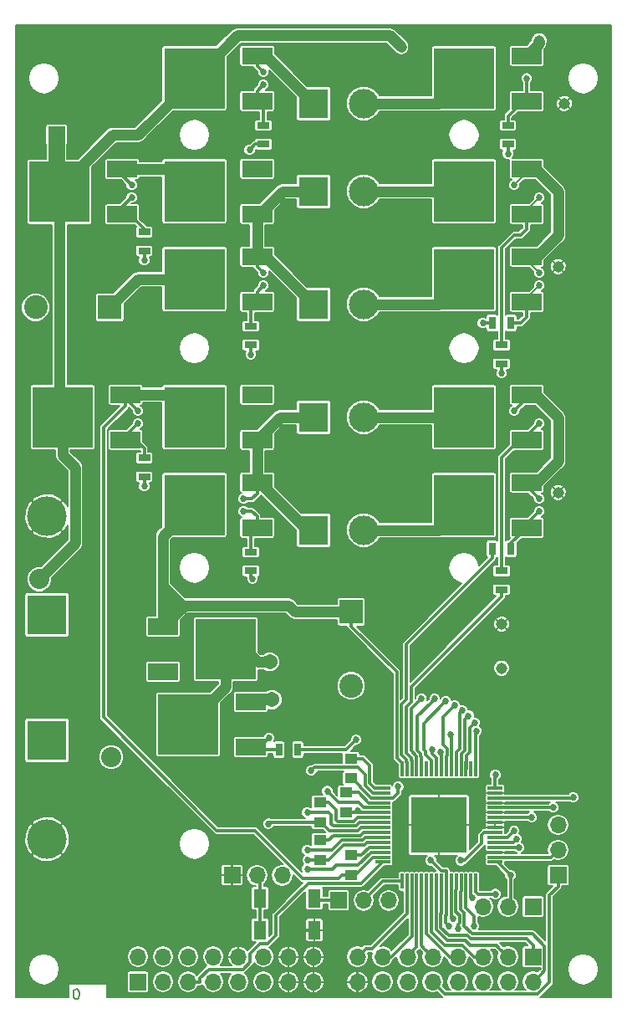
<source format=gtl>
G04 #@! TF.FileFunction,Copper,L1,Top,Signal*
%FSLAX46Y46*%
G04 Gerber Fmt 4.6, Leading zero omitted, Abs format (unit mm)*
G04 Created by KiCad (PCBNEW 4.0.7) date 05/06/19 05:29:44*
%MOMM*%
%LPD*%
G01*
G04 APERTURE LIST*
%ADD10C,0.100000*%
%ADD11C,0.127000*%
%ADD12R,1.700000X1.700000*%
%ADD13O,1.700000X1.700000*%
%ADD14R,4.000000X4.000000*%
%ADD15C,4.000000*%
%ADD16R,2.400000X2.400000*%
%ADD17C,2.400000*%
%ADD18R,3.048000X1.651000*%
%ADD19R,6.096000X6.096000*%
%ADD20R,3.000000X3.000000*%
%ADD21C,3.000000*%
%ADD22C,2.032000*%
%ADD23C,1.143000*%
%ADD24R,1.300000X1.900000*%
%ADD25R,1.250000X1.000000*%
%ADD26R,0.700000X1.300000*%
%ADD27R,1.300000X0.700000*%
%ADD28R,0.300000X1.500000*%
%ADD29R,1.500000X0.300000*%
%ADD30R,5.700000X5.700000*%
%ADD31C,0.300000*%
%ADD32C,0.685800*%
%ADD33C,1.541800*%
%ADD34C,0.304800*%
%ADD35C,1.066800*%
%ADD36C,1.651000*%
%ADD37C,0.152400*%
%ADD38C,0.177800*%
G04 APERTURE END LIST*
D10*
D11*
X113852477Y-156542619D02*
X113949238Y-156542619D01*
X114046000Y-156591000D01*
X114094381Y-156639381D01*
X114142762Y-156736143D01*
X114191143Y-156929667D01*
X114191143Y-157171571D01*
X114142762Y-157365095D01*
X114094381Y-157461857D01*
X114046000Y-157510238D01*
X113949238Y-157558619D01*
X113852477Y-157558619D01*
X113755715Y-157510238D01*
X113707334Y-157461857D01*
X113658953Y-157365095D01*
X113610572Y-157171571D01*
X113610572Y-156929667D01*
X113658953Y-156736143D01*
X113707334Y-156639381D01*
X113755715Y-156591000D01*
X113852477Y-156542619D01*
D12*
X160147000Y-153289000D03*
D13*
X160147000Y-155829000D03*
X157607000Y-153289000D03*
X157607000Y-155829000D03*
X155067000Y-153289000D03*
X155067000Y-155829000D03*
X152527000Y-153289000D03*
X152527000Y-155829000D03*
X149987000Y-153289000D03*
X149987000Y-155829000D03*
X147447000Y-153289000D03*
X147447000Y-155829000D03*
X144907000Y-153289000D03*
X144907000Y-155829000D03*
X142367000Y-153289000D03*
X142367000Y-155829000D03*
D12*
X120142000Y-155829000D03*
D13*
X120142000Y-153289000D03*
X122682000Y-155829000D03*
X122682000Y-153289000D03*
X125222000Y-155829000D03*
X125222000Y-153289000D03*
X127762000Y-155829000D03*
X127762000Y-153289000D03*
X130302000Y-155829000D03*
X130302000Y-153289000D03*
X132842000Y-155829000D03*
X132842000Y-153289000D03*
X135382000Y-155829000D03*
X135382000Y-153289000D03*
X137922000Y-155829000D03*
X137922000Y-153289000D03*
D14*
X110934000Y-118682000D03*
D15*
X110934000Y-108682000D03*
D14*
X110934000Y-131382000D03*
D15*
X110934000Y-141382000D03*
D16*
X141732000Y-118364000D03*
D17*
X141732000Y-125864000D03*
D16*
X117284000Y-87566000D03*
D17*
X109784000Y-87566000D03*
D18*
X122682000Y-119888000D03*
D19*
X129032000Y-122174000D03*
D18*
X122682000Y-124460000D03*
X132207000Y-100965000D03*
D19*
X125857000Y-98679000D03*
D18*
X132207000Y-96393000D03*
X132207000Y-78105000D03*
D19*
X125857000Y-75819000D03*
D18*
X132207000Y-73533000D03*
D12*
X140462000Y-147574000D03*
D13*
X143002000Y-147574000D03*
X145542000Y-147574000D03*
D12*
X160147000Y-148209000D03*
D13*
X157607000Y-148209000D03*
X155067000Y-148209000D03*
D12*
X162687000Y-145034000D03*
D13*
X162687000Y-142494000D03*
X162687000Y-139954000D03*
D20*
X137922000Y-98679000D03*
D21*
X143002000Y-98679000D03*
D20*
X137922000Y-110109000D03*
D21*
X143002000Y-110109000D03*
D20*
X137922000Y-87249000D03*
D21*
X143002000Y-87249000D03*
D20*
X137922000Y-75819000D03*
D21*
X143002000Y-75819000D03*
D20*
X137922000Y-66929000D03*
D21*
X143002000Y-66929000D03*
D22*
X117442000Y-133079000D03*
X110142000Y-115079000D03*
D18*
X131572000Y-132080000D03*
D19*
X125222000Y-129794000D03*
D18*
X131572000Y-127508000D03*
X118872000Y-100965000D03*
D19*
X112522000Y-98679000D03*
D18*
X118872000Y-96393000D03*
X132207000Y-109855000D03*
D19*
X125857000Y-107569000D03*
D18*
X132207000Y-105283000D03*
X118554000Y-78168500D03*
D19*
X112204000Y-75882500D03*
D18*
X118554000Y-73596500D03*
X132207000Y-86995000D03*
D19*
X125857000Y-84709000D03*
D18*
X132207000Y-82423000D03*
X159512000Y-100965000D03*
D19*
X153162000Y-98679000D03*
D18*
X159512000Y-96393000D03*
X159512000Y-109855000D03*
D19*
X153162000Y-107569000D03*
D18*
X159512000Y-105283000D03*
X159512000Y-86995000D03*
D19*
X153162000Y-84709000D03*
D18*
X159512000Y-82423000D03*
X159512000Y-78105000D03*
D19*
X153162000Y-75819000D03*
D18*
X159512000Y-73533000D03*
X132207000Y-66675000D03*
D19*
X125857000Y-64389000D03*
D18*
X132207000Y-62103000D03*
X159512000Y-66675000D03*
D19*
X153162000Y-64389000D03*
D18*
X159512000Y-62103000D03*
D23*
X156972000Y-124079000D03*
X156972000Y-119634000D03*
X162687000Y-103124000D03*
X162687000Y-106299000D03*
X162687000Y-80264000D03*
X162687000Y-83439000D03*
X160782000Y-60579000D03*
X163322000Y-66929000D03*
D24*
X132505000Y-150571000D03*
X138005000Y-150571000D03*
X138005000Y-147371000D03*
X132505000Y-147371000D03*
D25*
X141732000Y-143018000D03*
X141732000Y-145018000D03*
X138557000Y-141494000D03*
X138557000Y-143494000D03*
X138557000Y-137684000D03*
X138557000Y-139684000D03*
X141224000Y-136668000D03*
X141224000Y-138668000D03*
X141732000Y-135239000D03*
X141732000Y-133239000D03*
D26*
X134432000Y-132334000D03*
X136332000Y-132334000D03*
D27*
X120777000Y-102809000D03*
X120777000Y-104709000D03*
X131572000Y-112334000D03*
X131572000Y-114234000D03*
X120777000Y-79949000D03*
X120777000Y-81849000D03*
X131572000Y-89474000D03*
X131572000Y-91374000D03*
X156972000Y-114239000D03*
X156972000Y-116139000D03*
D26*
X157922000Y-112014000D03*
X156022000Y-112014000D03*
X157922000Y-89154000D03*
X156022000Y-89154000D03*
D27*
X156972000Y-91379000D03*
X156972000Y-93279000D03*
X132842000Y-69154000D03*
X132842000Y-71054000D03*
X157607000Y-69154000D03*
X157607000Y-71054000D03*
D12*
X129667000Y-145034000D03*
D13*
X132207000Y-145034000D03*
X134747000Y-145034000D03*
D12*
X111887000Y-70104000D03*
D28*
X146872000Y-145654000D03*
X147372000Y-145654000D03*
X147872000Y-145654000D03*
X148372000Y-145654000D03*
X148872000Y-145654000D03*
X149372000Y-145654000D03*
X149872000Y-145654000D03*
X150372000Y-145654000D03*
X150872000Y-145654000D03*
X151372000Y-145654000D03*
X151872000Y-145654000D03*
X152372000Y-145654000D03*
X152872000Y-145654000D03*
X153372000Y-145654000D03*
X153872000Y-145654000D03*
X154372000Y-145654000D03*
D29*
X156322000Y-143704000D03*
X156322000Y-143204000D03*
X156322000Y-142704000D03*
X156322000Y-142204000D03*
X156322000Y-141704000D03*
X156322000Y-141204000D03*
X156322000Y-140704000D03*
X156322000Y-140204000D03*
X156322000Y-139704000D03*
X156322000Y-139204000D03*
X156322000Y-138704000D03*
X156322000Y-138204000D03*
X156322000Y-137704000D03*
X156322000Y-137204000D03*
X156322000Y-136704000D03*
X156322000Y-136204000D03*
D28*
X154372000Y-134254000D03*
X153872000Y-134254000D03*
X153372000Y-134254000D03*
X152872000Y-134254000D03*
X152372000Y-134254000D03*
X151872000Y-134254000D03*
X151372000Y-134254000D03*
X150872000Y-134254000D03*
X150372000Y-134254000D03*
X149872000Y-134254000D03*
X149372000Y-134254000D03*
X148872000Y-134254000D03*
X148372000Y-134254000D03*
X147872000Y-134254000D03*
X147372000Y-134254000D03*
X146872000Y-134254000D03*
D29*
X144922000Y-136204000D03*
X144922000Y-136704000D03*
X144922000Y-137204000D03*
X144922000Y-137704000D03*
X144922000Y-138204000D03*
X144922000Y-138704000D03*
X144922000Y-139204000D03*
X144922000Y-139704000D03*
X144922000Y-140204000D03*
X144922000Y-140704000D03*
X144922000Y-141204000D03*
X144922000Y-141704000D03*
X144922000Y-142204000D03*
X144922000Y-142704000D03*
X144922000Y-143204000D03*
X144922000Y-143704000D03*
D30*
X150622000Y-139954000D03*
D31*
X148122000Y-137454000D03*
X148122000Y-138454000D03*
X148122000Y-139454000D03*
X148122000Y-140454000D03*
X148122000Y-141454000D03*
X148122000Y-142454000D03*
X149122000Y-142454000D03*
X150122000Y-142454000D03*
X150122000Y-141454000D03*
X149122000Y-141454000D03*
X149122000Y-140454000D03*
X150122000Y-140454000D03*
X150122000Y-139454000D03*
X149122000Y-139454000D03*
X149122000Y-138454000D03*
X150122000Y-138454000D03*
X149122000Y-137454000D03*
X150122000Y-137454000D03*
X151122000Y-142454000D03*
X152122000Y-142454000D03*
X153122000Y-142454000D03*
X153122000Y-141454000D03*
X152122000Y-141454000D03*
X151122000Y-141454000D03*
X151122000Y-140454000D03*
X152122000Y-140454000D03*
X153122000Y-140454000D03*
X153122000Y-139454000D03*
X152122000Y-139454000D03*
X151122000Y-139454000D03*
X151122000Y-138454000D03*
X152122000Y-138454000D03*
X153122000Y-138454000D03*
X153122000Y-137454000D03*
X152122000Y-137454000D03*
X151122000Y-137454000D03*
D32*
X132541138Y-115489862D03*
X145542000Y-133003127D03*
X134476291Y-96774000D03*
X134476289Y-112010393D03*
X146177000Y-151312870D03*
X130302000Y-151312870D03*
X136198456Y-150608635D03*
X139827000Y-155829000D03*
X143637000Y-128524000D03*
X159512000Y-134874000D03*
X157607000Y-131699000D03*
X112522000Y-138049000D03*
X153797000Y-118364000D03*
X114427000Y-113284000D03*
X144272000Y-113284000D03*
X144272000Y-95504000D03*
X134112000Y-89154000D03*
X144272000Y-91694000D03*
X134112000Y-71374000D03*
X144272000Y-72009000D03*
X144272000Y-62484000D03*
X141732000Y-81534000D03*
X142367000Y-104394000D03*
D33*
X154432000Y-103124000D03*
X154432000Y-80264000D03*
D32*
X158496000Y-141351000D03*
X157861000Y-145034000D03*
X150775057Y-132565040D03*
X152215145Y-127857367D03*
X146812000Y-61214000D03*
X133412149Y-131128851D03*
X120142000Y-99314000D03*
X130836000Y-108204000D03*
X119507000Y-76454000D03*
X132842000Y-85344000D03*
X160782000Y-99314000D03*
X160782000Y-108204000D03*
X160782000Y-85344000D03*
X160782000Y-76454000D03*
X132842000Y-65024000D03*
X159512000Y-64389000D03*
X153976000Y-147318000D03*
X154170000Y-150185000D03*
X156337000Y-146939000D03*
X158222905Y-140531715D03*
X152857700Y-143532200D03*
X151660123Y-150215634D03*
X149814500Y-143532200D03*
X152023002Y-149385765D03*
X152527000Y-150470000D03*
X158750000Y-142240000D03*
X120142000Y-98044000D03*
X137331153Y-143491244D03*
X130836000Y-106934000D03*
X133350000Y-139827000D03*
X119507000Y-75184000D03*
X142366460Y-138531045D03*
X132842000Y-84074000D03*
X152980379Y-128316450D03*
X151765000Y-130810000D03*
X153622024Y-128894480D03*
X154225793Y-129597928D03*
X146499241Y-136085241D03*
X132842000Y-63754000D03*
X137922000Y-66929000D03*
X154433767Y-130436123D03*
X137699608Y-134461392D03*
X131445000Y-71628000D03*
D33*
X133718515Y-127272648D03*
D32*
X156337000Y-134874000D03*
X160020000Y-139192000D03*
X158242000Y-98044000D03*
X160782000Y-106934000D03*
X162179000Y-138176000D03*
X158242000Y-75184000D03*
X160782000Y-84074000D03*
X164211000Y-137160000D03*
X149946222Y-132322431D03*
X142239837Y-131324987D03*
X120777000Y-105664000D03*
X137287000Y-144399000D03*
X131742694Y-115018306D03*
X137287000Y-142494000D03*
X120777000Y-82804000D03*
X137287000Y-138684000D03*
X131572000Y-92329000D03*
X139319000Y-136525000D03*
X148862898Y-127139429D03*
X155067000Y-89154000D03*
X150174487Y-127197154D03*
X156971890Y-94234000D03*
X151329859Y-127422226D03*
X157607000Y-72009000D03*
D33*
X133477000Y-123444000D03*
D34*
X132541138Y-115489862D02*
X132842000Y-115189000D01*
X145542000Y-130429000D02*
X145542000Y-132518194D01*
X143637000Y-128524000D02*
X145542000Y-130429000D01*
X145542000Y-132518194D02*
X145542000Y-133003127D01*
X156322000Y-142704000D02*
X154722212Y-142704000D01*
X138005000Y-150571000D02*
X136236091Y-150571000D01*
X136236091Y-150571000D02*
X136198456Y-150608635D01*
X158143000Y-141704000D02*
X158496000Y-141351000D01*
X156322000Y-141704000D02*
X158143000Y-141704000D01*
X132505000Y-145332000D02*
X132207000Y-145034000D01*
X132505000Y-147371000D02*
X132505000Y-145332000D01*
X132505000Y-150571000D02*
X132505000Y-147371000D01*
X157861000Y-147955000D02*
X157607000Y-148209000D01*
X157861000Y-145034000D02*
X157861000Y-147955000D01*
X156531000Y-143704000D02*
X157861000Y-145034000D01*
X156322000Y-143704000D02*
X156531000Y-143704000D01*
X150872000Y-132661983D02*
X150775057Y-132565040D01*
X150872000Y-134254000D02*
X150872000Y-132661983D01*
D35*
X146812000Y-61214000D02*
X145641060Y-60043060D01*
X130202940Y-60043060D02*
X125857000Y-64389000D01*
X145641060Y-60043060D02*
X130202940Y-60043060D01*
D34*
X151372000Y-134254000D02*
X151372000Y-133023694D01*
X151448210Y-132204355D02*
X151048598Y-131804743D01*
X151372000Y-133023694D02*
X151443966Y-132951728D01*
X151443966Y-132951728D02*
X151443966Y-132640127D01*
X151443966Y-132640127D02*
X151448210Y-132635883D01*
X151048598Y-129023914D02*
X151872246Y-128200266D01*
X151448210Y-132635883D02*
X151448210Y-132204355D01*
X151048598Y-131804743D02*
X151048598Y-129023914D01*
X151872246Y-128200266D02*
X152215145Y-127857367D01*
D36*
X111887000Y-70104000D02*
X111887000Y-75565500D01*
X111887000Y-75565500D02*
X112204000Y-75882500D01*
D35*
X120142000Y-70104000D02*
X125857000Y-64389000D01*
X117602000Y-70104000D02*
X120142000Y-70104000D01*
X112204000Y-75501500D02*
X117602000Y-70104000D01*
X112204000Y-75882500D02*
X112204000Y-75501500D01*
X112204000Y-98362000D02*
X112522000Y-98679000D01*
X112204000Y-75882500D02*
X112204000Y-98362000D01*
X113792000Y-111429000D02*
X110142000Y-115079000D01*
X113792000Y-103759000D02*
X113792000Y-111429000D01*
X112522000Y-102489000D02*
X113792000Y-103759000D01*
X112522000Y-98679000D02*
X112522000Y-102489000D01*
D34*
X146349072Y-133131072D02*
X146349072Y-124486072D01*
X146349072Y-124486072D02*
X141732000Y-119869000D01*
X141732000Y-119869000D02*
X141732000Y-119868800D01*
X141732000Y-119868800D02*
X141732000Y-118364000D01*
X146872000Y-134254000D02*
X146872000Y-133654000D01*
X146872000Y-133654000D02*
X146349072Y-133131072D01*
D35*
X124587000Y-117729000D02*
X122682000Y-115824000D01*
X124841000Y-117729000D02*
X124587000Y-117729000D01*
X123317000Y-118364000D02*
X122682000Y-117729000D01*
X123317000Y-117729000D02*
X123317000Y-118364000D01*
X124841000Y-117729000D02*
X122682000Y-119888000D01*
X135382000Y-117729000D02*
X124841000Y-117729000D01*
X136017000Y-118364000D02*
X135382000Y-117729000D01*
X141732000Y-118364000D02*
X136017000Y-118364000D01*
X120142000Y-84709000D02*
X117284000Y-87566000D01*
X125857000Y-84709000D02*
X120142000Y-84709000D01*
X122682000Y-119888000D02*
X122682000Y-117729000D01*
X122682000Y-110744000D02*
X125857000Y-107569000D01*
X122682000Y-115824000D02*
X122682000Y-110744000D01*
X122682000Y-117729000D02*
X122682000Y-117094000D01*
X122682000Y-117094000D02*
X122682000Y-115824000D01*
X122682000Y-117729000D02*
X122682000Y-117094000D01*
X122682000Y-117094000D02*
X122682000Y-115824000D01*
X124587000Y-117729000D02*
X123317000Y-117729000D01*
X123317000Y-117729000D02*
X122682000Y-117094000D01*
D34*
X132461000Y-132080000D02*
X133412149Y-131128851D01*
X131826000Y-132334000D02*
X131572000Y-132080000D01*
X134432000Y-132334000D02*
X131826000Y-132334000D01*
D37*
X132461000Y-132080000D02*
X131572000Y-132080000D01*
D34*
X120777000Y-101854000D02*
X120777000Y-102809000D01*
X119888000Y-100965000D02*
X120777000Y-101854000D01*
X118872000Y-100965000D02*
X119888000Y-100965000D01*
X120142000Y-99314000D02*
X118872000Y-100584000D01*
D37*
X118872000Y-100584000D02*
X118872000Y-100965000D01*
D34*
X131686000Y-108204000D02*
X130836000Y-108204000D01*
X132207000Y-108725000D02*
X131686000Y-108204000D01*
X132207000Y-109855000D02*
X132207000Y-108725000D01*
X131572000Y-110490000D02*
X132207000Y-109855000D01*
X131572000Y-112334000D02*
X131572000Y-110490000D01*
X120777000Y-79629000D02*
X120777000Y-79949000D01*
X119316000Y-78168500D02*
X120777000Y-79629000D01*
X118554000Y-78168500D02*
X119316000Y-78168500D01*
X119507000Y-76454000D02*
X118554000Y-77406500D01*
D37*
X118554000Y-77406500D02*
X118554000Y-78168500D01*
D34*
X131572000Y-87630000D02*
X132207000Y-86995000D01*
X131572000Y-89474000D02*
X131572000Y-87630000D01*
X132207000Y-85979000D02*
X132207000Y-86995000D01*
X132842000Y-85344000D02*
X132207000Y-85979000D01*
X143562731Y-142204000D02*
X142748731Y-143018000D01*
X142748731Y-143018000D02*
X142661800Y-143018000D01*
X142661800Y-143018000D02*
X141732000Y-143018000D01*
X144922000Y-142204000D02*
X143562731Y-142204000D01*
X139486800Y-141494000D02*
X138557000Y-141494000D01*
X143015185Y-140704000D02*
X142697963Y-141021222D01*
X139959578Y-141021222D02*
X139486800Y-141494000D01*
X144922000Y-140704000D02*
X143015185Y-140704000D01*
X142697963Y-141021222D02*
X139959578Y-141021222D01*
X139486800Y-137684000D02*
X138557000Y-137684000D01*
X140208000Y-138405200D02*
X139486800Y-137684000D01*
X140208000Y-139446000D02*
X140208000Y-138405200D01*
X140335000Y-139573000D02*
X140208000Y-139446000D01*
X142011476Y-139573000D02*
X140335000Y-139573000D01*
X142380476Y-139204000D02*
X142011476Y-139573000D01*
X144922000Y-139204000D02*
X142380476Y-139204000D01*
X144922000Y-137704000D02*
X143545971Y-137704000D01*
X143545971Y-137704000D02*
X142509971Y-136668000D01*
X142509971Y-136668000D02*
X142153800Y-136668000D01*
X142153800Y-136668000D02*
X141224000Y-136668000D01*
X156972000Y-102743000D02*
X156972000Y-114239000D01*
X158750000Y-100965000D02*
X156972000Y-102743000D01*
X159512000Y-100965000D02*
X158750000Y-100965000D01*
X160782000Y-99314000D02*
X159512000Y-100584000D01*
D37*
X159512000Y-100584000D02*
X159512000Y-100965000D01*
D34*
X157922000Y-111445000D02*
X159512000Y-109855000D01*
X157922000Y-112014000D02*
X157922000Y-111445000D01*
X160782000Y-108204000D02*
X159512000Y-109474000D01*
D37*
X159512000Y-109474000D02*
X159512000Y-109855000D01*
D34*
X158877000Y-89154000D02*
X157922000Y-89154000D01*
X159512000Y-88519000D02*
X158877000Y-89154000D01*
X159512000Y-86995000D02*
X159512000Y-88519000D01*
D37*
X159512000Y-86614000D02*
X159512000Y-86995000D01*
X160782000Y-85344000D02*
X159512000Y-86614000D01*
D34*
X156972000Y-81534000D02*
X156972000Y-91379000D01*
X158242000Y-80264000D02*
X156972000Y-81534000D01*
X158877000Y-80264000D02*
X158242000Y-80264000D01*
X159512000Y-79629000D02*
X158877000Y-80264000D01*
X159512000Y-78105000D02*
X159512000Y-79629000D01*
D37*
X159512000Y-77724000D02*
X159512000Y-78105000D01*
X160782000Y-76454000D02*
X159512000Y-77724000D01*
D34*
X132207000Y-65659000D02*
X132207000Y-66675000D01*
X132842000Y-65024000D02*
X132207000Y-65659000D01*
X132842000Y-67310000D02*
X132207000Y-66675000D01*
X132842000Y-69154000D02*
X132842000Y-67310000D01*
X142891000Y-133239000D02*
X141732000Y-133239000D01*
X143612000Y-133960000D02*
X142891000Y-133239000D01*
X143612000Y-135722000D02*
X143612000Y-133960000D01*
X144094000Y-136204000D02*
X143612000Y-135722000D01*
X144697000Y-136204000D02*
X144094000Y-136204000D01*
X144922000Y-136204000D02*
X144697000Y-136204000D01*
X144922000Y-136204000D02*
X144697000Y-136204000D01*
X159131000Y-66675000D02*
X159512000Y-66675000D01*
X157607000Y-68199000D02*
X159131000Y-66675000D01*
X157607000Y-69154000D02*
X157607000Y-68199000D01*
X159512000Y-64389000D02*
X159512000Y-66675000D01*
X159506976Y-151494176D02*
X160147000Y-152134200D01*
X150872000Y-145654000D02*
X150872000Y-148884012D01*
X150872000Y-148884012D02*
X150831222Y-148924790D01*
X150831222Y-148924790D02*
X150831222Y-150338982D01*
X150831222Y-150338982D02*
X151635629Y-151143389D01*
X153493115Y-151143389D02*
X153843903Y-151494176D01*
X151635629Y-151143389D02*
X153493115Y-151143389D01*
X153843903Y-151494176D02*
X159506976Y-151494176D01*
X160147000Y-152134200D02*
X160147000Y-153289000D01*
X160105362Y-150953000D02*
X161327201Y-152174839D01*
X153985241Y-150953000D02*
X160105362Y-150953000D01*
X153178715Y-150146474D02*
X153985241Y-150953000D01*
X152872000Y-146665000D02*
X152820222Y-146716778D01*
X160996999Y-154979001D02*
X160147000Y-155829000D01*
X152872000Y-145654000D02*
X152872000Y-146665000D01*
X153178715Y-148862771D02*
X153178715Y-150146474D01*
X152820222Y-148504278D02*
X153178715Y-148862771D01*
X161327201Y-154648799D02*
X160996999Y-154979001D01*
X152820222Y-146716778D02*
X152820222Y-148504278D01*
X161327201Y-152174839D02*
X161327201Y-154648799D01*
X150372000Y-145654000D02*
X150372000Y-148698485D01*
X150348611Y-148721874D02*
X150348611Y-150538885D01*
X153776012Y-152108799D02*
X156426799Y-152108799D01*
X151435914Y-151626188D02*
X153293401Y-151626188D01*
X153293401Y-151626188D02*
X153776012Y-152108799D01*
X156757001Y-152439001D02*
X157607000Y-153289000D01*
X156426799Y-152108799D02*
X156757001Y-152439001D01*
X150372000Y-148698485D02*
X150348611Y-148721874D01*
X150348611Y-150538885D02*
X151435914Y-151626188D01*
X153872000Y-147214000D02*
X153976000Y-147318000D01*
X153872000Y-145654000D02*
X153872000Y-147214000D01*
X153031799Y-152108799D02*
X154212000Y-153289000D01*
X149872000Y-146708800D02*
X149862696Y-146718104D01*
X154212000Y-153289000D02*
X155067000Y-153289000D01*
X149862696Y-146718104D02*
X149862696Y-150735484D01*
X149872000Y-145654000D02*
X149872000Y-146708800D01*
X149862696Y-150735484D02*
X151236011Y-152108799D01*
X151236011Y-152108799D02*
X153031799Y-152108799D01*
X153302833Y-148304375D02*
X154170000Y-149171542D01*
X153302833Y-146916682D02*
X153302833Y-148304375D01*
X154170000Y-149700067D02*
X154170000Y-150185000D01*
X154170000Y-149171542D02*
X154170000Y-149700067D01*
X153372000Y-146847515D02*
X153302833Y-146916682D01*
X153372000Y-145654000D02*
X153372000Y-146847515D01*
X149372000Y-150958000D02*
X151703000Y-153289000D01*
X151703000Y-153289000D02*
X152527000Y-153289000D01*
X149372000Y-145654000D02*
X149372000Y-150958000D01*
X154593000Y-146939000D02*
X156337000Y-146939000D01*
X154372000Y-146718000D02*
X154593000Y-146939000D01*
X154372000Y-145654000D02*
X154372000Y-146718000D01*
X149137001Y-152439001D02*
X149987000Y-153289000D01*
X148872000Y-152174000D02*
X149137001Y-152439001D01*
X148872000Y-145654000D02*
X148872000Y-152174000D01*
X149987000Y-155829000D02*
X151237015Y-157079015D01*
X151237015Y-157079015D02*
X160643985Y-157079015D01*
X160643985Y-157079015D02*
X161825000Y-155898000D01*
X161825000Y-155898000D02*
X161825000Y-147051000D01*
X161825000Y-147051000D02*
X162687000Y-146189000D01*
X162687000Y-146189000D02*
X162687000Y-145034000D01*
X148355000Y-146726000D02*
X148355000Y-152261572D01*
X148372000Y-145654000D02*
X148372000Y-146709000D01*
X148372000Y-146709000D02*
X148355000Y-146726000D01*
X148355000Y-152261572D02*
X147447000Y-153169572D01*
X147447000Y-153169572D02*
X147447000Y-153289000D01*
X145769000Y-153289000D02*
X144907000Y-153289000D01*
X147872000Y-151186000D02*
X145769000Y-153289000D01*
X147872000Y-145654000D02*
X147872000Y-151186000D01*
X143217000Y-152439000D02*
X142367000Y-153289000D01*
X143841000Y-152439000D02*
X143217000Y-152439000D01*
X147372000Y-148908000D02*
X143841000Y-152439000D01*
X147372000Y-145654000D02*
X147372000Y-148908000D01*
X156322000Y-141204000D02*
X157550620Y-141204000D01*
X157550620Y-141204000D02*
X158222905Y-140531715D01*
X156322000Y-140704000D02*
X155209449Y-140704000D01*
X155209449Y-140704000D02*
X154948790Y-140964659D01*
X154948790Y-140964659D02*
X154948790Y-141794910D01*
X154948790Y-141794910D02*
X153211500Y-143532200D01*
X153211500Y-143532200D02*
X152857700Y-143532200D01*
X126402500Y-155462100D02*
X126402500Y-155829000D01*
X127305600Y-154559000D02*
X126402500Y-155462100D01*
X130783400Y-154559000D02*
X127305600Y-154559000D01*
X131482600Y-153859800D02*
X130783400Y-154559000D01*
X131482600Y-152960800D02*
X131482600Y-153859800D01*
X132502400Y-151941000D02*
X131482600Y-152960800D01*
X133283000Y-151941000D02*
X132502400Y-151941000D01*
X134116400Y-151107600D02*
X133283000Y-151941000D01*
X134116400Y-149111800D02*
X134116400Y-151107600D01*
X137379600Y-145848600D02*
X134116400Y-149111800D01*
X142777400Y-145848600D02*
X137379600Y-145848600D01*
X144922000Y-143704000D02*
X142777400Y-145848600D01*
X125222000Y-155829000D02*
X126402500Y-155829000D01*
X151317224Y-149872735D02*
X151660123Y-150215634D01*
X151317224Y-149117776D02*
X151317224Y-149872735D01*
X151372000Y-149063000D02*
X151317224Y-149117776D01*
X151372000Y-145654000D02*
X151372000Y-149063000D01*
X150855800Y-144573500D02*
X149814500Y-143532200D01*
X151372000Y-144573500D02*
X150855800Y-144573500D01*
X151372000Y-145654000D02*
X151372000Y-144573500D01*
X151855000Y-145671000D02*
X151855000Y-149217763D01*
X151872000Y-145654000D02*
X151855000Y-145671000D01*
X151855000Y-149217763D02*
X152023002Y-149385765D01*
X152337611Y-146516389D02*
X152337611Y-148704182D01*
X152696104Y-149815963D02*
X152527000Y-149985067D01*
X152372000Y-145654000D02*
X152372000Y-146482000D01*
X152372000Y-146482000D02*
X152337611Y-146516389D01*
X152337611Y-148704182D02*
X152696104Y-149062675D01*
X152696104Y-149062675D02*
X152696104Y-149815963D01*
X152527000Y-149985067D02*
X152527000Y-150470000D01*
X138208000Y-147574000D02*
X138005000Y-147371000D01*
X140462000Y-147574000D02*
X138208000Y-147574000D01*
X158714000Y-142204000D02*
X158750000Y-142240000D01*
X156322000Y-142204000D02*
X158714000Y-142204000D01*
X141732000Y-145018000D02*
X140802200Y-145018000D01*
X140802200Y-145018000D02*
X140454210Y-145365990D01*
X140454210Y-145365990D02*
X136825688Y-145365990D01*
X136825688Y-145365990D02*
X131972504Y-140512806D01*
X131972504Y-140512806D02*
X128108259Y-140512806D01*
X128108259Y-140512806D02*
X116651750Y-129056297D01*
X116651750Y-129056297D02*
X116651750Y-99743550D01*
X116651750Y-99743550D02*
X118872000Y-97523300D01*
X118872000Y-97523300D02*
X118872000Y-96393000D01*
X144922000Y-143204000D02*
X143927758Y-143204000D01*
X143927758Y-143204000D02*
X142113758Y-145018000D01*
X142113758Y-145018000D02*
X141732000Y-145018000D01*
X142113760Y-145018000D02*
X141732000Y-145018000D01*
X120142000Y-98044000D02*
X118872000Y-96774000D01*
D37*
X118872000Y-96774000D02*
X118872000Y-96393000D01*
D35*
X123571000Y-96393000D02*
X125857000Y-98679000D01*
X118872000Y-96393000D02*
X123571000Y-96393000D01*
D34*
X138557000Y-143494000D02*
X137333909Y-143494000D01*
X137333909Y-143494000D02*
X137331153Y-143491244D01*
X143380215Y-141704000D02*
X143097771Y-141986444D01*
X139486800Y-143494000D02*
X138557000Y-143494000D01*
X140994356Y-141986444D02*
X139486800Y-143494000D01*
X144922000Y-141704000D02*
X143380215Y-141704000D01*
X143097771Y-141986444D02*
X140994356Y-141986444D01*
X131686000Y-106934000D02*
X130836000Y-106934000D01*
X132207000Y-106413000D02*
X131686000Y-106934000D01*
X132207000Y-105283000D02*
X132207000Y-106413000D01*
D35*
X132461000Y-105283000D02*
X132207000Y-105283000D01*
X137287000Y-110109000D02*
X132461000Y-105283000D01*
X137922000Y-110109000D02*
X137287000Y-110109000D01*
X134493000Y-98679000D02*
X132207000Y-100965000D01*
X137922000Y-98679000D02*
X134493000Y-98679000D01*
X132207000Y-100965000D02*
X132207000Y-105283000D01*
D34*
X138557000Y-139684000D02*
X133493000Y-139684000D01*
X133493000Y-139684000D02*
X133350000Y-139827000D01*
X142410894Y-140538611D02*
X139536611Y-140538611D01*
X139536611Y-140538611D02*
X138682000Y-139684000D01*
X142745505Y-140204000D02*
X142410894Y-140538611D01*
X144922000Y-140204000D02*
X142745505Y-140204000D01*
X138682000Y-139684000D02*
X138557000Y-139684000D01*
X138668000Y-139684000D02*
X138557000Y-139684000D01*
X119507000Y-75184000D02*
X118554000Y-74231500D01*
D37*
X118554000Y-74231500D02*
X118554000Y-73596500D01*
D35*
X123634000Y-73596500D02*
X125857000Y-75819000D01*
X118554000Y-73596500D02*
X123634000Y-73596500D01*
D34*
X141224000Y-138668000D02*
X142229505Y-138668000D01*
X142229505Y-138668000D02*
X142366460Y-138531045D01*
X141260000Y-138704000D02*
X141224000Y-138668000D01*
X144922000Y-138704000D02*
X141260000Y-138704000D01*
X132207000Y-83439000D02*
X132207000Y-82423000D01*
X132842000Y-84074000D02*
X132207000Y-83439000D01*
D35*
X134747000Y-75819000D02*
X137922000Y-75819000D01*
X132461000Y-78105000D02*
X134747000Y-75819000D01*
X132207000Y-78105000D02*
X132461000Y-78105000D01*
X132207000Y-82423000D02*
X132207000Y-78105000D01*
X133096000Y-82423000D02*
X137922000Y-87249000D01*
X132207000Y-82423000D02*
X133096000Y-82423000D01*
D34*
X152723323Y-132221702D02*
X152723323Y-128573506D01*
X152372000Y-133388724D02*
X152409188Y-133351536D01*
X152372000Y-134254000D02*
X152372000Y-133388724D01*
X152413432Y-132531594D02*
X152723323Y-132221702D01*
X152409188Y-133039935D02*
X152413432Y-133035691D01*
X152413432Y-133035691D02*
X152413432Y-132531594D01*
X152409188Y-133351536D02*
X152409188Y-133039935D01*
X152723323Y-128573506D02*
X152980379Y-128316450D01*
D35*
X153162000Y-98679000D02*
X143002000Y-98679000D01*
D34*
X151872000Y-134254000D02*
X151872000Y-133199200D01*
X151872000Y-133199200D02*
X151926576Y-133144624D01*
X151926576Y-133144624D02*
X151926576Y-132840030D01*
X151926576Y-132840030D02*
X151930820Y-132835786D01*
X151930820Y-132835786D02*
X151930820Y-130975820D01*
X151930820Y-130975820D02*
X151765000Y-130810000D01*
D35*
X150622000Y-110109000D02*
X153162000Y-107569000D01*
X143002000Y-110109000D02*
X150622000Y-110109000D01*
D34*
X152872000Y-134254000D02*
X152872000Y-133571239D01*
X152891799Y-133239839D02*
X152896043Y-133235595D01*
X152891799Y-133551440D02*
X152891799Y-133239839D01*
X153207676Y-129308828D02*
X153279125Y-129237379D01*
X153279125Y-129237379D02*
X153622024Y-128894480D01*
X152872000Y-133571239D02*
X152891799Y-133551440D01*
X153207676Y-132419865D02*
X153207676Y-129308828D01*
X152896043Y-132731498D02*
X153207676Y-132419865D01*
X152896043Y-133235595D02*
X152896043Y-132731498D01*
D35*
X150622000Y-87249000D02*
X153162000Y-84709000D01*
X143002000Y-87249000D02*
X150622000Y-87249000D01*
D34*
X153378653Y-134247347D02*
X153378653Y-132931401D01*
X153732845Y-132577209D02*
X153732845Y-130090876D01*
X153378653Y-132931401D02*
X153732845Y-132577209D01*
X153882894Y-129940827D02*
X154225793Y-129597928D01*
X153732845Y-130090876D02*
X153882894Y-129940827D01*
X153372000Y-134254000D02*
X153378653Y-134247347D01*
D35*
X143002000Y-75819000D02*
X153162000Y-75819000D01*
D34*
X144922000Y-137204000D02*
X145976800Y-137204000D01*
X145976800Y-137204000D02*
X146499241Y-136681559D01*
X146499241Y-136681559D02*
X146499241Y-136085241D01*
X141857000Y-135239000D02*
X141732000Y-135239000D01*
X144922000Y-137204000D02*
X143728485Y-137204000D01*
X142661800Y-136043800D02*
X141857000Y-135239000D01*
X142661800Y-136137315D02*
X142661800Y-136043800D01*
X143728485Y-137204000D02*
X142661800Y-136137315D01*
X132207000Y-63119000D02*
X132207000Y-62103000D01*
X132842000Y-63754000D02*
X132207000Y-63119000D01*
D35*
X133096000Y-62103000D02*
X137922000Y-66929000D01*
X132207000Y-62103000D02*
X133096000Y-62103000D01*
D34*
X154372000Y-130497890D02*
X154433767Y-130436123D01*
X154372000Y-134254000D02*
X154372000Y-130497890D01*
D35*
X150622000Y-66929000D02*
X153162000Y-64389000D01*
X143002000Y-66929000D02*
X150622000Y-66929000D01*
D34*
X144922000Y-145654000D02*
X143002000Y-147574000D01*
X146872000Y-145654000D02*
X144922000Y-145654000D01*
X161977000Y-143204000D02*
X162687000Y-142494000D01*
X156322000Y-143204000D02*
X161977000Y-143204000D01*
X144922000Y-136704000D02*
X143911000Y-136704000D01*
X143129000Y-135922000D02*
X143129000Y-134874000D01*
X143129000Y-134874000D02*
X142373493Y-134118493D01*
X142373493Y-134118493D02*
X138042507Y-134118493D01*
X138042507Y-134118493D02*
X137699608Y-134461392D01*
X143911000Y-136704000D02*
X143129000Y-135922000D01*
X132019000Y-71054000D02*
X132842000Y-71054000D01*
X131445000Y-71628000D02*
X132019000Y-71054000D01*
D35*
X132628298Y-127272648D02*
X133718515Y-127272648D01*
X131572000Y-127508000D02*
X131807352Y-127272648D01*
X131807352Y-127272648D02*
X132628298Y-127272648D01*
D34*
X156322000Y-134889000D02*
X156322000Y-136204000D01*
X156337000Y-134874000D02*
X156322000Y-134889000D01*
X160008000Y-139204000D02*
X156322000Y-139204000D01*
X160020000Y-139192000D02*
X160008000Y-139204000D01*
X158242000Y-98044000D02*
X159512000Y-96774000D01*
D37*
X159512000Y-96774000D02*
X159512000Y-96393000D01*
D34*
X160782000Y-106934000D02*
X159512000Y-105664000D01*
D37*
X159512000Y-105664000D02*
X159512000Y-105283000D01*
D35*
X162687000Y-98679000D02*
X162687000Y-103124000D01*
X160401000Y-96393000D02*
X162687000Y-98679000D01*
X159512000Y-96393000D02*
X160401000Y-96393000D01*
X160528000Y-105283000D02*
X162687000Y-103124000D01*
X159512000Y-105283000D02*
X160528000Y-105283000D01*
D34*
X162151000Y-138204000D02*
X156322000Y-138204000D01*
X162179000Y-138176000D02*
X162151000Y-138204000D01*
D37*
X159512000Y-73914000D02*
X159512000Y-73533000D01*
X158242000Y-75184000D02*
X159512000Y-73914000D01*
X159512000Y-82804000D02*
X159512000Y-82423000D01*
X160782000Y-84074000D02*
X159512000Y-82804000D01*
D35*
X162687000Y-75819000D02*
X162687000Y-80264000D01*
X160401000Y-73533000D02*
X162687000Y-75819000D01*
X159512000Y-73533000D02*
X160401000Y-73533000D01*
X160528000Y-82423000D02*
X162687000Y-80264000D01*
X159512000Y-82423000D02*
X160528000Y-82423000D01*
D34*
X164167000Y-137204000D02*
X156322000Y-137204000D01*
X164211000Y-137160000D02*
X164167000Y-137204000D01*
D35*
X159766000Y-61849000D02*
X159512000Y-62103000D01*
X160782000Y-60833000D02*
X159766000Y-61849000D01*
X160782000Y-60579000D02*
X160782000Y-60833000D01*
X159766000Y-61849000D02*
X159512000Y-62103000D01*
D34*
X150372000Y-134254000D02*
X150372000Y-133180446D01*
X149946222Y-132754668D02*
X149946222Y-132322431D01*
X150372000Y-133180446D02*
X149946222Y-132754668D01*
X141230824Y-132334000D02*
X141896938Y-131667886D01*
X136332000Y-132334000D02*
X141230824Y-132334000D01*
X141896938Y-131667886D02*
X142239837Y-131324987D01*
X120777000Y-104709000D02*
X120777000Y-105664000D01*
X142431246Y-144018000D02*
X140208000Y-144018000D01*
X137771933Y-144399000D02*
X137287000Y-144399000D01*
X139827000Y-144399000D02*
X137771933Y-144399000D01*
X140208000Y-144018000D02*
X139827000Y-144399000D01*
X144922000Y-142704000D02*
X143745246Y-142704000D01*
X143745246Y-142704000D02*
X142431246Y-144018000D01*
X137414000Y-144399000D02*
X137287000Y-144399000D01*
X131572000Y-114234000D02*
X131572000Y-114888800D01*
X131572000Y-114888800D02*
X131701506Y-115018306D01*
X131701506Y-115018306D02*
X131742694Y-115018306D01*
X140769681Y-141503833D02*
X142897867Y-141503833D01*
X143197700Y-141204000D02*
X143867200Y-141204000D01*
X143867200Y-141204000D02*
X144922000Y-141204000D01*
X142897867Y-141503833D02*
X143197700Y-141204000D01*
X139779514Y-142494000D02*
X140769681Y-141503833D01*
X137287000Y-142494000D02*
X139779514Y-142494000D01*
X142210990Y-140056000D02*
X142562990Y-139704000D01*
X142562990Y-139704000D02*
X144922000Y-139704000D01*
X137287000Y-138684000D02*
X139446000Y-138684000D01*
X139446000Y-138684000D02*
X139725000Y-138963000D01*
X139725000Y-138963000D02*
X139725000Y-139852000D01*
X139929000Y-140056000D02*
X142210990Y-140056000D01*
X139725000Y-139852000D02*
X139929000Y-140056000D01*
X120777000Y-81849000D02*
X120777000Y-82804000D01*
X131572000Y-91374000D02*
X131572000Y-92329000D01*
X143030000Y-138204000D02*
X144922000Y-138204000D01*
X142494000Y-137668000D02*
X143030000Y-138204000D01*
X140462000Y-137668000D02*
X142494000Y-137668000D01*
X139319000Y-136525000D02*
X140462000Y-137668000D01*
X156972000Y-116794000D02*
X156972000Y-116793800D01*
X147314294Y-132641757D02*
X147314294Y-127965669D01*
X147834812Y-133388909D02*
X147834812Y-133162275D01*
X147872000Y-133426097D02*
X147834812Y-133388909D01*
X156972000Y-116793800D02*
X156972000Y-116139000D01*
X147314294Y-127965669D02*
X147812000Y-127467963D01*
X147812000Y-127467963D02*
X147812000Y-125954000D01*
X147812000Y-125954000D02*
X156972000Y-116794000D01*
X147834812Y-133162275D02*
X147314294Y-132641757D01*
X147872000Y-134254000D02*
X147872000Y-133426097D01*
X147352201Y-133588813D02*
X147352201Y-133362179D01*
X147329389Y-121661411D02*
X156022000Y-112968800D01*
X147329389Y-127268059D02*
X147329389Y-121661411D01*
X156022000Y-112968800D02*
X156022000Y-112014000D01*
X147372000Y-134254000D02*
X147372000Y-133608612D01*
X147352201Y-133362179D02*
X146831683Y-132841661D01*
X146831683Y-127765765D02*
X147329389Y-127268059D01*
X147372000Y-133608612D02*
X147352201Y-133588813D01*
X146831683Y-132841661D02*
X146831683Y-127765765D01*
X148519999Y-127482328D02*
X148862898Y-127139429D01*
X147796905Y-128205422D02*
X148519999Y-127482328D01*
X147796905Y-132441853D02*
X147796905Y-128205422D01*
X148317423Y-133189005D02*
X148317423Y-132962371D01*
X148372000Y-133243582D02*
X148317423Y-133189005D01*
X148317423Y-132962371D02*
X147796905Y-132441853D01*
X148372000Y-134254000D02*
X148372000Y-133243582D01*
X156022000Y-89154000D02*
X155067000Y-89154000D01*
X149831588Y-127540053D02*
X150174487Y-127197154D01*
X148800034Y-132762467D02*
X148428744Y-132391177D01*
X148800034Y-132989101D02*
X148800034Y-132762467D01*
X148872000Y-133061067D02*
X148800034Y-132989101D01*
X148872000Y-134254000D02*
X148872000Y-133061067D01*
X148428744Y-132391177D02*
X148428744Y-128942897D01*
X148428744Y-128942897D02*
X149831588Y-127540053D01*
X156972000Y-93279000D02*
X156972000Y-94233890D01*
X156972000Y-94233890D02*
X156971890Y-94234000D01*
X149098462Y-129653623D02*
X150986960Y-127765125D01*
X149098462Y-132346351D02*
X149098462Y-129653623D01*
X150986960Y-127765125D02*
X151329859Y-127422226D01*
X149282645Y-132530534D02*
X149098462Y-132346351D01*
X149872000Y-134254000D02*
X149872000Y-133378552D01*
X149282645Y-132789197D02*
X149282645Y-132530534D01*
X149872000Y-133378552D02*
X149282645Y-132789197D01*
X157607000Y-71054000D02*
X157607000Y-72009000D01*
D35*
X130937000Y-122174000D02*
X129032000Y-122174000D01*
X132207000Y-123444000D02*
X130937000Y-122174000D01*
X133477000Y-123444000D02*
X132207000Y-123444000D01*
X129032000Y-125984000D02*
X125222000Y-129794000D01*
X129032000Y-122174000D02*
X129032000Y-125984000D01*
D38*
G36*
X168071800Y-157403800D02*
X160897775Y-157403800D01*
X160940333Y-157375363D01*
X162121348Y-156194349D01*
X162212198Y-156058383D01*
X162222748Y-156005342D01*
X162244100Y-155898000D01*
X162244100Y-154559000D01*
X163626800Y-154559000D01*
X163748608Y-155171370D01*
X164095488Y-155690512D01*
X164614630Y-156037392D01*
X165227000Y-156159200D01*
X165839370Y-156037392D01*
X166358512Y-155690512D01*
X166705392Y-155171370D01*
X166827200Y-154559000D01*
X166705392Y-153946630D01*
X166358512Y-153427488D01*
X165839370Y-153080608D01*
X165227000Y-152958800D01*
X164614630Y-153080608D01*
X164095488Y-153427488D01*
X163748608Y-153946630D01*
X163626800Y-154559000D01*
X162244100Y-154559000D01*
X162244100Y-147224596D01*
X162983348Y-146485349D01*
X163037704Y-146404000D01*
X163074198Y-146349383D01*
X163106100Y-146189000D01*
X163106100Y-146155924D01*
X163537000Y-146155924D01*
X163635833Y-146137327D01*
X163726605Y-146078917D01*
X163787500Y-145989794D01*
X163808924Y-145884000D01*
X163808924Y-144184000D01*
X163790327Y-144085167D01*
X163731917Y-143994395D01*
X163642794Y-143933500D01*
X163537000Y-143912076D01*
X161837000Y-143912076D01*
X161738167Y-143930673D01*
X161647395Y-143989083D01*
X161586500Y-144078206D01*
X161565076Y-144184000D01*
X161565076Y-145884000D01*
X161583673Y-145982833D01*
X161642083Y-146073605D01*
X161731206Y-146134500D01*
X161837000Y-146155924D01*
X162127379Y-146155924D01*
X161528652Y-146754652D01*
X161437802Y-146890617D01*
X161405900Y-147051000D01*
X161405900Y-151660841D01*
X160401710Y-150656652D01*
X160323061Y-150604100D01*
X160265745Y-150565802D01*
X160105362Y-150533900D01*
X154683350Y-150533900D01*
X154686493Y-150530762D01*
X154779494Y-150306789D01*
X154779706Y-150064275D01*
X154687095Y-149840140D01*
X154589100Y-149741973D01*
X154589100Y-149228792D01*
X154639657Y-149262573D01*
X155067000Y-149347577D01*
X155494343Y-149262573D01*
X155856626Y-149020503D01*
X156098696Y-148658220D01*
X156183700Y-148230877D01*
X156183700Y-148187123D01*
X156098696Y-147759780D01*
X155856626Y-147397497D01*
X155797664Y-147358100D01*
X155894015Y-147358100D01*
X155991238Y-147455493D01*
X156215211Y-147548494D01*
X156457725Y-147548706D01*
X156681860Y-147456095D01*
X156853493Y-147284762D01*
X156946494Y-147060789D01*
X156946706Y-146818275D01*
X156854095Y-146594140D01*
X156682762Y-146422507D01*
X156458789Y-146329506D01*
X156216275Y-146329294D01*
X155992140Y-146421905D01*
X155893973Y-146519900D01*
X154791100Y-146519900D01*
X154791100Y-146417945D01*
X154793924Y-146404000D01*
X154793924Y-144904000D01*
X154775327Y-144805167D01*
X154716917Y-144714395D01*
X154627794Y-144653500D01*
X154522000Y-144632076D01*
X154222000Y-144632076D01*
X154123167Y-144650673D01*
X154120933Y-144652111D01*
X154022000Y-144632076D01*
X153722000Y-144632076D01*
X153623167Y-144650673D01*
X153620933Y-144652111D01*
X153522000Y-144632076D01*
X153222000Y-144632076D01*
X153123167Y-144650673D01*
X153120933Y-144652111D01*
X153022000Y-144632076D01*
X152722000Y-144632076D01*
X152623167Y-144650673D01*
X152620933Y-144652111D01*
X152522000Y-144632076D01*
X152222000Y-144632076D01*
X152123167Y-144650673D01*
X152120933Y-144652111D01*
X152022000Y-144632076D01*
X151791100Y-144632076D01*
X151791100Y-144573500D01*
X151759198Y-144413117D01*
X151668348Y-144277152D01*
X151532383Y-144186302D01*
X151372000Y-144154400D01*
X151029397Y-144154400D01*
X150424086Y-143549089D01*
X150424206Y-143411475D01*
X150331595Y-143187340D01*
X150217694Y-143073240D01*
X150553420Y-143073240D01*
X150620730Y-143005930D01*
X150620730Y-139955270D01*
X150623270Y-139955270D01*
X150623270Y-143005930D01*
X150690580Y-143073240D01*
X152454603Y-143073240D01*
X152341207Y-143186438D01*
X152248206Y-143410411D01*
X152247994Y-143652925D01*
X152340605Y-143877060D01*
X152511938Y-144048693D01*
X152735911Y-144141694D01*
X152978425Y-144141906D01*
X153202560Y-144049295D01*
X153322930Y-143929135D01*
X153371883Y-143919398D01*
X153507848Y-143828548D01*
X155245138Y-142091259D01*
X155313141Y-141989486D01*
X155300076Y-142054000D01*
X155300076Y-142354000D01*
X155318673Y-142452833D01*
X155320990Y-142456434D01*
X155302760Y-142500445D01*
X155302760Y-142635420D01*
X155370070Y-142702730D01*
X156320730Y-142702730D01*
X156320730Y-142682730D01*
X156323270Y-142682730D01*
X156323270Y-142702730D01*
X157273930Y-142702730D01*
X157341240Y-142635420D01*
X157341240Y-142623100D01*
X158271078Y-142623100D01*
X158404238Y-142756493D01*
X158472650Y-142784900D01*
X157341240Y-142784900D01*
X157341240Y-142772580D01*
X157273930Y-142705270D01*
X156323270Y-142705270D01*
X156323270Y-142725270D01*
X156320730Y-142725270D01*
X156320730Y-142705270D01*
X155370070Y-142705270D01*
X155302760Y-142772580D01*
X155302760Y-142907555D01*
X155320875Y-142951290D01*
X155300076Y-143054000D01*
X155300076Y-143354000D01*
X155318673Y-143452833D01*
X155320111Y-143455067D01*
X155300076Y-143554000D01*
X155300076Y-143854000D01*
X155318673Y-143952833D01*
X155377083Y-144043605D01*
X155466206Y-144104500D01*
X155572000Y-144125924D01*
X156360228Y-144125924D01*
X157251414Y-145017110D01*
X157251294Y-145154725D01*
X157343905Y-145378860D01*
X157441900Y-145477027D01*
X157441900Y-147103264D01*
X157179657Y-147155427D01*
X156817374Y-147397497D01*
X156575304Y-147759780D01*
X156490300Y-148187123D01*
X156490300Y-148230877D01*
X156575304Y-148658220D01*
X156817374Y-149020503D01*
X157179657Y-149262573D01*
X157607000Y-149347577D01*
X158034343Y-149262573D01*
X158396626Y-149020503D01*
X158638696Y-148658220D01*
X158723700Y-148230877D01*
X158723700Y-148187123D01*
X158638696Y-147759780D01*
X158396626Y-147397497D01*
X158339012Y-147359000D01*
X159025076Y-147359000D01*
X159025076Y-149059000D01*
X159043673Y-149157833D01*
X159102083Y-149248605D01*
X159191206Y-149309500D01*
X159297000Y-149330924D01*
X160997000Y-149330924D01*
X161095833Y-149312327D01*
X161186605Y-149253917D01*
X161247500Y-149164794D01*
X161268924Y-149059000D01*
X161268924Y-147359000D01*
X161250327Y-147260167D01*
X161191917Y-147169395D01*
X161102794Y-147108500D01*
X160997000Y-147087076D01*
X159297000Y-147087076D01*
X159198167Y-147105673D01*
X159107395Y-147164083D01*
X159046500Y-147253206D01*
X159025076Y-147359000D01*
X158339012Y-147359000D01*
X158280100Y-147319637D01*
X158280100Y-145476985D01*
X158377493Y-145379762D01*
X158470494Y-145155789D01*
X158470706Y-144913275D01*
X158378095Y-144689140D01*
X158206762Y-144517507D01*
X157982789Y-144424506D01*
X157844081Y-144424385D01*
X157332097Y-143912401D01*
X157343924Y-143854000D01*
X157343924Y-143623100D01*
X161977000Y-143623100D01*
X162137383Y-143591198D01*
X162236596Y-143524905D01*
X162237780Y-143525696D01*
X162665123Y-143610700D01*
X162708877Y-143610700D01*
X163136220Y-143525696D01*
X163498503Y-143283626D01*
X163740573Y-142921343D01*
X163825577Y-142494000D01*
X163740573Y-142066657D01*
X163498503Y-141704374D01*
X163136220Y-141462304D01*
X162708877Y-141377300D01*
X162665123Y-141377300D01*
X162237780Y-141462304D01*
X161875497Y-141704374D01*
X161633427Y-142066657D01*
X161548423Y-142494000D01*
X161606287Y-142784900D01*
X159027567Y-142784900D01*
X159094860Y-142757095D01*
X159266493Y-142585762D01*
X159359494Y-142361789D01*
X159359706Y-142119275D01*
X159267095Y-141895140D01*
X159095762Y-141723507D01*
X159015267Y-141690083D01*
X159105494Y-141472789D01*
X159105706Y-141230275D01*
X159013095Y-141006140D01*
X158841762Y-140834507D01*
X158769670Y-140804572D01*
X158832399Y-140653504D01*
X158832611Y-140410990D01*
X158740000Y-140186855D01*
X158568667Y-140015222D01*
X158421227Y-139954000D01*
X161548423Y-139954000D01*
X161633427Y-140381343D01*
X161875497Y-140743626D01*
X162237780Y-140985696D01*
X162665123Y-141070700D01*
X162708877Y-141070700D01*
X163136220Y-140985696D01*
X163498503Y-140743626D01*
X163740573Y-140381343D01*
X163825577Y-139954000D01*
X163740573Y-139526657D01*
X163498503Y-139164374D01*
X163136220Y-138922304D01*
X162708877Y-138837300D01*
X162665123Y-138837300D01*
X162237780Y-138922304D01*
X161875497Y-139164374D01*
X161633427Y-139526657D01*
X161548423Y-139954000D01*
X158421227Y-139954000D01*
X158344694Y-139922221D01*
X158102180Y-139922009D01*
X157878045Y-140014620D01*
X157706412Y-140185953D01*
X157613411Y-140409926D01*
X157613290Y-140548634D01*
X157377024Y-140784900D01*
X157343924Y-140784900D01*
X157343924Y-140554000D01*
X157325327Y-140455167D01*
X157323010Y-140451566D01*
X157341240Y-140407555D01*
X157341240Y-140272580D01*
X157273930Y-140205270D01*
X156323270Y-140205270D01*
X156323270Y-140225270D01*
X156320730Y-140225270D01*
X156320730Y-140205270D01*
X155370070Y-140205270D01*
X155302760Y-140272580D01*
X155302760Y-140284900D01*
X155209449Y-140284900D01*
X155049066Y-140316802D01*
X154913100Y-140407652D01*
X154652442Y-140668311D01*
X154561592Y-140804276D01*
X154529690Y-140964659D01*
X154529690Y-141621313D01*
X153741240Y-142409764D01*
X153741240Y-140022580D01*
X153673930Y-139955270D01*
X150623270Y-139955270D01*
X150620730Y-139955270D01*
X147570070Y-139955270D01*
X147502760Y-140022580D01*
X147502760Y-142857555D01*
X147543749Y-142956512D01*
X147619488Y-143032251D01*
X147718445Y-143073240D01*
X149411403Y-143073240D01*
X149298007Y-143186438D01*
X149205006Y-143410411D01*
X149204794Y-143652925D01*
X149297405Y-143877060D01*
X149468738Y-144048693D01*
X149692711Y-144141694D01*
X149831419Y-144141815D01*
X150321679Y-144632076D01*
X150222000Y-144632076D01*
X150123167Y-144650673D01*
X150120933Y-144652111D01*
X150022000Y-144632076D01*
X149722000Y-144632076D01*
X149623167Y-144650673D01*
X149620933Y-144652111D01*
X149522000Y-144632076D01*
X149222000Y-144632076D01*
X149123167Y-144650673D01*
X149120933Y-144652111D01*
X149022000Y-144632076D01*
X148722000Y-144632076D01*
X148623167Y-144650673D01*
X148620933Y-144652111D01*
X148522000Y-144632076D01*
X148222000Y-144632076D01*
X148123167Y-144650673D01*
X148120933Y-144652111D01*
X148022000Y-144632076D01*
X147722000Y-144632076D01*
X147623167Y-144650673D01*
X147620933Y-144652111D01*
X147522000Y-144632076D01*
X147222000Y-144632076D01*
X147123167Y-144650673D01*
X147120933Y-144652111D01*
X147022000Y-144632076D01*
X146722000Y-144632076D01*
X146623167Y-144650673D01*
X146532395Y-144709083D01*
X146471500Y-144798206D01*
X146450076Y-144904000D01*
X146450076Y-145234900D01*
X144922000Y-145234900D01*
X144761617Y-145266802D01*
X144625653Y-145357651D01*
X143449445Y-146533859D01*
X143429343Y-146520427D01*
X143002000Y-146435423D01*
X142574657Y-146520427D01*
X142212374Y-146762497D01*
X141970304Y-147124780D01*
X141885300Y-147552123D01*
X141885300Y-147595877D01*
X141970304Y-148023220D01*
X142212374Y-148385503D01*
X142574657Y-148627573D01*
X143002000Y-148712577D01*
X143429343Y-148627573D01*
X143791626Y-148385503D01*
X144033696Y-148023220D01*
X144118700Y-147595877D01*
X144118700Y-147552123D01*
X144425300Y-147552123D01*
X144425300Y-147595877D01*
X144510304Y-148023220D01*
X144752374Y-148385503D01*
X145114657Y-148627573D01*
X145542000Y-148712577D01*
X145969343Y-148627573D01*
X146331626Y-148385503D01*
X146573696Y-148023220D01*
X146658700Y-147595877D01*
X146658700Y-147552123D01*
X146573696Y-147124780D01*
X146331626Y-146762497D01*
X145969343Y-146520427D01*
X145542000Y-146435423D01*
X145114657Y-146520427D01*
X144752374Y-146762497D01*
X144510304Y-147124780D01*
X144425300Y-147552123D01*
X144118700Y-147552123D01*
X144035392Y-147133304D01*
X145095596Y-146073100D01*
X146450076Y-146073100D01*
X146450076Y-146404000D01*
X146468673Y-146502833D01*
X146527083Y-146593605D01*
X146616206Y-146654500D01*
X146722000Y-146675924D01*
X146952900Y-146675924D01*
X146952900Y-148734403D01*
X143667404Y-152019900D01*
X143217000Y-152019900D01*
X143056618Y-152051801D01*
X142920652Y-152142651D01*
X142814445Y-152248858D01*
X142794343Y-152235427D01*
X142367000Y-152150423D01*
X141939657Y-152235427D01*
X141577374Y-152477497D01*
X141335304Y-152839780D01*
X141250300Y-153267123D01*
X141250300Y-153310877D01*
X141335304Y-153738220D01*
X141577374Y-154100503D01*
X141939657Y-154342573D01*
X142367000Y-154427577D01*
X142794343Y-154342573D01*
X143156626Y-154100503D01*
X143398696Y-153738220D01*
X143483700Y-153310877D01*
X143483700Y-153267123D01*
X143402340Y-152858100D01*
X143841000Y-152858100D01*
X143872923Y-152851750D01*
X143790300Y-153267123D01*
X143790300Y-153310877D01*
X143875304Y-153738220D01*
X144117374Y-154100503D01*
X144479657Y-154342573D01*
X144907000Y-154427577D01*
X145334343Y-154342573D01*
X145696626Y-154100503D01*
X145938696Y-153738220D01*
X145954352Y-153659514D01*
X146065348Y-153585348D01*
X146331879Y-153318817D01*
X146415304Y-153738220D01*
X146657374Y-154100503D01*
X147019657Y-154342573D01*
X147447000Y-154427577D01*
X147874343Y-154342573D01*
X148236626Y-154100503D01*
X148478696Y-153738220D01*
X148563700Y-153310877D01*
X148563700Y-153267123D01*
X148478696Y-152839780D01*
X148434954Y-152774315D01*
X148651349Y-152557920D01*
X148656105Y-152550801D01*
X148840653Y-152735349D01*
X148953608Y-152848305D01*
X148870300Y-153267123D01*
X148870300Y-153310877D01*
X148955304Y-153738220D01*
X149197374Y-154100503D01*
X149559657Y-154342573D01*
X149987000Y-154427577D01*
X150414343Y-154342573D01*
X150776626Y-154100503D01*
X151018696Y-153738220D01*
X151103700Y-153310877D01*
X151103700Y-153282397D01*
X151406652Y-153585349D01*
X151457314Y-153619200D01*
X151473824Y-153630231D01*
X151495304Y-153738220D01*
X151737374Y-154100503D01*
X152099657Y-154342573D01*
X152527000Y-154427577D01*
X152954343Y-154342573D01*
X153316626Y-154100503D01*
X153558696Y-153738220D01*
X153643282Y-153312979D01*
X153915651Y-153585348D01*
X153966314Y-153619200D01*
X154018575Y-153654120D01*
X154035304Y-153738220D01*
X154277374Y-154100503D01*
X154639657Y-154342573D01*
X155067000Y-154427577D01*
X155494343Y-154342573D01*
X155856626Y-154100503D01*
X156098696Y-153738220D01*
X156183700Y-153310877D01*
X156183700Y-153267123D01*
X156098696Y-152839780D01*
X155890304Y-152527899D01*
X156253203Y-152527899D01*
X156460652Y-152735349D01*
X156460655Y-152735351D01*
X156573608Y-152848305D01*
X156490300Y-153267123D01*
X156490300Y-153310877D01*
X156575304Y-153738220D01*
X156817374Y-154100503D01*
X157179657Y-154342573D01*
X157607000Y-154427577D01*
X158034343Y-154342573D01*
X158396626Y-154100503D01*
X158638696Y-153738220D01*
X158723700Y-153310877D01*
X158723700Y-153267123D01*
X158638696Y-152839780D01*
X158396626Y-152477497D01*
X158034343Y-152235427D01*
X157607000Y-152150423D01*
X157179657Y-152235427D01*
X157159555Y-152248859D01*
X157053351Y-152142655D01*
X157053349Y-152142652D01*
X156823972Y-151913276D01*
X159333380Y-151913276D01*
X159587179Y-152167076D01*
X159297000Y-152167076D01*
X159198167Y-152185673D01*
X159107395Y-152244083D01*
X159046500Y-152333206D01*
X159025076Y-152439000D01*
X159025076Y-154139000D01*
X159043673Y-154237833D01*
X159102083Y-154328605D01*
X159191206Y-154389500D01*
X159297000Y-154410924D01*
X160908101Y-154410924D01*
X160908101Y-154475202D01*
X160700653Y-154682651D01*
X160700650Y-154682653D01*
X160594445Y-154788858D01*
X160574343Y-154775427D01*
X160147000Y-154690423D01*
X159719657Y-154775427D01*
X159357374Y-155017497D01*
X159115304Y-155379780D01*
X159030300Y-155807123D01*
X159030300Y-155850877D01*
X159115304Y-156278220D01*
X159357374Y-156640503D01*
X159386426Y-156659915D01*
X158367574Y-156659915D01*
X158396626Y-156640503D01*
X158638696Y-156278220D01*
X158723700Y-155850877D01*
X158723700Y-155807123D01*
X158638696Y-155379780D01*
X158396626Y-155017497D01*
X158034343Y-154775427D01*
X157607000Y-154690423D01*
X157179657Y-154775427D01*
X156817374Y-155017497D01*
X156575304Y-155379780D01*
X156490300Y-155807123D01*
X156490300Y-155850877D01*
X156575304Y-156278220D01*
X156817374Y-156640503D01*
X156846426Y-156659915D01*
X155827574Y-156659915D01*
X155856626Y-156640503D01*
X156098696Y-156278220D01*
X156183700Y-155850877D01*
X156183700Y-155807123D01*
X156098696Y-155379780D01*
X155856626Y-155017497D01*
X155494343Y-154775427D01*
X155067000Y-154690423D01*
X154639657Y-154775427D01*
X154277374Y-155017497D01*
X154035304Y-155379780D01*
X153950300Y-155807123D01*
X153950300Y-155850877D01*
X154035304Y-156278220D01*
X154277374Y-156640503D01*
X154306426Y-156659915D01*
X153287574Y-156659915D01*
X153316626Y-156640503D01*
X153558696Y-156278220D01*
X153643700Y-155850877D01*
X153643700Y-155807123D01*
X153558696Y-155379780D01*
X153316626Y-155017497D01*
X152954343Y-154775427D01*
X152527000Y-154690423D01*
X152099657Y-154775427D01*
X151737374Y-155017497D01*
X151495304Y-155379780D01*
X151410300Y-155807123D01*
X151410300Y-155850877D01*
X151495304Y-156278220D01*
X151737374Y-156640503D01*
X151766426Y-156659915D01*
X151410612Y-156659915D01*
X151020392Y-156269695D01*
X151103700Y-155850877D01*
X151103700Y-155807123D01*
X151018696Y-155379780D01*
X150776626Y-155017497D01*
X150414343Y-154775427D01*
X149987000Y-154690423D01*
X149559657Y-154775427D01*
X149197374Y-155017497D01*
X148955304Y-155379780D01*
X148870300Y-155807123D01*
X148870300Y-155850877D01*
X148955304Y-156278220D01*
X149197374Y-156640503D01*
X149559657Y-156882573D01*
X149987000Y-156967577D01*
X150414343Y-156882573D01*
X150434445Y-156869141D01*
X150940666Y-157375363D01*
X150983225Y-157403800D01*
X116973652Y-157403800D01*
X116973652Y-156057600D01*
X113150348Y-156057600D01*
X113150348Y-157403800D01*
X107772200Y-157403800D01*
X107772200Y-154559000D01*
X109016800Y-154559000D01*
X109138608Y-155171370D01*
X109485488Y-155690512D01*
X110004630Y-156037392D01*
X110617000Y-156159200D01*
X111229370Y-156037392D01*
X111748512Y-155690512D01*
X112095392Y-155171370D01*
X112133656Y-154979000D01*
X119020076Y-154979000D01*
X119020076Y-156679000D01*
X119038673Y-156777833D01*
X119097083Y-156868605D01*
X119186206Y-156929500D01*
X119292000Y-156950924D01*
X120992000Y-156950924D01*
X121090833Y-156932327D01*
X121181605Y-156873917D01*
X121242500Y-156784794D01*
X121263924Y-156679000D01*
X121263924Y-155807123D01*
X121565300Y-155807123D01*
X121565300Y-155850877D01*
X121650304Y-156278220D01*
X121892374Y-156640503D01*
X122254657Y-156882573D01*
X122682000Y-156967577D01*
X123109343Y-156882573D01*
X123471626Y-156640503D01*
X123713696Y-156278220D01*
X123798700Y-155850877D01*
X123798700Y-155807123D01*
X123713696Y-155379780D01*
X123471626Y-155017497D01*
X123109343Y-154775427D01*
X122682000Y-154690423D01*
X122254657Y-154775427D01*
X121892374Y-155017497D01*
X121650304Y-155379780D01*
X121565300Y-155807123D01*
X121263924Y-155807123D01*
X121263924Y-154979000D01*
X121245327Y-154880167D01*
X121186917Y-154789395D01*
X121097794Y-154728500D01*
X120992000Y-154707076D01*
X119292000Y-154707076D01*
X119193167Y-154725673D01*
X119102395Y-154784083D01*
X119041500Y-154873206D01*
X119020076Y-154979000D01*
X112133656Y-154979000D01*
X112217200Y-154559000D01*
X112095392Y-153946630D01*
X111748512Y-153427488D01*
X111508510Y-153267123D01*
X119025300Y-153267123D01*
X119025300Y-153310877D01*
X119110304Y-153738220D01*
X119352374Y-154100503D01*
X119714657Y-154342573D01*
X120142000Y-154427577D01*
X120569343Y-154342573D01*
X120931626Y-154100503D01*
X121173696Y-153738220D01*
X121258700Y-153310877D01*
X121258700Y-153267123D01*
X121565300Y-153267123D01*
X121565300Y-153310877D01*
X121650304Y-153738220D01*
X121892374Y-154100503D01*
X122254657Y-154342573D01*
X122682000Y-154427577D01*
X123109343Y-154342573D01*
X123471626Y-154100503D01*
X123713696Y-153738220D01*
X123798700Y-153310877D01*
X123798700Y-153267123D01*
X124105300Y-153267123D01*
X124105300Y-153310877D01*
X124190304Y-153738220D01*
X124432374Y-154100503D01*
X124794657Y-154342573D01*
X125222000Y-154427577D01*
X125649343Y-154342573D01*
X126011626Y-154100503D01*
X126253696Y-153738220D01*
X126338700Y-153310877D01*
X126338700Y-153267123D01*
X126253696Y-152839780D01*
X126011626Y-152477497D01*
X125649343Y-152235427D01*
X125222000Y-152150423D01*
X124794657Y-152235427D01*
X124432374Y-152477497D01*
X124190304Y-152839780D01*
X124105300Y-153267123D01*
X123798700Y-153267123D01*
X123713696Y-152839780D01*
X123471626Y-152477497D01*
X123109343Y-152235427D01*
X122682000Y-152150423D01*
X122254657Y-152235427D01*
X121892374Y-152477497D01*
X121650304Y-152839780D01*
X121565300Y-153267123D01*
X121258700Y-153267123D01*
X121173696Y-152839780D01*
X120931626Y-152477497D01*
X120569343Y-152235427D01*
X120142000Y-152150423D01*
X119714657Y-152235427D01*
X119352374Y-152477497D01*
X119110304Y-152839780D01*
X119025300Y-153267123D01*
X111508510Y-153267123D01*
X111229370Y-153080608D01*
X110617000Y-152958800D01*
X110004630Y-153080608D01*
X109485488Y-153427488D01*
X109138608Y-153946630D01*
X109016800Y-154559000D01*
X107772200Y-154559000D01*
X107772200Y-145102580D01*
X128547760Y-145102580D01*
X128547760Y-145937555D01*
X128588749Y-146036512D01*
X128664488Y-146112251D01*
X128763445Y-146153240D01*
X129598420Y-146153240D01*
X129665730Y-146085930D01*
X129665730Y-145035270D01*
X129668270Y-145035270D01*
X129668270Y-146085930D01*
X129735580Y-146153240D01*
X130570555Y-146153240D01*
X130669512Y-146112251D01*
X130745251Y-146036512D01*
X130786240Y-145937555D01*
X130786240Y-145102580D01*
X130718930Y-145035270D01*
X129668270Y-145035270D01*
X129665730Y-145035270D01*
X128615070Y-145035270D01*
X128547760Y-145102580D01*
X107772200Y-145102580D01*
X107772200Y-144130445D01*
X128547760Y-144130445D01*
X128547760Y-144965420D01*
X128615070Y-145032730D01*
X129665730Y-145032730D01*
X129665730Y-143982070D01*
X129668270Y-143982070D01*
X129668270Y-145032730D01*
X130718930Y-145032730D01*
X130786240Y-144965420D01*
X130786240Y-144130445D01*
X130745251Y-144031488D01*
X130669512Y-143955749D01*
X130570555Y-143914760D01*
X129735580Y-143914760D01*
X129668270Y-143982070D01*
X129665730Y-143982070D01*
X129598420Y-143914760D01*
X128763445Y-143914760D01*
X128664488Y-143955749D01*
X128588749Y-144031488D01*
X128547760Y-144130445D01*
X107772200Y-144130445D01*
X107772200Y-142971334D01*
X109346463Y-142971334D01*
X109575070Y-143254567D01*
X110395113Y-143632066D01*
X111297196Y-143667013D01*
X112143986Y-143354088D01*
X112292930Y-143254567D01*
X112521537Y-142971334D01*
X110934000Y-141383796D01*
X109346463Y-142971334D01*
X107772200Y-142971334D01*
X107772200Y-141745196D01*
X108648987Y-141745196D01*
X108961912Y-142591986D01*
X109061433Y-142740930D01*
X109344666Y-142969537D01*
X110932204Y-141382000D01*
X110935796Y-141382000D01*
X112523334Y-142969537D01*
X112806567Y-142740930D01*
X113184066Y-141920887D01*
X113186463Y-141859000D01*
X124256800Y-141859000D01*
X124378608Y-142471370D01*
X124725488Y-142990512D01*
X125244630Y-143337392D01*
X125857000Y-143459200D01*
X126469370Y-143337392D01*
X126988512Y-142990512D01*
X127335392Y-142471370D01*
X127457200Y-141859000D01*
X127335392Y-141246630D01*
X126988512Y-140727488D01*
X126469370Y-140380608D01*
X125857000Y-140258800D01*
X125244630Y-140380608D01*
X124725488Y-140727488D01*
X124378608Y-141246630D01*
X124256800Y-141859000D01*
X113186463Y-141859000D01*
X113219013Y-141018804D01*
X112906088Y-140172014D01*
X112806567Y-140023070D01*
X112523334Y-139794463D01*
X110935796Y-141382000D01*
X110932204Y-141382000D01*
X109344666Y-139794463D01*
X109061433Y-140023070D01*
X108683934Y-140843113D01*
X108648987Y-141745196D01*
X107772200Y-141745196D01*
X107772200Y-139792666D01*
X109346463Y-139792666D01*
X110934000Y-141380204D01*
X112521537Y-139792666D01*
X112292930Y-139509433D01*
X111472887Y-139131934D01*
X110570804Y-139096987D01*
X109724014Y-139409912D01*
X109575070Y-139509433D01*
X109346463Y-139792666D01*
X107772200Y-139792666D01*
X107772200Y-129382000D01*
X108662076Y-129382000D01*
X108662076Y-133382000D01*
X108680673Y-133480833D01*
X108739083Y-133571605D01*
X108828206Y-133632500D01*
X108934000Y-133653924D01*
X112934000Y-133653924D01*
X113032833Y-133635327D01*
X113123605Y-133576917D01*
X113184500Y-133487794D01*
X113205924Y-133382000D01*
X113205924Y-133333026D01*
X116159077Y-133333026D01*
X116353945Y-133804642D01*
X116714460Y-134165786D01*
X117185736Y-134361477D01*
X117696026Y-134361923D01*
X118167642Y-134167055D01*
X118528786Y-133806540D01*
X118724477Y-133335264D01*
X118724923Y-132824974D01*
X118530055Y-132353358D01*
X118169540Y-131992214D01*
X117698264Y-131796523D01*
X117187974Y-131796077D01*
X116716358Y-131990945D01*
X116355214Y-132351460D01*
X116159523Y-132822736D01*
X116159077Y-133333026D01*
X113205924Y-133333026D01*
X113205924Y-129382000D01*
X113187327Y-129283167D01*
X113128917Y-129192395D01*
X113039794Y-129131500D01*
X112934000Y-129110076D01*
X108934000Y-129110076D01*
X108835167Y-129128673D01*
X108744395Y-129187083D01*
X108683500Y-129276206D01*
X108662076Y-129382000D01*
X107772200Y-129382000D01*
X107772200Y-116682000D01*
X108662076Y-116682000D01*
X108662076Y-120682000D01*
X108680673Y-120780833D01*
X108739083Y-120871605D01*
X108828206Y-120932500D01*
X108934000Y-120953924D01*
X112934000Y-120953924D01*
X113032833Y-120935327D01*
X113123605Y-120876917D01*
X113184500Y-120787794D01*
X113205924Y-120682000D01*
X113205924Y-116682000D01*
X113187327Y-116583167D01*
X113128917Y-116492395D01*
X113039794Y-116431500D01*
X112934000Y-116410076D01*
X108934000Y-116410076D01*
X108835167Y-116428673D01*
X108744395Y-116487083D01*
X108683500Y-116576206D01*
X108662076Y-116682000D01*
X107772200Y-116682000D01*
X107772200Y-115333026D01*
X108859077Y-115333026D01*
X109053945Y-115804642D01*
X109414460Y-116165786D01*
X109885736Y-116361477D01*
X110396026Y-116361923D01*
X110867642Y-116167055D01*
X111228786Y-115806540D01*
X111424477Y-115335264D01*
X111424833Y-114927679D01*
X114357756Y-111994756D01*
X114531196Y-111735185D01*
X114592100Y-111429000D01*
X114592100Y-103759000D01*
X114531196Y-103452815D01*
X114357756Y-103193244D01*
X113322100Y-102157588D01*
X113322100Y-101998924D01*
X115570000Y-101998924D01*
X115668833Y-101980327D01*
X115759605Y-101921917D01*
X115820500Y-101832794D01*
X115841924Y-101727000D01*
X115841924Y-99743550D01*
X116232650Y-99743550D01*
X116232650Y-129056297D01*
X116264552Y-129216680D01*
X116355402Y-129352645D01*
X127811910Y-140809154D01*
X127894566Y-140864383D01*
X127947876Y-140900004D01*
X128108259Y-140931906D01*
X131798908Y-140931906D01*
X134766254Y-143899253D01*
X134747000Y-143895423D01*
X134319657Y-143980427D01*
X133957374Y-144222497D01*
X133715304Y-144584780D01*
X133630300Y-145012123D01*
X133630300Y-145055877D01*
X133715304Y-145483220D01*
X133957374Y-145845503D01*
X134319657Y-146087573D01*
X134747000Y-146172577D01*
X135174343Y-146087573D01*
X135536626Y-145845503D01*
X135778696Y-145483220D01*
X135863700Y-145055877D01*
X135863700Y-145012123D01*
X135859870Y-144992869D01*
X136529340Y-145662339D01*
X136597086Y-145707605D01*
X136665305Y-145753188D01*
X136825688Y-145785090D01*
X136850413Y-145785090D01*
X133820052Y-148815452D01*
X133729202Y-148951417D01*
X133697300Y-149111800D01*
X133697300Y-150934003D01*
X133426924Y-151204379D01*
X133426924Y-149621000D01*
X133408327Y-149522167D01*
X133349917Y-149431395D01*
X133260794Y-149370500D01*
X133155000Y-149349076D01*
X132924100Y-149349076D01*
X132924100Y-148592924D01*
X133155000Y-148592924D01*
X133253833Y-148574327D01*
X133344605Y-148515917D01*
X133405500Y-148426794D01*
X133426924Y-148321000D01*
X133426924Y-146421000D01*
X133408327Y-146322167D01*
X133349917Y-146231395D01*
X133260794Y-146170500D01*
X133155000Y-146149076D01*
X132924100Y-146149076D01*
X132924100Y-145893963D01*
X132996626Y-145845503D01*
X133238696Y-145483220D01*
X133323700Y-145055877D01*
X133323700Y-145012123D01*
X133238696Y-144584780D01*
X132996626Y-144222497D01*
X132634343Y-143980427D01*
X132207000Y-143895423D01*
X131779657Y-143980427D01*
X131417374Y-144222497D01*
X131175304Y-144584780D01*
X131090300Y-145012123D01*
X131090300Y-145055877D01*
X131175304Y-145483220D01*
X131417374Y-145845503D01*
X131779657Y-146087573D01*
X132085900Y-146148489D01*
X132085900Y-146149076D01*
X131855000Y-146149076D01*
X131756167Y-146167673D01*
X131665395Y-146226083D01*
X131604500Y-146315206D01*
X131583076Y-146421000D01*
X131583076Y-148321000D01*
X131601673Y-148419833D01*
X131660083Y-148510605D01*
X131749206Y-148571500D01*
X131855000Y-148592924D01*
X132085900Y-148592924D01*
X132085900Y-149349076D01*
X131855000Y-149349076D01*
X131756167Y-149367673D01*
X131665395Y-149426083D01*
X131604500Y-149515206D01*
X131583076Y-149621000D01*
X131583076Y-151521000D01*
X131601673Y-151619833D01*
X131660083Y-151710605D01*
X131749206Y-151771500D01*
X131855000Y-151792924D01*
X132057780Y-151792924D01*
X131203678Y-152647026D01*
X130958845Y-152382770D01*
X130562046Y-152200389D01*
X130478342Y-152183739D01*
X130303270Y-152237071D01*
X130303270Y-153287730D01*
X130323270Y-153287730D01*
X130323270Y-153290270D01*
X130303270Y-153290270D01*
X130303270Y-153310270D01*
X130300730Y-153310270D01*
X130300730Y-153290270D01*
X129250071Y-153290270D01*
X129196739Y-153465342D01*
X129348355Y-153874884D01*
X129593892Y-154139900D01*
X128492664Y-154139900D01*
X128551626Y-154100503D01*
X128793696Y-153738220D01*
X128878700Y-153310877D01*
X128878700Y-153267123D01*
X128847975Y-153112658D01*
X129196739Y-153112658D01*
X129250071Y-153287730D01*
X130300730Y-153287730D01*
X130300730Y-152237071D01*
X130125658Y-152183739D01*
X130041954Y-152200389D01*
X129645155Y-152382770D01*
X129348355Y-152703116D01*
X129196739Y-153112658D01*
X128847975Y-153112658D01*
X128793696Y-152839780D01*
X128551626Y-152477497D01*
X128189343Y-152235427D01*
X127762000Y-152150423D01*
X127334657Y-152235427D01*
X126972374Y-152477497D01*
X126730304Y-152839780D01*
X126645300Y-153267123D01*
X126645300Y-153310877D01*
X126730304Y-153738220D01*
X126972374Y-154100503D01*
X127112149Y-154193898D01*
X127009251Y-154262652D01*
X126108870Y-155163034D01*
X126011626Y-155017497D01*
X125649343Y-154775427D01*
X125222000Y-154690423D01*
X124794657Y-154775427D01*
X124432374Y-155017497D01*
X124190304Y-155379780D01*
X124105300Y-155807123D01*
X124105300Y-155850877D01*
X124190304Y-156278220D01*
X124432374Y-156640503D01*
X124794657Y-156882573D01*
X125222000Y-156967577D01*
X125649343Y-156882573D01*
X126011626Y-156640503D01*
X126253696Y-156278220D01*
X126259687Y-156248100D01*
X126402500Y-156248100D01*
X126562883Y-156216198D01*
X126698848Y-156125348D01*
X126699655Y-156124140D01*
X126730304Y-156278220D01*
X126972374Y-156640503D01*
X127334657Y-156882573D01*
X127762000Y-156967577D01*
X128189343Y-156882573D01*
X128551626Y-156640503D01*
X128793696Y-156278220D01*
X128878700Y-155850877D01*
X128878700Y-155807123D01*
X128793696Y-155379780D01*
X128551626Y-155017497D01*
X128492664Y-154978100D01*
X129571336Y-154978100D01*
X129512374Y-155017497D01*
X129270304Y-155379780D01*
X129185300Y-155807123D01*
X129185300Y-155850877D01*
X129270304Y-156278220D01*
X129512374Y-156640503D01*
X129874657Y-156882573D01*
X130302000Y-156967577D01*
X130729343Y-156882573D01*
X131091626Y-156640503D01*
X131333696Y-156278220D01*
X131418700Y-155850877D01*
X131418700Y-155807123D01*
X131725300Y-155807123D01*
X131725300Y-155850877D01*
X131810304Y-156278220D01*
X132052374Y-156640503D01*
X132414657Y-156882573D01*
X132842000Y-156967577D01*
X133269343Y-156882573D01*
X133631626Y-156640503D01*
X133873696Y-156278220D01*
X133927974Y-156005342D01*
X134276739Y-156005342D01*
X134428355Y-156414884D01*
X134725155Y-156735230D01*
X135121954Y-156917611D01*
X135205658Y-156934261D01*
X135380730Y-156880929D01*
X135380730Y-155830270D01*
X135383270Y-155830270D01*
X135383270Y-156880929D01*
X135558342Y-156934261D01*
X135642046Y-156917611D01*
X136038845Y-156735230D01*
X136335645Y-156414884D01*
X136487261Y-156005342D01*
X136816739Y-156005342D01*
X136968355Y-156414884D01*
X137265155Y-156735230D01*
X137661954Y-156917611D01*
X137745658Y-156934261D01*
X137920730Y-156880929D01*
X137920730Y-155830270D01*
X137923270Y-155830270D01*
X137923270Y-156880929D01*
X138098342Y-156934261D01*
X138182046Y-156917611D01*
X138578845Y-156735230D01*
X138875645Y-156414884D01*
X139027261Y-156005342D01*
X141261739Y-156005342D01*
X141413355Y-156414884D01*
X141710155Y-156735230D01*
X142106954Y-156917611D01*
X142190658Y-156934261D01*
X142365730Y-156880929D01*
X142365730Y-155830270D01*
X142368270Y-155830270D01*
X142368270Y-156880929D01*
X142543342Y-156934261D01*
X142627046Y-156917611D01*
X143023845Y-156735230D01*
X143320645Y-156414884D01*
X143472261Y-156005342D01*
X143418929Y-155830270D01*
X142368270Y-155830270D01*
X142365730Y-155830270D01*
X141315071Y-155830270D01*
X141261739Y-156005342D01*
X139027261Y-156005342D01*
X138973929Y-155830270D01*
X137923270Y-155830270D01*
X137920730Y-155830270D01*
X136870071Y-155830270D01*
X136816739Y-156005342D01*
X136487261Y-156005342D01*
X136433929Y-155830270D01*
X135383270Y-155830270D01*
X135380730Y-155830270D01*
X134330071Y-155830270D01*
X134276739Y-156005342D01*
X133927974Y-156005342D01*
X133958700Y-155850877D01*
X133958700Y-155807123D01*
X133927975Y-155652658D01*
X134276739Y-155652658D01*
X134330071Y-155827730D01*
X135380730Y-155827730D01*
X135380730Y-154777071D01*
X135383270Y-154777071D01*
X135383270Y-155827730D01*
X136433929Y-155827730D01*
X136487261Y-155652658D01*
X136816739Y-155652658D01*
X136870071Y-155827730D01*
X137920730Y-155827730D01*
X137920730Y-154777071D01*
X137923270Y-154777071D01*
X137923270Y-155827730D01*
X138973929Y-155827730D01*
X139027261Y-155652658D01*
X141261739Y-155652658D01*
X141315071Y-155827730D01*
X142365730Y-155827730D01*
X142365730Y-154777071D01*
X142368270Y-154777071D01*
X142368270Y-155827730D01*
X143418929Y-155827730D01*
X143425206Y-155807123D01*
X143790300Y-155807123D01*
X143790300Y-155850877D01*
X143875304Y-156278220D01*
X144117374Y-156640503D01*
X144479657Y-156882573D01*
X144907000Y-156967577D01*
X145334343Y-156882573D01*
X145696626Y-156640503D01*
X145938696Y-156278220D01*
X146023700Y-155850877D01*
X146023700Y-155807123D01*
X146330300Y-155807123D01*
X146330300Y-155850877D01*
X146415304Y-156278220D01*
X146657374Y-156640503D01*
X147019657Y-156882573D01*
X147447000Y-156967577D01*
X147874343Y-156882573D01*
X148236626Y-156640503D01*
X148478696Y-156278220D01*
X148563700Y-155850877D01*
X148563700Y-155807123D01*
X148478696Y-155379780D01*
X148236626Y-155017497D01*
X147874343Y-154775427D01*
X147447000Y-154690423D01*
X147019657Y-154775427D01*
X146657374Y-155017497D01*
X146415304Y-155379780D01*
X146330300Y-155807123D01*
X146023700Y-155807123D01*
X145938696Y-155379780D01*
X145696626Y-155017497D01*
X145334343Y-154775427D01*
X144907000Y-154690423D01*
X144479657Y-154775427D01*
X144117374Y-155017497D01*
X143875304Y-155379780D01*
X143790300Y-155807123D01*
X143425206Y-155807123D01*
X143472261Y-155652658D01*
X143320645Y-155243116D01*
X143023845Y-154922770D01*
X142627046Y-154740389D01*
X142543342Y-154723739D01*
X142368270Y-154777071D01*
X142365730Y-154777071D01*
X142190658Y-154723739D01*
X142106954Y-154740389D01*
X141710155Y-154922770D01*
X141413355Y-155243116D01*
X141261739Y-155652658D01*
X139027261Y-155652658D01*
X138875645Y-155243116D01*
X138578845Y-154922770D01*
X138182046Y-154740389D01*
X138098342Y-154723739D01*
X137923270Y-154777071D01*
X137920730Y-154777071D01*
X137745658Y-154723739D01*
X137661954Y-154740389D01*
X137265155Y-154922770D01*
X136968355Y-155243116D01*
X136816739Y-155652658D01*
X136487261Y-155652658D01*
X136335645Y-155243116D01*
X136038845Y-154922770D01*
X135642046Y-154740389D01*
X135558342Y-154723739D01*
X135383270Y-154777071D01*
X135380730Y-154777071D01*
X135205658Y-154723739D01*
X135121954Y-154740389D01*
X134725155Y-154922770D01*
X134428355Y-155243116D01*
X134276739Y-155652658D01*
X133927975Y-155652658D01*
X133873696Y-155379780D01*
X133631626Y-155017497D01*
X133269343Y-154775427D01*
X132842000Y-154690423D01*
X132414657Y-154775427D01*
X132052374Y-155017497D01*
X131810304Y-155379780D01*
X131725300Y-155807123D01*
X131418700Y-155807123D01*
X131333696Y-155379780D01*
X131091626Y-155017497D01*
X130964351Y-154932455D01*
X131079748Y-154855348D01*
X131778948Y-154156149D01*
X131869798Y-154020183D01*
X131899370Y-153871516D01*
X132052374Y-154100503D01*
X132414657Y-154342573D01*
X132842000Y-154427577D01*
X133269343Y-154342573D01*
X133631626Y-154100503D01*
X133873696Y-153738220D01*
X133927974Y-153465342D01*
X134276739Y-153465342D01*
X134428355Y-153874884D01*
X134725155Y-154195230D01*
X135121954Y-154377611D01*
X135205658Y-154394261D01*
X135380730Y-154340929D01*
X135380730Y-153290270D01*
X135383270Y-153290270D01*
X135383270Y-154340929D01*
X135558342Y-154394261D01*
X135642046Y-154377611D01*
X136038845Y-154195230D01*
X136335645Y-153874884D01*
X136487261Y-153465342D01*
X136816739Y-153465342D01*
X136968355Y-153874884D01*
X137265155Y-154195230D01*
X137661954Y-154377611D01*
X137745658Y-154394261D01*
X137920730Y-154340929D01*
X137920730Y-153290270D01*
X137923270Y-153290270D01*
X137923270Y-154340929D01*
X138098342Y-154394261D01*
X138182046Y-154377611D01*
X138578845Y-154195230D01*
X138875645Y-153874884D01*
X139027261Y-153465342D01*
X138973929Y-153290270D01*
X137923270Y-153290270D01*
X137920730Y-153290270D01*
X136870071Y-153290270D01*
X136816739Y-153465342D01*
X136487261Y-153465342D01*
X136433929Y-153290270D01*
X135383270Y-153290270D01*
X135380730Y-153290270D01*
X134330071Y-153290270D01*
X134276739Y-153465342D01*
X133927974Y-153465342D01*
X133958700Y-153310877D01*
X133958700Y-153267123D01*
X133927975Y-153112658D01*
X134276739Y-153112658D01*
X134330071Y-153287730D01*
X135380730Y-153287730D01*
X135380730Y-152237071D01*
X135383270Y-152237071D01*
X135383270Y-153287730D01*
X136433929Y-153287730D01*
X136487261Y-153112658D01*
X136816739Y-153112658D01*
X136870071Y-153287730D01*
X137920730Y-153287730D01*
X137920730Y-152237071D01*
X137923270Y-152237071D01*
X137923270Y-153287730D01*
X138973929Y-153287730D01*
X139027261Y-153112658D01*
X138875645Y-152703116D01*
X138578845Y-152382770D01*
X138182046Y-152200389D01*
X138098342Y-152183739D01*
X137923270Y-152237071D01*
X137920730Y-152237071D01*
X137745658Y-152183739D01*
X137661954Y-152200389D01*
X137265155Y-152382770D01*
X136968355Y-152703116D01*
X136816739Y-153112658D01*
X136487261Y-153112658D01*
X136335645Y-152703116D01*
X136038845Y-152382770D01*
X135642046Y-152200389D01*
X135558342Y-152183739D01*
X135383270Y-152237071D01*
X135380730Y-152237071D01*
X135205658Y-152183739D01*
X135121954Y-152200389D01*
X134725155Y-152382770D01*
X134428355Y-152703116D01*
X134276739Y-153112658D01*
X133927975Y-153112658D01*
X133873696Y-152839780D01*
X133631626Y-152477497D01*
X133416259Y-152333593D01*
X133443383Y-152328198D01*
X133579348Y-152237348D01*
X134412749Y-151403948D01*
X134503599Y-151267982D01*
X134535500Y-151107600D01*
X134535500Y-150639580D01*
X137085760Y-150639580D01*
X137085760Y-151574555D01*
X137126749Y-151673512D01*
X137202488Y-151749251D01*
X137301445Y-151790240D01*
X137936420Y-151790240D01*
X138003730Y-151722930D01*
X138003730Y-150572270D01*
X138006270Y-150572270D01*
X138006270Y-151722930D01*
X138073580Y-151790240D01*
X138708555Y-151790240D01*
X138807512Y-151749251D01*
X138883251Y-151673512D01*
X138924240Y-151574555D01*
X138924240Y-150639580D01*
X138856930Y-150572270D01*
X138006270Y-150572270D01*
X138003730Y-150572270D01*
X137153070Y-150572270D01*
X137085760Y-150639580D01*
X134535500Y-150639580D01*
X134535500Y-149567445D01*
X137085760Y-149567445D01*
X137085760Y-150502420D01*
X137153070Y-150569730D01*
X138003730Y-150569730D01*
X138003730Y-149419070D01*
X138006270Y-149419070D01*
X138006270Y-150569730D01*
X138856930Y-150569730D01*
X138924240Y-150502420D01*
X138924240Y-149567445D01*
X138883251Y-149468488D01*
X138807512Y-149392749D01*
X138708555Y-149351760D01*
X138073580Y-149351760D01*
X138006270Y-149419070D01*
X138003730Y-149419070D01*
X137936420Y-149351760D01*
X137301445Y-149351760D01*
X137202488Y-149392749D01*
X137126749Y-149468488D01*
X137085760Y-149567445D01*
X134535500Y-149567445D01*
X134535500Y-149285396D01*
X137083076Y-146737821D01*
X137083076Y-148321000D01*
X137101673Y-148419833D01*
X137160083Y-148510605D01*
X137249206Y-148571500D01*
X137355000Y-148592924D01*
X138655000Y-148592924D01*
X138753833Y-148574327D01*
X138844605Y-148515917D01*
X138905500Y-148426794D01*
X138926924Y-148321000D01*
X138926924Y-147993100D01*
X139340076Y-147993100D01*
X139340076Y-148424000D01*
X139358673Y-148522833D01*
X139417083Y-148613605D01*
X139506206Y-148674500D01*
X139612000Y-148695924D01*
X141312000Y-148695924D01*
X141410833Y-148677327D01*
X141501605Y-148618917D01*
X141562500Y-148529794D01*
X141583924Y-148424000D01*
X141583924Y-146724000D01*
X141565327Y-146625167D01*
X141506917Y-146534395D01*
X141417794Y-146473500D01*
X141312000Y-146452076D01*
X139612000Y-146452076D01*
X139513167Y-146470673D01*
X139422395Y-146529083D01*
X139361500Y-146618206D01*
X139340076Y-146724000D01*
X139340076Y-147154900D01*
X138926924Y-147154900D01*
X138926924Y-146421000D01*
X138908327Y-146322167D01*
X138873279Y-146267700D01*
X142777400Y-146267700D01*
X142937783Y-146235798D01*
X143073748Y-146144948D01*
X145092773Y-144125924D01*
X145672000Y-144125924D01*
X145770833Y-144107327D01*
X145861605Y-144048917D01*
X145922500Y-143959794D01*
X145943924Y-143854000D01*
X145943924Y-143554000D01*
X145925327Y-143455167D01*
X145923889Y-143452933D01*
X145943924Y-143354000D01*
X145943924Y-143054000D01*
X145925327Y-142955167D01*
X145923889Y-142952933D01*
X145943924Y-142854000D01*
X145943924Y-142554000D01*
X145925327Y-142455167D01*
X145923889Y-142452933D01*
X145943924Y-142354000D01*
X145943924Y-142054000D01*
X145925327Y-141955167D01*
X145923889Y-141952933D01*
X145943924Y-141854000D01*
X145943924Y-141554000D01*
X145925327Y-141455167D01*
X145923889Y-141452933D01*
X145943924Y-141354000D01*
X145943924Y-141054000D01*
X145925327Y-140955167D01*
X145923889Y-140952933D01*
X145943924Y-140854000D01*
X145943924Y-140554000D01*
X145925327Y-140455167D01*
X145923889Y-140452933D01*
X145943924Y-140354000D01*
X145943924Y-140054000D01*
X145925327Y-139955167D01*
X145923889Y-139952933D01*
X145943924Y-139854000D01*
X145943924Y-139554000D01*
X145925327Y-139455167D01*
X145923889Y-139452933D01*
X145943924Y-139354000D01*
X145943924Y-139054000D01*
X145925327Y-138955167D01*
X145923889Y-138952933D01*
X145943924Y-138854000D01*
X145943924Y-138554000D01*
X145925327Y-138455167D01*
X145923889Y-138452933D01*
X145943924Y-138354000D01*
X145943924Y-138054000D01*
X145925327Y-137955167D01*
X145923889Y-137952933D01*
X145943924Y-137854000D01*
X145943924Y-137623100D01*
X145976800Y-137623100D01*
X146137183Y-137591198D01*
X146273148Y-137500348D01*
X146723051Y-137050445D01*
X147502760Y-137050445D01*
X147502760Y-139885420D01*
X147570070Y-139952730D01*
X150620730Y-139952730D01*
X150620730Y-136902070D01*
X150623270Y-136902070D01*
X150623270Y-139952730D01*
X153673930Y-139952730D01*
X153741240Y-139885420D01*
X153741240Y-139772580D01*
X155302760Y-139772580D01*
X155302760Y-139907555D01*
X155321998Y-139954000D01*
X155302760Y-140000445D01*
X155302760Y-140135420D01*
X155370070Y-140202730D01*
X156320730Y-140202730D01*
X156320730Y-139705270D01*
X156323270Y-139705270D01*
X156323270Y-140202730D01*
X157273930Y-140202730D01*
X157341240Y-140135420D01*
X157341240Y-140000445D01*
X157322002Y-139954000D01*
X157341240Y-139907555D01*
X157341240Y-139772580D01*
X157273930Y-139705270D01*
X156323270Y-139705270D01*
X156320730Y-139705270D01*
X155370070Y-139705270D01*
X155302760Y-139772580D01*
X153741240Y-139772580D01*
X153741240Y-137054000D01*
X155300076Y-137054000D01*
X155300076Y-137354000D01*
X155318673Y-137452833D01*
X155320990Y-137456434D01*
X155302760Y-137500445D01*
X155302760Y-137635420D01*
X155370070Y-137702730D01*
X156320730Y-137702730D01*
X156320730Y-137682730D01*
X156323270Y-137682730D01*
X156323270Y-137702730D01*
X157273930Y-137702730D01*
X157341240Y-137635420D01*
X157341240Y-137623100D01*
X161920794Y-137623100D01*
X161834140Y-137658905D01*
X161707924Y-137784900D01*
X157341240Y-137784900D01*
X157341240Y-137772580D01*
X157273930Y-137705270D01*
X156323270Y-137705270D01*
X156323270Y-137725270D01*
X156320730Y-137725270D01*
X156320730Y-137705270D01*
X155370070Y-137705270D01*
X155302760Y-137772580D01*
X155302760Y-137907555D01*
X155320875Y-137951290D01*
X155300076Y-138054000D01*
X155300076Y-138354000D01*
X155318673Y-138452833D01*
X155320990Y-138456434D01*
X155302760Y-138500445D01*
X155302760Y-138635420D01*
X155370070Y-138702730D01*
X156320730Y-138702730D01*
X156320730Y-138682730D01*
X156323270Y-138682730D01*
X156323270Y-138702730D01*
X157273930Y-138702730D01*
X157341240Y-138635420D01*
X157341240Y-138623100D01*
X159800517Y-138623100D01*
X159675140Y-138674905D01*
X159564952Y-138784900D01*
X157341240Y-138784900D01*
X157341240Y-138772580D01*
X157273930Y-138705270D01*
X156323270Y-138705270D01*
X156323270Y-138725270D01*
X156320730Y-138725270D01*
X156320730Y-138705270D01*
X155370070Y-138705270D01*
X155302760Y-138772580D01*
X155302760Y-138907555D01*
X155320875Y-138951290D01*
X155300076Y-139054000D01*
X155300076Y-139354000D01*
X155318673Y-139452833D01*
X155320990Y-139456434D01*
X155302760Y-139500445D01*
X155302760Y-139635420D01*
X155370070Y-139702730D01*
X156320730Y-139702730D01*
X156320730Y-139682730D01*
X156323270Y-139682730D01*
X156323270Y-139702730D01*
X157273930Y-139702730D01*
X157341240Y-139635420D01*
X157341240Y-139623100D01*
X159588994Y-139623100D01*
X159674238Y-139708493D01*
X159898211Y-139801494D01*
X160140725Y-139801706D01*
X160364860Y-139709095D01*
X160536493Y-139537762D01*
X160629494Y-139313789D01*
X160629706Y-139071275D01*
X160537095Y-138847140D01*
X160365762Y-138675507D01*
X160239551Y-138623100D01*
X161763966Y-138623100D01*
X161833238Y-138692493D01*
X162057211Y-138785494D01*
X162299725Y-138785706D01*
X162523860Y-138693095D01*
X162695493Y-138521762D01*
X162788494Y-138297789D01*
X162788706Y-138055275D01*
X162696095Y-137831140D01*
X162524762Y-137659507D01*
X162437084Y-137623100D01*
X163811938Y-137623100D01*
X163865238Y-137676493D01*
X164089211Y-137769494D01*
X164331725Y-137769706D01*
X164555860Y-137677095D01*
X164727493Y-137505762D01*
X164820494Y-137281789D01*
X164820706Y-137039275D01*
X164728095Y-136815140D01*
X164556762Y-136643507D01*
X164332789Y-136550506D01*
X164090275Y-136550294D01*
X163866140Y-136642905D01*
X163723896Y-136784900D01*
X157341240Y-136784900D01*
X157341240Y-136772580D01*
X157273930Y-136705270D01*
X156323270Y-136705270D01*
X156323270Y-136725270D01*
X156320730Y-136725270D01*
X156320730Y-136705270D01*
X155370070Y-136705270D01*
X155302760Y-136772580D01*
X155302760Y-136907555D01*
X155320875Y-136951290D01*
X155300076Y-137054000D01*
X153741240Y-137054000D01*
X153741240Y-137050445D01*
X153700251Y-136951488D01*
X153624512Y-136875749D01*
X153525555Y-136834760D01*
X150690580Y-136834760D01*
X150623270Y-136902070D01*
X150620730Y-136902070D01*
X150553420Y-136834760D01*
X147718445Y-136834760D01*
X147619488Y-136875749D01*
X147543749Y-136951488D01*
X147502760Y-137050445D01*
X146723051Y-137050445D01*
X146795589Y-136977908D01*
X146886439Y-136841942D01*
X146890535Y-136821348D01*
X146918341Y-136681559D01*
X146918341Y-136528226D01*
X147015734Y-136431003D01*
X147108735Y-136207030D01*
X147108868Y-136054000D01*
X155300076Y-136054000D01*
X155300076Y-136354000D01*
X155318673Y-136452833D01*
X155320990Y-136456434D01*
X155302760Y-136500445D01*
X155302760Y-136635420D01*
X155370070Y-136702730D01*
X156320730Y-136702730D01*
X156320730Y-136682730D01*
X156323270Y-136682730D01*
X156323270Y-136702730D01*
X157273930Y-136702730D01*
X157341240Y-136635420D01*
X157341240Y-136500445D01*
X157323125Y-136456710D01*
X157343924Y-136354000D01*
X157343924Y-136054000D01*
X157325327Y-135955167D01*
X157266917Y-135864395D01*
X157177794Y-135803500D01*
X157072000Y-135782076D01*
X156741100Y-135782076D01*
X156741100Y-135331959D01*
X156853493Y-135219762D01*
X156946494Y-134995789D01*
X156946706Y-134753275D01*
X156854095Y-134529140D01*
X156682762Y-134357507D01*
X156458789Y-134264506D01*
X156216275Y-134264294D01*
X155992140Y-134356905D01*
X155820507Y-134528238D01*
X155727506Y-134752211D01*
X155727294Y-134994725D01*
X155819905Y-135218860D01*
X155902900Y-135302000D01*
X155902900Y-135782076D01*
X155572000Y-135782076D01*
X155473167Y-135800673D01*
X155382395Y-135859083D01*
X155321500Y-135948206D01*
X155300076Y-136054000D01*
X147108868Y-136054000D01*
X147108947Y-135964516D01*
X147016336Y-135740381D01*
X146845003Y-135568748D01*
X146621030Y-135475747D01*
X146378516Y-135475535D01*
X146154381Y-135568146D01*
X145982748Y-135739479D01*
X145905793Y-135924810D01*
X145866917Y-135864395D01*
X145777794Y-135803500D01*
X145672000Y-135782076D01*
X144264772Y-135782076D01*
X144031100Y-135548404D01*
X144031100Y-133960000D01*
X143999198Y-133799617D01*
X143908348Y-133663652D01*
X143187348Y-132942652D01*
X143150053Y-132917732D01*
X143051383Y-132851802D01*
X142891000Y-132819900D01*
X142628924Y-132819900D01*
X142628924Y-132739000D01*
X142610327Y-132640167D01*
X142551917Y-132549395D01*
X142462794Y-132488500D01*
X142357000Y-132467076D01*
X141690444Y-132467076D01*
X142193286Y-131964235D01*
X142193288Y-131964232D01*
X142222947Y-131934573D01*
X142360562Y-131934693D01*
X142584697Y-131842082D01*
X142756330Y-131670749D01*
X142849331Y-131446776D01*
X142849543Y-131204262D01*
X142756932Y-130980127D01*
X142585599Y-130808494D01*
X142361626Y-130715493D01*
X142119112Y-130715281D01*
X141894977Y-130807892D01*
X141723344Y-130979225D01*
X141630343Y-131203198D01*
X141630222Y-131341906D01*
X141600592Y-131371536D01*
X141600589Y-131371538D01*
X141057228Y-131914900D01*
X136953924Y-131914900D01*
X136953924Y-131684000D01*
X136935327Y-131585167D01*
X136876917Y-131494395D01*
X136787794Y-131433500D01*
X136682000Y-131412076D01*
X135982000Y-131412076D01*
X135883167Y-131430673D01*
X135792395Y-131489083D01*
X135731500Y-131578206D01*
X135710076Y-131684000D01*
X135710076Y-132984000D01*
X135728673Y-133082833D01*
X135787083Y-133173605D01*
X135876206Y-133234500D01*
X135982000Y-133255924D01*
X136682000Y-133255924D01*
X136780833Y-133237327D01*
X136871605Y-133178917D01*
X136932500Y-133089794D01*
X136953924Y-132984000D01*
X136953924Y-132753100D01*
X140835076Y-132753100D01*
X140835076Y-133699393D01*
X138042507Y-133699393D01*
X137882124Y-133731295D01*
X137746158Y-133822145D01*
X137716497Y-133851806D01*
X137578883Y-133851686D01*
X137354748Y-133944297D01*
X137183115Y-134115630D01*
X137090114Y-134339603D01*
X137089902Y-134582117D01*
X137182513Y-134806252D01*
X137353846Y-134977885D01*
X137577819Y-135070886D01*
X137820333Y-135071098D01*
X138044468Y-134978487D01*
X138216101Y-134807154D01*
X138309102Y-134583181D01*
X138309142Y-134537593D01*
X140927481Y-134537593D01*
X140917395Y-134544083D01*
X140856500Y-134633206D01*
X140835076Y-134739000D01*
X140835076Y-135739000D01*
X140853673Y-135837833D01*
X140891151Y-135896076D01*
X140599000Y-135896076D01*
X140500167Y-135914673D01*
X140409395Y-135973083D01*
X140348500Y-136062206D01*
X140327076Y-136168000D01*
X140327076Y-136940379D01*
X139928586Y-136541889D01*
X139928706Y-136404275D01*
X139836095Y-136180140D01*
X139664762Y-136008507D01*
X139440789Y-135915506D01*
X139198275Y-135915294D01*
X138974140Y-136007905D01*
X138802507Y-136179238D01*
X138709506Y-136403211D01*
X138709294Y-136645725D01*
X138801905Y-136869860D01*
X138844047Y-136912076D01*
X137932000Y-136912076D01*
X137833167Y-136930673D01*
X137742395Y-136989083D01*
X137681500Y-137078206D01*
X137660076Y-137184000D01*
X137660076Y-138184000D01*
X137662596Y-138197393D01*
X137632762Y-138167507D01*
X137408789Y-138074506D01*
X137166275Y-138074294D01*
X136942140Y-138166905D01*
X136770507Y-138338238D01*
X136677506Y-138562211D01*
X136677294Y-138804725D01*
X136769905Y-139028860D01*
X136941238Y-139200493D01*
X137096348Y-139264900D01*
X133585927Y-139264900D01*
X133471789Y-139217506D01*
X133229275Y-139217294D01*
X133005140Y-139309905D01*
X132833507Y-139481238D01*
X132740506Y-139705211D01*
X132740294Y-139947725D01*
X132832905Y-140171860D01*
X133004238Y-140343493D01*
X133228211Y-140436494D01*
X133470725Y-140436706D01*
X133694860Y-140344095D01*
X133866493Y-140172762D01*
X133895419Y-140103100D01*
X137660076Y-140103100D01*
X137660076Y-140184000D01*
X137678673Y-140282833D01*
X137737083Y-140373605D01*
X137826206Y-140434500D01*
X137932000Y-140455924D01*
X138861227Y-140455924D01*
X139127379Y-140722076D01*
X137932000Y-140722076D01*
X137833167Y-140740673D01*
X137742395Y-140799083D01*
X137681500Y-140888206D01*
X137660076Y-140994000D01*
X137660076Y-141994000D01*
X137662596Y-142007393D01*
X137632762Y-141977507D01*
X137408789Y-141884506D01*
X137166275Y-141884294D01*
X136942140Y-141976905D01*
X136770507Y-142148238D01*
X136677506Y-142372211D01*
X136677294Y-142614725D01*
X136769905Y-142838860D01*
X136941238Y-143010493D01*
X136947345Y-143013029D01*
X136814660Y-143145482D01*
X136721659Y-143369455D01*
X136721447Y-143611969D01*
X136814058Y-143836104D01*
X136900887Y-143923085D01*
X136770507Y-144053238D01*
X136677506Y-144277211D01*
X136677294Y-144519725D01*
X136751351Y-144698956D01*
X132268852Y-140216458D01*
X132252108Y-140205270D01*
X132132887Y-140125608D01*
X131972504Y-140093706D01*
X128281856Y-140093706D01*
X117070850Y-128882701D01*
X117070850Y-126746000D01*
X121902076Y-126746000D01*
X121902076Y-132842000D01*
X121920673Y-132940833D01*
X121979083Y-133031605D01*
X122068206Y-133092500D01*
X122174000Y-133113924D01*
X128270000Y-133113924D01*
X128368833Y-133095327D01*
X128459605Y-133036917D01*
X128520500Y-132947794D01*
X128541924Y-132842000D01*
X128541924Y-131254500D01*
X129776076Y-131254500D01*
X129776076Y-132905500D01*
X129794673Y-133004333D01*
X129853083Y-133095105D01*
X129942206Y-133156000D01*
X130048000Y-133177424D01*
X133096000Y-133177424D01*
X133194833Y-133158827D01*
X133285605Y-133100417D01*
X133346500Y-133011294D01*
X133367924Y-132905500D01*
X133367924Y-132753100D01*
X133810076Y-132753100D01*
X133810076Y-132984000D01*
X133828673Y-133082833D01*
X133887083Y-133173605D01*
X133976206Y-133234500D01*
X134082000Y-133255924D01*
X134782000Y-133255924D01*
X134880833Y-133237327D01*
X134971605Y-133178917D01*
X135032500Y-133089794D01*
X135053924Y-132984000D01*
X135053924Y-131684000D01*
X135035327Y-131585167D01*
X134976917Y-131494395D01*
X134887794Y-131433500D01*
X134782000Y-131412076D01*
X134082000Y-131412076D01*
X133983167Y-131430673D01*
X133933659Y-131462530D01*
X134021643Y-131250640D01*
X134021855Y-131008126D01*
X133929244Y-130783991D01*
X133757911Y-130612358D01*
X133533938Y-130519357D01*
X133291424Y-130519145D01*
X133067289Y-130611756D01*
X132895656Y-130783089D01*
X132812822Y-130982576D01*
X130048000Y-130982576D01*
X129949167Y-131001173D01*
X129858395Y-131059583D01*
X129797500Y-131148706D01*
X129776076Y-131254500D01*
X128541924Y-131254500D01*
X128541924Y-127605588D01*
X129465012Y-126682500D01*
X129776076Y-126682500D01*
X129776076Y-128333500D01*
X129794673Y-128432333D01*
X129853083Y-128523105D01*
X129942206Y-128584000D01*
X130048000Y-128605424D01*
X133096000Y-128605424D01*
X133194833Y-128586827D01*
X133285605Y-128528417D01*
X133346500Y-128439294D01*
X133367924Y-128333500D01*
X133367924Y-128250567D01*
X133511218Y-128310068D01*
X133924001Y-128310428D01*
X134305500Y-128152796D01*
X134597637Y-127861169D01*
X134755935Y-127479945D01*
X134756295Y-127067162D01*
X134598663Y-126685663D01*
X134307036Y-126393526D01*
X133925812Y-126235228D01*
X133513029Y-126234868D01*
X133131530Y-126392500D01*
X133110484Y-126413509D01*
X133096000Y-126410576D01*
X130048000Y-126410576D01*
X129949167Y-126429173D01*
X129858395Y-126487583D01*
X129797500Y-126576706D01*
X129776076Y-126682500D01*
X129465012Y-126682500D01*
X129597756Y-126549756D01*
X129771196Y-126290185D01*
X129798192Y-126154465D01*
X140265046Y-126154465D01*
X140487868Y-126693733D01*
X140900097Y-127106682D01*
X141438975Y-127330445D01*
X142022465Y-127330954D01*
X142561733Y-127108132D01*
X142974682Y-126695903D01*
X143198445Y-126157025D01*
X143198954Y-125573535D01*
X142976132Y-125034267D01*
X142563903Y-124621318D01*
X142025025Y-124397555D01*
X141441535Y-124397046D01*
X140902267Y-124619868D01*
X140489318Y-125032097D01*
X140265555Y-125570975D01*
X140265046Y-126154465D01*
X129798192Y-126154465D01*
X129832100Y-125984000D01*
X129832100Y-125493924D01*
X132080000Y-125493924D01*
X132178833Y-125475327D01*
X132269605Y-125416917D01*
X132330500Y-125327794D01*
X132351924Y-125222000D01*
X132351924Y-124244100D01*
X132809595Y-124244100D01*
X132888479Y-124323122D01*
X133269703Y-124481420D01*
X133682486Y-124481780D01*
X134063985Y-124324148D01*
X134356122Y-124032521D01*
X134514420Y-123651297D01*
X134514780Y-123238514D01*
X134357148Y-122857015D01*
X134065521Y-122564878D01*
X133684297Y-122406580D01*
X133271514Y-122406220D01*
X132890015Y-122563852D01*
X132809827Y-122643900D01*
X132538412Y-122643900D01*
X132351924Y-122457412D01*
X132351924Y-119126000D01*
X132333327Y-119027167D01*
X132274917Y-118936395D01*
X132185794Y-118875500D01*
X132080000Y-118854076D01*
X125984000Y-118854076D01*
X125885167Y-118872673D01*
X125794395Y-118931083D01*
X125733500Y-119020206D01*
X125712076Y-119126000D01*
X125712076Y-125222000D01*
X125730673Y-125320833D01*
X125789083Y-125411605D01*
X125878206Y-125472500D01*
X125984000Y-125493924D01*
X128231900Y-125493924D01*
X128231900Y-125652588D01*
X127410412Y-126474076D01*
X122174000Y-126474076D01*
X122075167Y-126492673D01*
X121984395Y-126551083D01*
X121923500Y-126640206D01*
X121902076Y-126746000D01*
X117070850Y-126746000D01*
X117070850Y-123634500D01*
X120886076Y-123634500D01*
X120886076Y-125285500D01*
X120904673Y-125384333D01*
X120963083Y-125475105D01*
X121052206Y-125536000D01*
X121158000Y-125557424D01*
X124206000Y-125557424D01*
X124304833Y-125538827D01*
X124395605Y-125480417D01*
X124456500Y-125391294D01*
X124477924Y-125285500D01*
X124477924Y-123634500D01*
X124459327Y-123535667D01*
X124400917Y-123444895D01*
X124311794Y-123384000D01*
X124206000Y-123362576D01*
X121158000Y-123362576D01*
X121059167Y-123381173D01*
X120968395Y-123439583D01*
X120907500Y-123528706D01*
X120886076Y-123634500D01*
X117070850Y-123634500D01*
X117070850Y-119062500D01*
X120886076Y-119062500D01*
X120886076Y-120713500D01*
X120904673Y-120812333D01*
X120963083Y-120903105D01*
X121052206Y-120964000D01*
X121158000Y-120985424D01*
X124206000Y-120985424D01*
X124304833Y-120966827D01*
X124395605Y-120908417D01*
X124456500Y-120819294D01*
X124477924Y-120713500D01*
X124477924Y-119223588D01*
X125172412Y-118529100D01*
X135050588Y-118529100D01*
X135451244Y-118929756D01*
X135710815Y-119103196D01*
X136017000Y-119164100D01*
X140260076Y-119164100D01*
X140260076Y-119564000D01*
X140278673Y-119662833D01*
X140337083Y-119753605D01*
X140426206Y-119814500D01*
X140532000Y-119835924D01*
X141312900Y-119835924D01*
X141312900Y-119869000D01*
X141344802Y-120029383D01*
X141380611Y-120082974D01*
X141435652Y-120165348D01*
X145929972Y-124659669D01*
X145929972Y-133131072D01*
X145961874Y-133291455D01*
X146033990Y-133399383D01*
X146052724Y-133427420D01*
X146450076Y-133824773D01*
X146450076Y-135004000D01*
X146468673Y-135102833D01*
X146527083Y-135193605D01*
X146616206Y-135254500D01*
X146722000Y-135275924D01*
X147022000Y-135275924D01*
X147120833Y-135257327D01*
X147123067Y-135255889D01*
X147222000Y-135275924D01*
X147522000Y-135275924D01*
X147620833Y-135257327D01*
X147623067Y-135255889D01*
X147722000Y-135275924D01*
X148022000Y-135275924D01*
X148120833Y-135257327D01*
X148123067Y-135255889D01*
X148222000Y-135275924D01*
X148522000Y-135275924D01*
X148620833Y-135257327D01*
X148623067Y-135255889D01*
X148722000Y-135275924D01*
X149022000Y-135275924D01*
X149120833Y-135257327D01*
X149123067Y-135255889D01*
X149222000Y-135275924D01*
X149522000Y-135275924D01*
X149620833Y-135257327D01*
X149623067Y-135255889D01*
X149722000Y-135275924D01*
X150022000Y-135275924D01*
X150120833Y-135257327D01*
X150123067Y-135255889D01*
X150222000Y-135275924D01*
X150522000Y-135275924D01*
X150620833Y-135257327D01*
X150623067Y-135255889D01*
X150722000Y-135275924D01*
X151022000Y-135275924D01*
X151120833Y-135257327D01*
X151123067Y-135255889D01*
X151222000Y-135275924D01*
X151522000Y-135275924D01*
X151620833Y-135257327D01*
X151623067Y-135255889D01*
X151722000Y-135275924D01*
X152022000Y-135275924D01*
X152120833Y-135257327D01*
X152123067Y-135255889D01*
X152222000Y-135275924D01*
X152522000Y-135275924D01*
X152620833Y-135257327D01*
X152623067Y-135255889D01*
X152722000Y-135275924D01*
X153022000Y-135275924D01*
X153120833Y-135257327D01*
X153123067Y-135255889D01*
X153222000Y-135275924D01*
X153522000Y-135275924D01*
X153620833Y-135257327D01*
X153623067Y-135255889D01*
X153722000Y-135275924D01*
X154022000Y-135275924D01*
X154120833Y-135257327D01*
X154123067Y-135255889D01*
X154222000Y-135275924D01*
X154522000Y-135275924D01*
X154620833Y-135257327D01*
X154711605Y-135198917D01*
X154772500Y-135109794D01*
X154793924Y-135004000D01*
X154793924Y-133504000D01*
X154791100Y-133488992D01*
X154791100Y-130940767D01*
X154950260Y-130781885D01*
X155043261Y-130557912D01*
X155043473Y-130315398D01*
X154950862Y-130091263D01*
X154779529Y-129919630D01*
X154756284Y-129909978D01*
X154835287Y-129719717D01*
X154835499Y-129477203D01*
X154742888Y-129253068D01*
X154571555Y-129081435D01*
X154347582Y-128988434D01*
X154231542Y-128988333D01*
X154231730Y-128773755D01*
X154139119Y-128549620D01*
X153967786Y-128377987D01*
X153743813Y-128284986D01*
X153590007Y-128284852D01*
X153590085Y-128195725D01*
X153497474Y-127971590D01*
X153326141Y-127799957D01*
X153102168Y-127706956D01*
X152859654Y-127706744D01*
X152819374Y-127723387D01*
X152732240Y-127512507D01*
X152560907Y-127340874D01*
X152336934Y-127247873D01*
X152094420Y-127247661D01*
X151939556Y-127311650D01*
X151939565Y-127301501D01*
X151846954Y-127077366D01*
X151675621Y-126905733D01*
X151451648Y-126812732D01*
X151209134Y-126812520D01*
X150984999Y-126905131D01*
X150813366Y-127076464D01*
X150784131Y-127146869D01*
X150784193Y-127076429D01*
X150691582Y-126852294D01*
X150520249Y-126680661D01*
X150296276Y-126587660D01*
X150053762Y-126587448D01*
X149829627Y-126680059D01*
X149657994Y-126851392D01*
X149564993Y-127075365D01*
X149564872Y-127214073D01*
X149440200Y-127338745D01*
X149472392Y-127261218D01*
X149472604Y-127018704D01*
X149379993Y-126794569D01*
X149208660Y-126622936D01*
X148984687Y-126529935D01*
X148742173Y-126529723D01*
X148518038Y-126622334D01*
X148346405Y-126793667D01*
X148253404Y-127017640D01*
X148253283Y-127156348D01*
X148231100Y-127178531D01*
X148231100Y-126127596D01*
X150113699Y-124244997D01*
X156133655Y-124244997D01*
X156260995Y-124553182D01*
X156496578Y-124789177D01*
X156804540Y-124917054D01*
X157137997Y-124917345D01*
X157446182Y-124790005D01*
X157682177Y-124554422D01*
X157810054Y-124246460D01*
X157810345Y-123913003D01*
X157683005Y-123604818D01*
X157447422Y-123368823D01*
X157139460Y-123240946D01*
X156806003Y-123240655D01*
X156497818Y-123367995D01*
X156261823Y-123603578D01*
X156133946Y-123911540D01*
X156133655Y-124244997D01*
X150113699Y-124244997D01*
X154165254Y-120193442D01*
X156414354Y-120193442D01*
X156469172Y-120328245D01*
X156773123Y-120467822D01*
X157107352Y-120480458D01*
X157420974Y-120364228D01*
X157474828Y-120328245D01*
X157529646Y-120193442D01*
X156972000Y-119635796D01*
X156414354Y-120193442D01*
X154165254Y-120193442D01*
X154589344Y-119769352D01*
X156125542Y-119769352D01*
X156241772Y-120082974D01*
X156277755Y-120136828D01*
X156412558Y-120191646D01*
X156970204Y-119634000D01*
X156973796Y-119634000D01*
X157531442Y-120191646D01*
X157666245Y-120136828D01*
X157805822Y-119832877D01*
X157818458Y-119498648D01*
X157702228Y-119185026D01*
X157666245Y-119131172D01*
X157531442Y-119076354D01*
X156973796Y-119634000D01*
X156970204Y-119634000D01*
X156412558Y-119076354D01*
X156277755Y-119131172D01*
X156138178Y-119435123D01*
X156125542Y-119769352D01*
X154589344Y-119769352D01*
X155284138Y-119074558D01*
X156414354Y-119074558D01*
X156972000Y-119632204D01*
X157529646Y-119074558D01*
X157474828Y-118939755D01*
X157170877Y-118800178D01*
X156836648Y-118787542D01*
X156523026Y-118903772D01*
X156469172Y-118939755D01*
X156414354Y-119074558D01*
X155284138Y-119074558D01*
X157268348Y-117090349D01*
X157359198Y-116954383D01*
X157367892Y-116910673D01*
X157391100Y-116794000D01*
X157391100Y-116760924D01*
X157622000Y-116760924D01*
X157720833Y-116742327D01*
X157811605Y-116683917D01*
X157872500Y-116594794D01*
X157893924Y-116489000D01*
X157893924Y-115789000D01*
X157875327Y-115690167D01*
X157816917Y-115599395D01*
X157727794Y-115538500D01*
X157622000Y-115517076D01*
X156322000Y-115517076D01*
X156223167Y-115535673D01*
X156132395Y-115594083D01*
X156071500Y-115683206D01*
X156050076Y-115789000D01*
X156050076Y-116489000D01*
X156068673Y-116587833D01*
X156127083Y-116678605D01*
X156216206Y-116739500D01*
X156322000Y-116760924D01*
X156412379Y-116760924D01*
X147748489Y-125424815D01*
X147748489Y-121835007D01*
X156318348Y-113265149D01*
X156409198Y-113129183D01*
X156441100Y-112968800D01*
X156441100Y-112922922D01*
X156470833Y-112917327D01*
X156552900Y-112864518D01*
X156552900Y-113617076D01*
X156322000Y-113617076D01*
X156223167Y-113635673D01*
X156132395Y-113694083D01*
X156071500Y-113783206D01*
X156050076Y-113889000D01*
X156050076Y-114589000D01*
X156068673Y-114687833D01*
X156127083Y-114778605D01*
X156216206Y-114839500D01*
X156322000Y-114860924D01*
X157622000Y-114860924D01*
X157720833Y-114842327D01*
X157811605Y-114783917D01*
X157872500Y-114694794D01*
X157893924Y-114589000D01*
X157893924Y-113889000D01*
X157875327Y-113790167D01*
X157816917Y-113699395D01*
X157727794Y-113638500D01*
X157622000Y-113617076D01*
X157391100Y-113617076D01*
X157391100Y-112863182D01*
X157466206Y-112914500D01*
X157572000Y-112935924D01*
X158272000Y-112935924D01*
X158370833Y-112917327D01*
X158461605Y-112858917D01*
X158522500Y-112769794D01*
X158543924Y-112664000D01*
X158543924Y-111415772D01*
X159007272Y-110952424D01*
X161036000Y-110952424D01*
X161134833Y-110933827D01*
X161225605Y-110875417D01*
X161286500Y-110786294D01*
X161307924Y-110680500D01*
X161307924Y-109029500D01*
X161289327Y-108930667D01*
X161230917Y-108839895D01*
X161141794Y-108779000D01*
X161037724Y-108757925D01*
X161126860Y-108721095D01*
X161298493Y-108549762D01*
X161391494Y-108325789D01*
X161391706Y-108083275D01*
X161299095Y-107859140D01*
X161127762Y-107687507D01*
X160903789Y-107594506D01*
X160661275Y-107594294D01*
X160437140Y-107686905D01*
X160265507Y-107858238D01*
X160172506Y-108082211D01*
X160172385Y-108220919D01*
X159635728Y-108757576D01*
X157988000Y-108757576D01*
X157889167Y-108776173D01*
X157798395Y-108834583D01*
X157737500Y-108923706D01*
X157716076Y-109029500D01*
X157716076Y-110680500D01*
X157734673Y-110779333D01*
X157793083Y-110870105D01*
X157859095Y-110915209D01*
X157682228Y-111092076D01*
X157572000Y-111092076D01*
X157473167Y-111110673D01*
X157391100Y-111163482D01*
X157391100Y-102916596D01*
X158245273Y-102062424D01*
X161036000Y-102062424D01*
X161134833Y-102043827D01*
X161225605Y-101985417D01*
X161286500Y-101896294D01*
X161307924Y-101790500D01*
X161307924Y-100139500D01*
X161289327Y-100040667D01*
X161230917Y-99949895D01*
X161141794Y-99889000D01*
X161037724Y-99867925D01*
X161126860Y-99831095D01*
X161298493Y-99659762D01*
X161391494Y-99435789D01*
X161391706Y-99193275D01*
X161299095Y-98969140D01*
X161127762Y-98797507D01*
X160903789Y-98704506D01*
X160661275Y-98704294D01*
X160437140Y-98796905D01*
X160265507Y-98968238D01*
X160172506Y-99192211D01*
X160172385Y-99330919D01*
X159635728Y-99867576D01*
X157988000Y-99867576D01*
X157889167Y-99886173D01*
X157798395Y-99944583D01*
X157737500Y-100033706D01*
X157716076Y-100139500D01*
X157716076Y-101406227D01*
X156675652Y-102446652D01*
X156584802Y-102582617D01*
X156552900Y-102743000D01*
X156552900Y-111164818D01*
X156477794Y-111113500D01*
X156372000Y-111092076D01*
X155672000Y-111092076D01*
X155573167Y-111110673D01*
X155482395Y-111169083D01*
X155421500Y-111258206D01*
X155400076Y-111364000D01*
X155400076Y-112664000D01*
X155418673Y-112762833D01*
X155477083Y-112853605D01*
X155517133Y-112880970D01*
X154715231Y-113682872D01*
X154640392Y-113306630D01*
X154293512Y-112787488D01*
X153774370Y-112440608D01*
X153162000Y-112318800D01*
X152549630Y-112440608D01*
X152030488Y-112787488D01*
X151683608Y-113306630D01*
X151561800Y-113919000D01*
X151683608Y-114531370D01*
X152030488Y-115050512D01*
X152549630Y-115397392D01*
X152925872Y-115472231D01*
X147033041Y-121365063D01*
X146942191Y-121501028D01*
X146910289Y-121661411D01*
X146910289Y-127094462D01*
X146768172Y-127236580D01*
X146768172Y-124486072D01*
X146736270Y-124325689D01*
X146699881Y-124271229D01*
X146645421Y-124189724D01*
X142291620Y-119835924D01*
X142932000Y-119835924D01*
X143030833Y-119817327D01*
X143121605Y-119758917D01*
X143182500Y-119669794D01*
X143203924Y-119564000D01*
X143203924Y-117164000D01*
X143185327Y-117065167D01*
X143126917Y-116974395D01*
X143037794Y-116913500D01*
X142932000Y-116892076D01*
X140532000Y-116892076D01*
X140433167Y-116910673D01*
X140342395Y-116969083D01*
X140281500Y-117058206D01*
X140260076Y-117164000D01*
X140260076Y-117563900D01*
X136348412Y-117563900D01*
X135947756Y-117163244D01*
X135688185Y-116989804D01*
X135382000Y-116928900D01*
X124918412Y-116928900D01*
X123482100Y-115492588D01*
X123482100Y-113919000D01*
X124256800Y-113919000D01*
X124378608Y-114531370D01*
X124725488Y-115050512D01*
X125244630Y-115397392D01*
X125857000Y-115519200D01*
X126469370Y-115397392D01*
X126988512Y-115050512D01*
X127335392Y-114531370D01*
X127457200Y-113919000D01*
X127450239Y-113884000D01*
X130650076Y-113884000D01*
X130650076Y-114584000D01*
X130668673Y-114682833D01*
X130727083Y-114773605D01*
X130816206Y-114834500D01*
X130922000Y-114855924D01*
X131150056Y-114855924D01*
X131133200Y-114896517D01*
X131132988Y-115139031D01*
X131225599Y-115363166D01*
X131396932Y-115534799D01*
X131620905Y-115627800D01*
X131863419Y-115628012D01*
X132087554Y-115535401D01*
X132259187Y-115364068D01*
X132352188Y-115140095D01*
X132352400Y-114897581D01*
X132326102Y-114833936D01*
X132411605Y-114778917D01*
X132472500Y-114689794D01*
X132493924Y-114584000D01*
X132493924Y-113884000D01*
X132475327Y-113785167D01*
X132416917Y-113694395D01*
X132327794Y-113633500D01*
X132222000Y-113612076D01*
X130922000Y-113612076D01*
X130823167Y-113630673D01*
X130732395Y-113689083D01*
X130671500Y-113778206D01*
X130650076Y-113884000D01*
X127450239Y-113884000D01*
X127335392Y-113306630D01*
X126988512Y-112787488D01*
X126469370Y-112440608D01*
X125857000Y-112318800D01*
X125244630Y-112440608D01*
X124725488Y-112787488D01*
X124378608Y-113306630D01*
X124256800Y-113919000D01*
X123482100Y-113919000D01*
X123482100Y-111075412D01*
X123668588Y-110888924D01*
X128905000Y-110888924D01*
X129003833Y-110870327D01*
X129094605Y-110811917D01*
X129155500Y-110722794D01*
X129176924Y-110617000D01*
X129176924Y-108324725D01*
X130226294Y-108324725D01*
X130318905Y-108548860D01*
X130490238Y-108720493D01*
X130611806Y-108770972D01*
X130584167Y-108776173D01*
X130493395Y-108834583D01*
X130432500Y-108923706D01*
X130411076Y-109029500D01*
X130411076Y-110680500D01*
X130429673Y-110779333D01*
X130488083Y-110870105D01*
X130577206Y-110931000D01*
X130683000Y-110952424D01*
X131152900Y-110952424D01*
X131152900Y-111712076D01*
X130922000Y-111712076D01*
X130823167Y-111730673D01*
X130732395Y-111789083D01*
X130671500Y-111878206D01*
X130650076Y-111984000D01*
X130650076Y-112684000D01*
X130668673Y-112782833D01*
X130727083Y-112873605D01*
X130816206Y-112934500D01*
X130922000Y-112955924D01*
X132222000Y-112955924D01*
X132320833Y-112937327D01*
X132411605Y-112878917D01*
X132472500Y-112789794D01*
X132493924Y-112684000D01*
X132493924Y-111984000D01*
X132475327Y-111885167D01*
X132416917Y-111794395D01*
X132327794Y-111733500D01*
X132222000Y-111712076D01*
X131991100Y-111712076D01*
X131991100Y-110952424D01*
X133731000Y-110952424D01*
X133829833Y-110933827D01*
X133920605Y-110875417D01*
X133981500Y-110786294D01*
X134002924Y-110680500D01*
X134002924Y-109029500D01*
X133984327Y-108930667D01*
X133925917Y-108839895D01*
X133836794Y-108779000D01*
X133731000Y-108757576D01*
X132626100Y-108757576D01*
X132626100Y-108725000D01*
X132594198Y-108564617D01*
X132583669Y-108548860D01*
X132503348Y-108428651D01*
X131982348Y-107907652D01*
X131933758Y-107875185D01*
X131846383Y-107816802D01*
X131686000Y-107784900D01*
X131278985Y-107784900D01*
X131181762Y-107687507D01*
X130957789Y-107594506D01*
X130715275Y-107594294D01*
X130491140Y-107686905D01*
X130319507Y-107858238D01*
X130226506Y-108082211D01*
X130226294Y-108324725D01*
X129176924Y-108324725D01*
X129176924Y-107054725D01*
X130226294Y-107054725D01*
X130318905Y-107278860D01*
X130490238Y-107450493D01*
X130714211Y-107543494D01*
X130956725Y-107543706D01*
X131180860Y-107451095D01*
X131279027Y-107353100D01*
X131686000Y-107353100D01*
X131846383Y-107321198D01*
X131982348Y-107230348D01*
X132503348Y-106709349D01*
X132594198Y-106573383D01*
X132598457Y-106551969D01*
X136150076Y-110103588D01*
X136150076Y-111609000D01*
X136168673Y-111707833D01*
X136227083Y-111798605D01*
X136316206Y-111859500D01*
X136422000Y-111880924D01*
X139422000Y-111880924D01*
X139520833Y-111862327D01*
X139611605Y-111803917D01*
X139672500Y-111714794D01*
X139693924Y-111609000D01*
X139693924Y-110458877D01*
X141234994Y-110458877D01*
X141503391Y-111108448D01*
X141999938Y-111605862D01*
X142649040Y-111875393D01*
X143351877Y-111876006D01*
X144001448Y-111607609D01*
X144498862Y-111111062D01*
X144582724Y-110909100D01*
X150622000Y-110909100D01*
X150723432Y-110888924D01*
X156210000Y-110888924D01*
X156308833Y-110870327D01*
X156399605Y-110811917D01*
X156460500Y-110722794D01*
X156481924Y-110617000D01*
X156481924Y-104521000D01*
X156463327Y-104422167D01*
X156404917Y-104331395D01*
X156315794Y-104270500D01*
X156210000Y-104249076D01*
X150114000Y-104249076D01*
X150015167Y-104267673D01*
X149924395Y-104326083D01*
X149863500Y-104415206D01*
X149842076Y-104521000D01*
X149842076Y-109308900D01*
X144582978Y-109308900D01*
X144500609Y-109109552D01*
X144004062Y-108612138D01*
X143354960Y-108342607D01*
X142652123Y-108341994D01*
X142002552Y-108610391D01*
X141505138Y-109106938D01*
X141235607Y-109756040D01*
X141234994Y-110458877D01*
X139693924Y-110458877D01*
X139693924Y-108609000D01*
X139675327Y-108510167D01*
X139616917Y-108419395D01*
X139527794Y-108358500D01*
X139422000Y-108337076D01*
X136646588Y-108337076D01*
X134002924Y-105693412D01*
X134002924Y-104457500D01*
X133984327Y-104358667D01*
X133925917Y-104267895D01*
X133836794Y-104207000D01*
X133731000Y-104185576D01*
X133007100Y-104185576D01*
X133007100Y-102062424D01*
X133731000Y-102062424D01*
X133829833Y-102043827D01*
X133920605Y-101985417D01*
X133981500Y-101896294D01*
X134002924Y-101790500D01*
X134002924Y-100300588D01*
X134824412Y-99479100D01*
X136150076Y-99479100D01*
X136150076Y-100179000D01*
X136168673Y-100277833D01*
X136227083Y-100368605D01*
X136316206Y-100429500D01*
X136422000Y-100450924D01*
X139422000Y-100450924D01*
X139520833Y-100432327D01*
X139611605Y-100373917D01*
X139672500Y-100284794D01*
X139693924Y-100179000D01*
X139693924Y-99028877D01*
X141234994Y-99028877D01*
X141503391Y-99678448D01*
X141999938Y-100175862D01*
X142649040Y-100445393D01*
X143351877Y-100446006D01*
X144001448Y-100177609D01*
X144498862Y-99681062D01*
X144582724Y-99479100D01*
X149842076Y-99479100D01*
X149842076Y-101727000D01*
X149860673Y-101825833D01*
X149919083Y-101916605D01*
X150008206Y-101977500D01*
X150114000Y-101998924D01*
X156210000Y-101998924D01*
X156308833Y-101980327D01*
X156399605Y-101921917D01*
X156460500Y-101832794D01*
X156481924Y-101727000D01*
X156481924Y-98164725D01*
X157632294Y-98164725D01*
X157724905Y-98388860D01*
X157896238Y-98560493D01*
X158120211Y-98653494D01*
X158362725Y-98653706D01*
X158586860Y-98561095D01*
X158758493Y-98389762D01*
X158851494Y-98165789D01*
X158851615Y-98027081D01*
X159388273Y-97490424D01*
X160366912Y-97490424D01*
X161886900Y-99010412D01*
X161886900Y-102792588D01*
X160493912Y-104185576D01*
X157988000Y-104185576D01*
X157889167Y-104204173D01*
X157798395Y-104262583D01*
X157737500Y-104351706D01*
X157716076Y-104457500D01*
X157716076Y-106108500D01*
X157734673Y-106207333D01*
X157793083Y-106298105D01*
X157882206Y-106359000D01*
X157988000Y-106380424D01*
X159635728Y-106380424D01*
X160172414Y-106917111D01*
X160172294Y-107054725D01*
X160264905Y-107278860D01*
X160436238Y-107450493D01*
X160660211Y-107543494D01*
X160902725Y-107543706D01*
X161126860Y-107451095D01*
X161298493Y-107279762D01*
X161391494Y-107055789D01*
X161391666Y-106858442D01*
X162129354Y-106858442D01*
X162184172Y-106993245D01*
X162488123Y-107132822D01*
X162822352Y-107145458D01*
X163135974Y-107029228D01*
X163189828Y-106993245D01*
X163244646Y-106858442D01*
X162687000Y-106300796D01*
X162129354Y-106858442D01*
X161391666Y-106858442D01*
X161391706Y-106813275D01*
X161299095Y-106589140D01*
X161144578Y-106434352D01*
X161840542Y-106434352D01*
X161956772Y-106747974D01*
X161992755Y-106801828D01*
X162127558Y-106856646D01*
X162685204Y-106299000D01*
X162688796Y-106299000D01*
X163246442Y-106856646D01*
X163381245Y-106801828D01*
X163520822Y-106497877D01*
X163533458Y-106163648D01*
X163417228Y-105850026D01*
X163381245Y-105796172D01*
X163246442Y-105741354D01*
X162688796Y-106299000D01*
X162685204Y-106299000D01*
X162127558Y-105741354D01*
X161992755Y-105796172D01*
X161853178Y-106100123D01*
X161840542Y-106434352D01*
X161144578Y-106434352D01*
X161127762Y-106417507D01*
X161037690Y-106380106D01*
X161134833Y-106361827D01*
X161225605Y-106303417D01*
X161286500Y-106214294D01*
X161307924Y-106108500D01*
X161307924Y-105739558D01*
X162129354Y-105739558D01*
X162687000Y-106297204D01*
X163244646Y-105739558D01*
X163189828Y-105604755D01*
X162885877Y-105465178D01*
X162551648Y-105452542D01*
X162238026Y-105568772D01*
X162184172Y-105604755D01*
X162129354Y-105739558D01*
X161307924Y-105739558D01*
X161307924Y-105634588D01*
X163069712Y-103872800D01*
X163161182Y-103835005D01*
X163397177Y-103599422D01*
X163525054Y-103291460D01*
X163525345Y-102958003D01*
X163487100Y-102865443D01*
X163487100Y-98679000D01*
X163426196Y-98372815D01*
X163252756Y-98113244D01*
X161307924Y-96168412D01*
X161307924Y-95567500D01*
X161289327Y-95468667D01*
X161230917Y-95377895D01*
X161141794Y-95317000D01*
X161036000Y-95295576D01*
X157988000Y-95295576D01*
X157889167Y-95314173D01*
X157798395Y-95372583D01*
X157737500Y-95461706D01*
X157716076Y-95567500D01*
X157716076Y-97218500D01*
X157734673Y-97317333D01*
X157793083Y-97408105D01*
X157882206Y-97469000D01*
X157986276Y-97490075D01*
X157897140Y-97526905D01*
X157725507Y-97698238D01*
X157632506Y-97922211D01*
X157632294Y-98164725D01*
X156481924Y-98164725D01*
X156481924Y-95631000D01*
X156463327Y-95532167D01*
X156404917Y-95441395D01*
X156315794Y-95380500D01*
X156210000Y-95359076D01*
X150114000Y-95359076D01*
X150015167Y-95377673D01*
X149924395Y-95436083D01*
X149863500Y-95525206D01*
X149842076Y-95631000D01*
X149842076Y-97878900D01*
X144582978Y-97878900D01*
X144500609Y-97679552D01*
X144004062Y-97182138D01*
X143354960Y-96912607D01*
X142652123Y-96911994D01*
X142002552Y-97180391D01*
X141505138Y-97676938D01*
X141235607Y-98326040D01*
X141234994Y-99028877D01*
X139693924Y-99028877D01*
X139693924Y-97179000D01*
X139675327Y-97080167D01*
X139616917Y-96989395D01*
X139527794Y-96928500D01*
X139422000Y-96907076D01*
X136422000Y-96907076D01*
X136323167Y-96925673D01*
X136232395Y-96984083D01*
X136171500Y-97073206D01*
X136150076Y-97179000D01*
X136150076Y-97878900D01*
X134493000Y-97878900D01*
X134186815Y-97939804D01*
X133927244Y-98113244D01*
X132172912Y-99867576D01*
X130683000Y-99867576D01*
X130584167Y-99886173D01*
X130493395Y-99944583D01*
X130432500Y-100033706D01*
X130411076Y-100139500D01*
X130411076Y-101790500D01*
X130429673Y-101889333D01*
X130488083Y-101980105D01*
X130577206Y-102041000D01*
X130683000Y-102062424D01*
X131406900Y-102062424D01*
X131406900Y-104185576D01*
X130683000Y-104185576D01*
X130584167Y-104204173D01*
X130493395Y-104262583D01*
X130432500Y-104351706D01*
X130411076Y-104457500D01*
X130411076Y-106108500D01*
X130429673Y-106207333D01*
X130488083Y-106298105D01*
X130577206Y-106359000D01*
X130613495Y-106366349D01*
X130491140Y-106416905D01*
X130319507Y-106588238D01*
X130226506Y-106812211D01*
X130226294Y-107054725D01*
X129176924Y-107054725D01*
X129176924Y-104521000D01*
X129158327Y-104422167D01*
X129099917Y-104331395D01*
X129010794Y-104270500D01*
X128905000Y-104249076D01*
X122809000Y-104249076D01*
X122710167Y-104267673D01*
X122619395Y-104326083D01*
X122558500Y-104415206D01*
X122537076Y-104521000D01*
X122537076Y-109757412D01*
X122116244Y-110178244D01*
X121942804Y-110437815D01*
X121881900Y-110744000D01*
X121881900Y-118790576D01*
X121158000Y-118790576D01*
X121059167Y-118809173D01*
X120968395Y-118867583D01*
X120907500Y-118956706D01*
X120886076Y-119062500D01*
X117070850Y-119062500D01*
X117070850Y-104359000D01*
X119855076Y-104359000D01*
X119855076Y-105059000D01*
X119873673Y-105157833D01*
X119932083Y-105248605D01*
X120021206Y-105309500D01*
X120127000Y-105330924D01*
X120255239Y-105330924D01*
X120167506Y-105542211D01*
X120167294Y-105784725D01*
X120259905Y-106008860D01*
X120431238Y-106180493D01*
X120655211Y-106273494D01*
X120897725Y-106273706D01*
X121121860Y-106181095D01*
X121293493Y-106009762D01*
X121386494Y-105785789D01*
X121386706Y-105543275D01*
X121298964Y-105330924D01*
X121427000Y-105330924D01*
X121525833Y-105312327D01*
X121616605Y-105253917D01*
X121677500Y-105164794D01*
X121698924Y-105059000D01*
X121698924Y-104359000D01*
X121680327Y-104260167D01*
X121621917Y-104169395D01*
X121532794Y-104108500D01*
X121427000Y-104087076D01*
X120127000Y-104087076D01*
X120028167Y-104105673D01*
X119937395Y-104164083D01*
X119876500Y-104253206D01*
X119855076Y-104359000D01*
X117070850Y-104359000D01*
X117070850Y-100139500D01*
X117076076Y-100139500D01*
X117076076Y-101790500D01*
X117094673Y-101889333D01*
X117153083Y-101980105D01*
X117242206Y-102041000D01*
X117348000Y-102062424D01*
X120357900Y-102062424D01*
X120357900Y-102187076D01*
X120127000Y-102187076D01*
X120028167Y-102205673D01*
X119937395Y-102264083D01*
X119876500Y-102353206D01*
X119855076Y-102459000D01*
X119855076Y-103159000D01*
X119873673Y-103257833D01*
X119932083Y-103348605D01*
X120021206Y-103409500D01*
X120127000Y-103430924D01*
X121427000Y-103430924D01*
X121525833Y-103412327D01*
X121616605Y-103353917D01*
X121677500Y-103264794D01*
X121698924Y-103159000D01*
X121698924Y-102459000D01*
X121680327Y-102360167D01*
X121621917Y-102269395D01*
X121532794Y-102208500D01*
X121427000Y-102187076D01*
X121196100Y-102187076D01*
X121196100Y-101854000D01*
X121164198Y-101693617D01*
X121127809Y-101639157D01*
X121073349Y-101557652D01*
X120667924Y-101152227D01*
X120667924Y-100139500D01*
X120649327Y-100040667D01*
X120590917Y-99949895D01*
X120501794Y-99889000D01*
X120397724Y-99867925D01*
X120486860Y-99831095D01*
X120658493Y-99659762D01*
X120751494Y-99435789D01*
X120751706Y-99193275D01*
X120659095Y-98969140D01*
X120487762Y-98797507D01*
X120263789Y-98704506D01*
X120021275Y-98704294D01*
X119797140Y-98796905D01*
X119625507Y-98968238D01*
X119532506Y-99192211D01*
X119532385Y-99330919D01*
X118995728Y-99867576D01*
X117348000Y-99867576D01*
X117249167Y-99886173D01*
X117158395Y-99944583D01*
X117097500Y-100033706D01*
X117076076Y-100139500D01*
X117070850Y-100139500D01*
X117070850Y-99917146D01*
X119168349Y-97819648D01*
X119222809Y-97738143D01*
X119231075Y-97725772D01*
X119532414Y-98027111D01*
X119532294Y-98164725D01*
X119624905Y-98388860D01*
X119796238Y-98560493D01*
X120020211Y-98653494D01*
X120262725Y-98653706D01*
X120486860Y-98561095D01*
X120658493Y-98389762D01*
X120751494Y-98165789D01*
X120751706Y-97923275D01*
X120659095Y-97699140D01*
X120487762Y-97527507D01*
X120397690Y-97490106D01*
X120494833Y-97471827D01*
X120585605Y-97413417D01*
X120646500Y-97324294D01*
X120667924Y-97218500D01*
X120667924Y-97193100D01*
X122537076Y-97193100D01*
X122537076Y-101727000D01*
X122555673Y-101825833D01*
X122614083Y-101916605D01*
X122703206Y-101977500D01*
X122809000Y-101998924D01*
X128905000Y-101998924D01*
X129003833Y-101980327D01*
X129094605Y-101921917D01*
X129155500Y-101832794D01*
X129176924Y-101727000D01*
X129176924Y-95631000D01*
X129164976Y-95567500D01*
X130411076Y-95567500D01*
X130411076Y-97218500D01*
X130429673Y-97317333D01*
X130488083Y-97408105D01*
X130577206Y-97469000D01*
X130683000Y-97490424D01*
X133731000Y-97490424D01*
X133829833Y-97471827D01*
X133920605Y-97413417D01*
X133981500Y-97324294D01*
X134002924Y-97218500D01*
X134002924Y-95567500D01*
X133984327Y-95468667D01*
X133925917Y-95377895D01*
X133836794Y-95317000D01*
X133731000Y-95295576D01*
X130683000Y-95295576D01*
X130584167Y-95314173D01*
X130493395Y-95372583D01*
X130432500Y-95461706D01*
X130411076Y-95567500D01*
X129164976Y-95567500D01*
X129158327Y-95532167D01*
X129099917Y-95441395D01*
X129010794Y-95380500D01*
X128905000Y-95359076D01*
X122809000Y-95359076D01*
X122710167Y-95377673D01*
X122619395Y-95436083D01*
X122558500Y-95525206D01*
X122544792Y-95592900D01*
X120667924Y-95592900D01*
X120667924Y-95567500D01*
X120649327Y-95468667D01*
X120590917Y-95377895D01*
X120501794Y-95317000D01*
X120396000Y-95295576D01*
X117348000Y-95295576D01*
X117249167Y-95314173D01*
X117158395Y-95372583D01*
X117097500Y-95461706D01*
X117076076Y-95567500D01*
X117076076Y-97218500D01*
X117094673Y-97317333D01*
X117153083Y-97408105D01*
X117242206Y-97469000D01*
X117348000Y-97490424D01*
X118312179Y-97490424D01*
X116355402Y-99447202D01*
X116264552Y-99583167D01*
X116232650Y-99743550D01*
X115841924Y-99743550D01*
X115841924Y-95631000D01*
X115823327Y-95532167D01*
X115764917Y-95441395D01*
X115675794Y-95380500D01*
X115570000Y-95359076D01*
X113004100Y-95359076D01*
X113004100Y-91694000D01*
X124256800Y-91694000D01*
X124378608Y-92306370D01*
X124725488Y-92825512D01*
X125244630Y-93172392D01*
X125857000Y-93294200D01*
X126469370Y-93172392D01*
X126988512Y-92825512D01*
X127335392Y-92306370D01*
X127457200Y-91694000D01*
X127335392Y-91081630D01*
X127296885Y-91024000D01*
X130650076Y-91024000D01*
X130650076Y-91724000D01*
X130668673Y-91822833D01*
X130727083Y-91913605D01*
X130816206Y-91974500D01*
X130922000Y-91995924D01*
X131050239Y-91995924D01*
X130962506Y-92207211D01*
X130962294Y-92449725D01*
X131054905Y-92673860D01*
X131226238Y-92845493D01*
X131450211Y-92938494D01*
X131692725Y-92938706D01*
X131916860Y-92846095D01*
X132088493Y-92674762D01*
X132181494Y-92450789D01*
X132181706Y-92208275D01*
X132093964Y-91995924D01*
X132222000Y-91995924D01*
X132320833Y-91977327D01*
X132411605Y-91918917D01*
X132472500Y-91829794D01*
X132493924Y-91724000D01*
X132493924Y-91694000D01*
X151561800Y-91694000D01*
X151683608Y-92306370D01*
X152030488Y-92825512D01*
X152549630Y-93172392D01*
X153162000Y-93294200D01*
X153774370Y-93172392D01*
X154138631Y-92929000D01*
X156050076Y-92929000D01*
X156050076Y-93629000D01*
X156068673Y-93727833D01*
X156127083Y-93818605D01*
X156216206Y-93879500D01*
X156322000Y-93900924D01*
X156450129Y-93900924D01*
X156362396Y-94112211D01*
X156362184Y-94354725D01*
X156454795Y-94578860D01*
X156626128Y-94750493D01*
X156850101Y-94843494D01*
X157092615Y-94843706D01*
X157316750Y-94751095D01*
X157488383Y-94579762D01*
X157581384Y-94355789D01*
X157581596Y-94113275D01*
X157493854Y-93900924D01*
X157622000Y-93900924D01*
X157720833Y-93882327D01*
X157811605Y-93823917D01*
X157872500Y-93734794D01*
X157893924Y-93629000D01*
X157893924Y-92929000D01*
X157875327Y-92830167D01*
X157816917Y-92739395D01*
X157727794Y-92678500D01*
X157622000Y-92657076D01*
X156322000Y-92657076D01*
X156223167Y-92675673D01*
X156132395Y-92734083D01*
X156071500Y-92823206D01*
X156050076Y-92929000D01*
X154138631Y-92929000D01*
X154293512Y-92825512D01*
X154640392Y-92306370D01*
X154762200Y-91694000D01*
X154640392Y-91081630D01*
X154293512Y-90562488D01*
X153774370Y-90215608D01*
X153162000Y-90093800D01*
X152549630Y-90215608D01*
X152030488Y-90562488D01*
X151683608Y-91081630D01*
X151561800Y-91694000D01*
X132493924Y-91694000D01*
X132493924Y-91024000D01*
X132475327Y-90925167D01*
X132416917Y-90834395D01*
X132327794Y-90773500D01*
X132222000Y-90752076D01*
X130922000Y-90752076D01*
X130823167Y-90770673D01*
X130732395Y-90829083D01*
X130671500Y-90918206D01*
X130650076Y-91024000D01*
X127296885Y-91024000D01*
X126988512Y-90562488D01*
X126469370Y-90215608D01*
X125857000Y-90093800D01*
X125244630Y-90215608D01*
X124725488Y-90562488D01*
X124378608Y-91081630D01*
X124256800Y-91694000D01*
X113004100Y-91694000D01*
X113004100Y-86366000D01*
X115812076Y-86366000D01*
X115812076Y-88766000D01*
X115830673Y-88864833D01*
X115889083Y-88955605D01*
X115978206Y-89016500D01*
X116084000Y-89037924D01*
X118484000Y-89037924D01*
X118582833Y-89019327D01*
X118673605Y-88960917D01*
X118734500Y-88871794D01*
X118755924Y-88766000D01*
X118755924Y-87225905D01*
X120473330Y-85509100D01*
X122537076Y-85509100D01*
X122537076Y-87757000D01*
X122555673Y-87855833D01*
X122614083Y-87946605D01*
X122703206Y-88007500D01*
X122809000Y-88028924D01*
X128905000Y-88028924D01*
X129003833Y-88010327D01*
X129094605Y-87951917D01*
X129155500Y-87862794D01*
X129176924Y-87757000D01*
X129176924Y-86169500D01*
X130411076Y-86169500D01*
X130411076Y-87820500D01*
X130429673Y-87919333D01*
X130488083Y-88010105D01*
X130577206Y-88071000D01*
X130683000Y-88092424D01*
X131152900Y-88092424D01*
X131152900Y-88852076D01*
X130922000Y-88852076D01*
X130823167Y-88870673D01*
X130732395Y-88929083D01*
X130671500Y-89018206D01*
X130650076Y-89124000D01*
X130650076Y-89824000D01*
X130668673Y-89922833D01*
X130727083Y-90013605D01*
X130816206Y-90074500D01*
X130922000Y-90095924D01*
X132222000Y-90095924D01*
X132320833Y-90077327D01*
X132411605Y-90018917D01*
X132472500Y-89929794D01*
X132493924Y-89824000D01*
X132493924Y-89274725D01*
X154457294Y-89274725D01*
X154549905Y-89498860D01*
X154721238Y-89670493D01*
X154945211Y-89763494D01*
X155187725Y-89763706D01*
X155400076Y-89675964D01*
X155400076Y-89804000D01*
X155418673Y-89902833D01*
X155477083Y-89993605D01*
X155566206Y-90054500D01*
X155672000Y-90075924D01*
X156372000Y-90075924D01*
X156470833Y-90057327D01*
X156552900Y-90004518D01*
X156552900Y-90757076D01*
X156322000Y-90757076D01*
X156223167Y-90775673D01*
X156132395Y-90834083D01*
X156071500Y-90923206D01*
X156050076Y-91029000D01*
X156050076Y-91729000D01*
X156068673Y-91827833D01*
X156127083Y-91918605D01*
X156216206Y-91979500D01*
X156322000Y-92000924D01*
X157622000Y-92000924D01*
X157720833Y-91982327D01*
X157811605Y-91923917D01*
X157872500Y-91834794D01*
X157893924Y-91729000D01*
X157893924Y-91029000D01*
X157875327Y-90930167D01*
X157816917Y-90839395D01*
X157727794Y-90778500D01*
X157622000Y-90757076D01*
X157391100Y-90757076D01*
X157391100Y-90003182D01*
X157466206Y-90054500D01*
X157572000Y-90075924D01*
X158272000Y-90075924D01*
X158370833Y-90057327D01*
X158461605Y-89998917D01*
X158522500Y-89909794D01*
X158543924Y-89804000D01*
X158543924Y-89573100D01*
X158877000Y-89573100D01*
X159037383Y-89541198D01*
X159173348Y-89450348D01*
X159808349Y-88815348D01*
X159899199Y-88679382D01*
X159931100Y-88519000D01*
X159931100Y-88092424D01*
X161036000Y-88092424D01*
X161134833Y-88073827D01*
X161225605Y-88015417D01*
X161286500Y-87926294D01*
X161307924Y-87820500D01*
X161307924Y-86169500D01*
X161289327Y-86070667D01*
X161230917Y-85979895D01*
X161141794Y-85919000D01*
X161037724Y-85897925D01*
X161126860Y-85861095D01*
X161298493Y-85689762D01*
X161391494Y-85465789D01*
X161391706Y-85223275D01*
X161299095Y-84999140D01*
X161127762Y-84827507D01*
X160903789Y-84734506D01*
X160661275Y-84734294D01*
X160437140Y-84826905D01*
X160265507Y-84998238D01*
X160172506Y-85222211D01*
X160172294Y-85464725D01*
X160173477Y-85467589D01*
X159743490Y-85897576D01*
X157988000Y-85897576D01*
X157889167Y-85916173D01*
X157798395Y-85974583D01*
X157737500Y-86063706D01*
X157716076Y-86169500D01*
X157716076Y-87820500D01*
X157734673Y-87919333D01*
X157793083Y-88010105D01*
X157882206Y-88071000D01*
X157988000Y-88092424D01*
X159092900Y-88092424D01*
X159092900Y-88345403D01*
X158703404Y-88734900D01*
X158543924Y-88734900D01*
X158543924Y-88504000D01*
X158525327Y-88405167D01*
X158466917Y-88314395D01*
X158377794Y-88253500D01*
X158272000Y-88232076D01*
X157572000Y-88232076D01*
X157473167Y-88250673D01*
X157391100Y-88303482D01*
X157391100Y-81707596D01*
X158415597Y-80683100D01*
X158877000Y-80683100D01*
X159037383Y-80651198D01*
X159173348Y-80560348D01*
X159808349Y-79925348D01*
X159899199Y-79789382D01*
X159931100Y-79629000D01*
X159931100Y-79202424D01*
X161036000Y-79202424D01*
X161134833Y-79183827D01*
X161225605Y-79125417D01*
X161286500Y-79036294D01*
X161307924Y-78930500D01*
X161307924Y-77279500D01*
X161289327Y-77180667D01*
X161230917Y-77089895D01*
X161141794Y-77029000D01*
X161037724Y-77007925D01*
X161126860Y-76971095D01*
X161298493Y-76799762D01*
X161391494Y-76575789D01*
X161391706Y-76333275D01*
X161299095Y-76109140D01*
X161127762Y-75937507D01*
X160903789Y-75844506D01*
X160661275Y-75844294D01*
X160437140Y-75936905D01*
X160265507Y-76108238D01*
X160172506Y-76332211D01*
X160172294Y-76574725D01*
X160173477Y-76577589D01*
X159743490Y-77007576D01*
X157988000Y-77007576D01*
X157889167Y-77026173D01*
X157798395Y-77084583D01*
X157737500Y-77173706D01*
X157716076Y-77279500D01*
X157716076Y-78930500D01*
X157734673Y-79029333D01*
X157793083Y-79120105D01*
X157882206Y-79181000D01*
X157988000Y-79202424D01*
X159092900Y-79202424D01*
X159092900Y-79455403D01*
X158703404Y-79844900D01*
X158242000Y-79844900D01*
X158081617Y-79876802D01*
X157945651Y-79967652D01*
X156675652Y-81237652D01*
X156584802Y-81373617D01*
X156552900Y-81534000D01*
X156552900Y-88304818D01*
X156477794Y-88253500D01*
X156372000Y-88232076D01*
X155672000Y-88232076D01*
X155573167Y-88250673D01*
X155482395Y-88309083D01*
X155421500Y-88398206D01*
X155400076Y-88504000D01*
X155400076Y-88632239D01*
X155188789Y-88544506D01*
X154946275Y-88544294D01*
X154722140Y-88636905D01*
X154550507Y-88808238D01*
X154457506Y-89032211D01*
X154457294Y-89274725D01*
X132493924Y-89274725D01*
X132493924Y-89124000D01*
X132475327Y-89025167D01*
X132416917Y-88934395D01*
X132327794Y-88873500D01*
X132222000Y-88852076D01*
X131991100Y-88852076D01*
X131991100Y-88092424D01*
X133731000Y-88092424D01*
X133829833Y-88073827D01*
X133920605Y-88015417D01*
X133981500Y-87926294D01*
X134002924Y-87820500D01*
X134002924Y-86169500D01*
X133984327Y-86070667D01*
X133925917Y-85979895D01*
X133836794Y-85919000D01*
X133731000Y-85897576D01*
X133098570Y-85897576D01*
X133186860Y-85861095D01*
X133358493Y-85689762D01*
X133451494Y-85465789D01*
X133451706Y-85223275D01*
X133359095Y-84999140D01*
X133187762Y-84827507D01*
X132963789Y-84734506D01*
X132721275Y-84734294D01*
X132497140Y-84826905D01*
X132325507Y-84998238D01*
X132232506Y-85222211D01*
X132232385Y-85360919D01*
X131910652Y-85682652D01*
X131819802Y-85818617D01*
X131804096Y-85897576D01*
X130683000Y-85897576D01*
X130584167Y-85916173D01*
X130493395Y-85974583D01*
X130432500Y-86063706D01*
X130411076Y-86169500D01*
X129176924Y-86169500D01*
X129176924Y-81661000D01*
X129158327Y-81562167D01*
X129099917Y-81471395D01*
X129010794Y-81410500D01*
X128905000Y-81389076D01*
X122809000Y-81389076D01*
X122710167Y-81407673D01*
X122619395Y-81466083D01*
X122558500Y-81555206D01*
X122537076Y-81661000D01*
X122537076Y-83908900D01*
X120142000Y-83908900D01*
X119987634Y-83939605D01*
X119835944Y-83969751D01*
X119835886Y-83969790D01*
X119835815Y-83969804D01*
X119705466Y-84056901D01*
X119576343Y-84143145D01*
X117624729Y-86094076D01*
X116084000Y-86094076D01*
X115985167Y-86112673D01*
X115894395Y-86171083D01*
X115833500Y-86260206D01*
X115812076Y-86366000D01*
X113004100Y-86366000D01*
X113004100Y-81499000D01*
X119855076Y-81499000D01*
X119855076Y-82199000D01*
X119873673Y-82297833D01*
X119932083Y-82388605D01*
X120021206Y-82449500D01*
X120127000Y-82470924D01*
X120255239Y-82470924D01*
X120167506Y-82682211D01*
X120167294Y-82924725D01*
X120259905Y-83148860D01*
X120431238Y-83320493D01*
X120655211Y-83413494D01*
X120897725Y-83413706D01*
X121121860Y-83321095D01*
X121293493Y-83149762D01*
X121386494Y-82925789D01*
X121386706Y-82683275D01*
X121298964Y-82470924D01*
X121427000Y-82470924D01*
X121525833Y-82452327D01*
X121616605Y-82393917D01*
X121677500Y-82304794D01*
X121698924Y-82199000D01*
X121698924Y-81499000D01*
X121680327Y-81400167D01*
X121621917Y-81309395D01*
X121532794Y-81248500D01*
X121427000Y-81227076D01*
X120127000Y-81227076D01*
X120028167Y-81245673D01*
X119937395Y-81304083D01*
X119876500Y-81393206D01*
X119855076Y-81499000D01*
X113004100Y-81499000D01*
X113004100Y-79202424D01*
X115252000Y-79202424D01*
X115350833Y-79183827D01*
X115441605Y-79125417D01*
X115502500Y-79036294D01*
X115523924Y-78930500D01*
X115523924Y-77343000D01*
X116758076Y-77343000D01*
X116758076Y-78994000D01*
X116776673Y-79092833D01*
X116835083Y-79183605D01*
X116924206Y-79244500D01*
X117030000Y-79265924D01*
X119821001Y-79265924D01*
X119950665Y-79395544D01*
X119937395Y-79404083D01*
X119876500Y-79493206D01*
X119855076Y-79599000D01*
X119855076Y-80299000D01*
X119873673Y-80397833D01*
X119932083Y-80488605D01*
X120021206Y-80549500D01*
X120127000Y-80570924D01*
X121427000Y-80570924D01*
X121525833Y-80552327D01*
X121616605Y-80493917D01*
X121677500Y-80404794D01*
X121698924Y-80299000D01*
X121698924Y-79599000D01*
X121680327Y-79500167D01*
X121621917Y-79409395D01*
X121532794Y-79348500D01*
X121427000Y-79327076D01*
X121067771Y-79327076D01*
X120349924Y-78609475D01*
X120349924Y-77343000D01*
X120331327Y-77244167D01*
X120272917Y-77153395D01*
X120183794Y-77092500D01*
X120078000Y-77071076D01*
X119482453Y-77071076D01*
X119489947Y-77063586D01*
X119627725Y-77063706D01*
X119851860Y-76971095D01*
X120023493Y-76799762D01*
X120116494Y-76575789D01*
X120116706Y-76333275D01*
X120024095Y-76109140D01*
X119852762Y-75937507D01*
X119628789Y-75844506D01*
X119386275Y-75844294D01*
X119162140Y-75936905D01*
X118990507Y-76108238D01*
X118897506Y-76332211D01*
X118897385Y-76470754D01*
X118296747Y-77071076D01*
X117030000Y-77071076D01*
X116931167Y-77089673D01*
X116840395Y-77148083D01*
X116779500Y-77237206D01*
X116758076Y-77343000D01*
X115523924Y-77343000D01*
X115523924Y-73313344D01*
X116066318Y-72771000D01*
X116758076Y-72771000D01*
X116758076Y-74422000D01*
X116776673Y-74520833D01*
X116835083Y-74611605D01*
X116924206Y-74672500D01*
X117030000Y-74693924D01*
X118423814Y-74693924D01*
X118897414Y-75167276D01*
X118897294Y-75304725D01*
X118989905Y-75528860D01*
X119161238Y-75700493D01*
X119385211Y-75793494D01*
X119627725Y-75793706D01*
X119851860Y-75701095D01*
X120023493Y-75529762D01*
X120116494Y-75305789D01*
X120116706Y-75063275D01*
X120024095Y-74839140D01*
X119879133Y-74693924D01*
X120078000Y-74693924D01*
X120176833Y-74675327D01*
X120267605Y-74616917D01*
X120328500Y-74527794D01*
X120349924Y-74422000D01*
X120349924Y-74396600D01*
X122537076Y-74396600D01*
X122537076Y-78867000D01*
X122555673Y-78965833D01*
X122614083Y-79056605D01*
X122703206Y-79117500D01*
X122809000Y-79138924D01*
X128905000Y-79138924D01*
X129003833Y-79120327D01*
X129094605Y-79061917D01*
X129155500Y-78972794D01*
X129176924Y-78867000D01*
X129176924Y-77279500D01*
X130411076Y-77279500D01*
X130411076Y-78930500D01*
X130429673Y-79029333D01*
X130488083Y-79120105D01*
X130577206Y-79181000D01*
X130683000Y-79202424D01*
X131406900Y-79202424D01*
X131406900Y-81325576D01*
X130683000Y-81325576D01*
X130584167Y-81344173D01*
X130493395Y-81402583D01*
X130432500Y-81491706D01*
X130411076Y-81597500D01*
X130411076Y-83248500D01*
X130429673Y-83347333D01*
X130488083Y-83438105D01*
X130577206Y-83499000D01*
X130683000Y-83520424D01*
X131804096Y-83520424D01*
X131819802Y-83599383D01*
X131905901Y-83728238D01*
X131910652Y-83735348D01*
X132232414Y-84057111D01*
X132232294Y-84194725D01*
X132324905Y-84418860D01*
X132496238Y-84590493D01*
X132720211Y-84683494D01*
X132962725Y-84683706D01*
X133186860Y-84591095D01*
X133358493Y-84419762D01*
X133451494Y-84195789D01*
X133451706Y-83953275D01*
X133421388Y-83879900D01*
X136150076Y-86608588D01*
X136150076Y-88749000D01*
X136168673Y-88847833D01*
X136227083Y-88938605D01*
X136316206Y-88999500D01*
X136422000Y-89020924D01*
X139422000Y-89020924D01*
X139520833Y-89002327D01*
X139611605Y-88943917D01*
X139672500Y-88854794D01*
X139693924Y-88749000D01*
X139693924Y-87598877D01*
X141234994Y-87598877D01*
X141503391Y-88248448D01*
X141999938Y-88745862D01*
X142649040Y-89015393D01*
X143351877Y-89016006D01*
X144001448Y-88747609D01*
X144498862Y-88251062D01*
X144582724Y-88049100D01*
X150622000Y-88049100D01*
X150723432Y-88028924D01*
X156210000Y-88028924D01*
X156308833Y-88010327D01*
X156399605Y-87951917D01*
X156460500Y-87862794D01*
X156481924Y-87757000D01*
X156481924Y-81661000D01*
X156463327Y-81562167D01*
X156404917Y-81471395D01*
X156315794Y-81410500D01*
X156210000Y-81389076D01*
X150114000Y-81389076D01*
X150015167Y-81407673D01*
X149924395Y-81466083D01*
X149863500Y-81555206D01*
X149842076Y-81661000D01*
X149842076Y-86448900D01*
X144582978Y-86448900D01*
X144500609Y-86249552D01*
X144004062Y-85752138D01*
X143354960Y-85482607D01*
X142652123Y-85481994D01*
X142002552Y-85750391D01*
X141505138Y-86246938D01*
X141235607Y-86896040D01*
X141234994Y-87598877D01*
X139693924Y-87598877D01*
X139693924Y-85749000D01*
X139675327Y-85650167D01*
X139616917Y-85559395D01*
X139527794Y-85498500D01*
X139422000Y-85477076D01*
X137281588Y-85477076D01*
X134002924Y-82198412D01*
X134002924Y-81597500D01*
X133984327Y-81498667D01*
X133925917Y-81407895D01*
X133836794Y-81347000D01*
X133731000Y-81325576D01*
X133007100Y-81325576D01*
X133007100Y-79202424D01*
X133731000Y-79202424D01*
X133829833Y-79183827D01*
X133920605Y-79125417D01*
X133981500Y-79036294D01*
X134002924Y-78930500D01*
X134002924Y-77694588D01*
X135078412Y-76619100D01*
X136150076Y-76619100D01*
X136150076Y-77319000D01*
X136168673Y-77417833D01*
X136227083Y-77508605D01*
X136316206Y-77569500D01*
X136422000Y-77590924D01*
X139422000Y-77590924D01*
X139520833Y-77572327D01*
X139611605Y-77513917D01*
X139672500Y-77424794D01*
X139693924Y-77319000D01*
X139693924Y-76168877D01*
X141234994Y-76168877D01*
X141503391Y-76818448D01*
X141999938Y-77315862D01*
X142649040Y-77585393D01*
X143351877Y-77586006D01*
X144001448Y-77317609D01*
X144498862Y-76821062D01*
X144582724Y-76619100D01*
X149842076Y-76619100D01*
X149842076Y-78867000D01*
X149860673Y-78965833D01*
X149919083Y-79056605D01*
X150008206Y-79117500D01*
X150114000Y-79138924D01*
X156210000Y-79138924D01*
X156308833Y-79120327D01*
X156399605Y-79061917D01*
X156460500Y-78972794D01*
X156481924Y-78867000D01*
X156481924Y-72771000D01*
X156463327Y-72672167D01*
X156404917Y-72581395D01*
X156315794Y-72520500D01*
X156210000Y-72499076D01*
X150114000Y-72499076D01*
X150015167Y-72517673D01*
X149924395Y-72576083D01*
X149863500Y-72665206D01*
X149842076Y-72771000D01*
X149842076Y-75018900D01*
X144582978Y-75018900D01*
X144500609Y-74819552D01*
X144004062Y-74322138D01*
X143354960Y-74052607D01*
X142652123Y-74051994D01*
X142002552Y-74320391D01*
X141505138Y-74816938D01*
X141235607Y-75466040D01*
X141234994Y-76168877D01*
X139693924Y-76168877D01*
X139693924Y-74319000D01*
X139675327Y-74220167D01*
X139616917Y-74129395D01*
X139527794Y-74068500D01*
X139422000Y-74047076D01*
X136422000Y-74047076D01*
X136323167Y-74065673D01*
X136232395Y-74124083D01*
X136171500Y-74213206D01*
X136150076Y-74319000D01*
X136150076Y-75018900D01*
X134747000Y-75018900D01*
X134440815Y-75079804D01*
X134181244Y-75253244D01*
X132426912Y-77007576D01*
X130683000Y-77007576D01*
X130584167Y-77026173D01*
X130493395Y-77084583D01*
X130432500Y-77173706D01*
X130411076Y-77279500D01*
X129176924Y-77279500D01*
X129176924Y-72771000D01*
X129164976Y-72707500D01*
X130411076Y-72707500D01*
X130411076Y-74358500D01*
X130429673Y-74457333D01*
X130488083Y-74548105D01*
X130577206Y-74609000D01*
X130683000Y-74630424D01*
X133731000Y-74630424D01*
X133829833Y-74611827D01*
X133920605Y-74553417D01*
X133981500Y-74464294D01*
X134002924Y-74358500D01*
X134002924Y-72707500D01*
X133984327Y-72608667D01*
X133925917Y-72517895D01*
X133836794Y-72457000D01*
X133731000Y-72435576D01*
X130683000Y-72435576D01*
X130584167Y-72454173D01*
X130493395Y-72512583D01*
X130432500Y-72601706D01*
X130411076Y-72707500D01*
X129164976Y-72707500D01*
X129158327Y-72672167D01*
X129099917Y-72581395D01*
X129010794Y-72520500D01*
X128905000Y-72499076D01*
X122809000Y-72499076D01*
X122710167Y-72517673D01*
X122619395Y-72576083D01*
X122558500Y-72665206D01*
X122537076Y-72771000D01*
X122537076Y-72796400D01*
X120349924Y-72796400D01*
X120349924Y-72771000D01*
X120331327Y-72672167D01*
X120272917Y-72581395D01*
X120183794Y-72520500D01*
X120078000Y-72499076D01*
X117030000Y-72499076D01*
X116931167Y-72517673D01*
X116840395Y-72576083D01*
X116779500Y-72665206D01*
X116758076Y-72771000D01*
X116066318Y-72771000D01*
X117088687Y-71748725D01*
X130835294Y-71748725D01*
X130927905Y-71972860D01*
X131099238Y-72144493D01*
X131323211Y-72237494D01*
X131565725Y-72237706D01*
X131789860Y-72145095D01*
X131961493Y-71973762D01*
X132054494Y-71749789D01*
X132054596Y-71632902D01*
X132086206Y-71654500D01*
X132192000Y-71675924D01*
X133492000Y-71675924D01*
X133590833Y-71657327D01*
X133681605Y-71598917D01*
X133742500Y-71509794D01*
X133763924Y-71404000D01*
X133763924Y-70704000D01*
X133745327Y-70605167D01*
X133686917Y-70514395D01*
X133597794Y-70453500D01*
X133492000Y-70432076D01*
X132192000Y-70432076D01*
X132093167Y-70450673D01*
X132002395Y-70509083D01*
X131941500Y-70598206D01*
X131930505Y-70652502D01*
X131858618Y-70666801D01*
X131722652Y-70757651D01*
X131461889Y-71018414D01*
X131324275Y-71018294D01*
X131100140Y-71110905D01*
X130928507Y-71282238D01*
X130835506Y-71506211D01*
X130835294Y-71748725D01*
X117088687Y-71748725D01*
X117933391Y-70904100D01*
X120142000Y-70904100D01*
X120448185Y-70843196D01*
X120707756Y-70669756D01*
X121273512Y-70104000D01*
X124256800Y-70104000D01*
X124378608Y-70716370D01*
X124725488Y-71235512D01*
X125244630Y-71582392D01*
X125857000Y-71704200D01*
X126469370Y-71582392D01*
X126988512Y-71235512D01*
X127335392Y-70716370D01*
X127457200Y-70104000D01*
X151561800Y-70104000D01*
X151683608Y-70716370D01*
X152030488Y-71235512D01*
X152549630Y-71582392D01*
X153162000Y-71704200D01*
X153774370Y-71582392D01*
X154293512Y-71235512D01*
X154640392Y-70716370D01*
X154642852Y-70704000D01*
X156685076Y-70704000D01*
X156685076Y-71404000D01*
X156703673Y-71502833D01*
X156762083Y-71593605D01*
X156851206Y-71654500D01*
X156957000Y-71675924D01*
X157085239Y-71675924D01*
X156997506Y-71887211D01*
X156997294Y-72129725D01*
X157089905Y-72353860D01*
X157261238Y-72525493D01*
X157485211Y-72618494D01*
X157727725Y-72618706D01*
X157734636Y-72615851D01*
X157716076Y-72707500D01*
X157716076Y-74358500D01*
X157734673Y-74457333D01*
X157793083Y-74548105D01*
X157882206Y-74609000D01*
X157986276Y-74630075D01*
X157897140Y-74666905D01*
X157725507Y-74838238D01*
X157632506Y-75062211D01*
X157632294Y-75304725D01*
X157724905Y-75528860D01*
X157896238Y-75700493D01*
X158120211Y-75793494D01*
X158362725Y-75793706D01*
X158586860Y-75701095D01*
X158758493Y-75529762D01*
X158851494Y-75305789D01*
X158851706Y-75063275D01*
X158850523Y-75060411D01*
X159280510Y-74630424D01*
X160366912Y-74630424D01*
X161886900Y-76150412D01*
X161886900Y-79932588D01*
X160493912Y-81325576D01*
X157988000Y-81325576D01*
X157889167Y-81344173D01*
X157798395Y-81402583D01*
X157737500Y-81491706D01*
X157716076Y-81597500D01*
X157716076Y-83248500D01*
X157734673Y-83347333D01*
X157793083Y-83438105D01*
X157882206Y-83499000D01*
X157988000Y-83520424D01*
X159743490Y-83520424D01*
X160173319Y-83950253D01*
X160172506Y-83952211D01*
X160172294Y-84194725D01*
X160264905Y-84418860D01*
X160436238Y-84590493D01*
X160660211Y-84683494D01*
X160902725Y-84683706D01*
X161126860Y-84591095D01*
X161298493Y-84419762D01*
X161391494Y-84195789D01*
X161391666Y-83998442D01*
X162129354Y-83998442D01*
X162184172Y-84133245D01*
X162488123Y-84272822D01*
X162822352Y-84285458D01*
X163135974Y-84169228D01*
X163189828Y-84133245D01*
X163244646Y-83998442D01*
X162687000Y-83440796D01*
X162129354Y-83998442D01*
X161391666Y-83998442D01*
X161391706Y-83953275D01*
X161299095Y-83729140D01*
X161144578Y-83574352D01*
X161840542Y-83574352D01*
X161956772Y-83887974D01*
X161992755Y-83941828D01*
X162127558Y-83996646D01*
X162685204Y-83439000D01*
X162688796Y-83439000D01*
X163246442Y-83996646D01*
X163381245Y-83941828D01*
X163520822Y-83637877D01*
X163533458Y-83303648D01*
X163417228Y-82990026D01*
X163381245Y-82936172D01*
X163246442Y-82881354D01*
X162688796Y-83439000D01*
X162685204Y-83439000D01*
X162127558Y-82881354D01*
X161992755Y-82936172D01*
X161853178Y-83240123D01*
X161840542Y-83574352D01*
X161144578Y-83574352D01*
X161127762Y-83557507D01*
X161037690Y-83520106D01*
X161134833Y-83501827D01*
X161225605Y-83443417D01*
X161286500Y-83354294D01*
X161307924Y-83248500D01*
X161307924Y-82879558D01*
X162129354Y-82879558D01*
X162687000Y-83437204D01*
X163244646Y-82879558D01*
X163189828Y-82744755D01*
X162885877Y-82605178D01*
X162551648Y-82592542D01*
X162238026Y-82708772D01*
X162184172Y-82744755D01*
X162129354Y-82879558D01*
X161307924Y-82879558D01*
X161307924Y-82774588D01*
X163069712Y-81012800D01*
X163161182Y-80975005D01*
X163397177Y-80739422D01*
X163525054Y-80431460D01*
X163525345Y-80098003D01*
X163487100Y-80005443D01*
X163487100Y-75819000D01*
X163426196Y-75512815D01*
X163252756Y-75253244D01*
X161307924Y-73308412D01*
X161307924Y-72707500D01*
X161289327Y-72608667D01*
X161230917Y-72517895D01*
X161141794Y-72457000D01*
X161036000Y-72435576D01*
X158042537Y-72435576D01*
X158123493Y-72354762D01*
X158216494Y-72130789D01*
X158216706Y-71888275D01*
X158128964Y-71675924D01*
X158257000Y-71675924D01*
X158355833Y-71657327D01*
X158446605Y-71598917D01*
X158507500Y-71509794D01*
X158528924Y-71404000D01*
X158528924Y-70704000D01*
X158510327Y-70605167D01*
X158451917Y-70514395D01*
X158362794Y-70453500D01*
X158257000Y-70432076D01*
X156957000Y-70432076D01*
X156858167Y-70450673D01*
X156767395Y-70509083D01*
X156706500Y-70598206D01*
X156685076Y-70704000D01*
X154642852Y-70704000D01*
X154762200Y-70104000D01*
X154640392Y-69491630D01*
X154293512Y-68972488D01*
X154041353Y-68804000D01*
X156685076Y-68804000D01*
X156685076Y-69504000D01*
X156703673Y-69602833D01*
X156762083Y-69693605D01*
X156851206Y-69754500D01*
X156957000Y-69775924D01*
X158257000Y-69775924D01*
X158355833Y-69757327D01*
X158446605Y-69698917D01*
X158507500Y-69609794D01*
X158528924Y-69504000D01*
X158528924Y-68804000D01*
X158510327Y-68705167D01*
X158451917Y-68614395D01*
X158362794Y-68553500D01*
X158257000Y-68532076D01*
X158026100Y-68532076D01*
X158026100Y-68372596D01*
X158626272Y-67772424D01*
X161036000Y-67772424D01*
X161134833Y-67753827D01*
X161225605Y-67695417D01*
X161286500Y-67606294D01*
X161307924Y-67500500D01*
X161307924Y-67488442D01*
X162764354Y-67488442D01*
X162819172Y-67623245D01*
X163123123Y-67762822D01*
X163457352Y-67775458D01*
X163770974Y-67659228D01*
X163824828Y-67623245D01*
X163879646Y-67488442D01*
X163322000Y-66930796D01*
X162764354Y-67488442D01*
X161307924Y-67488442D01*
X161307924Y-67064352D01*
X162475542Y-67064352D01*
X162591772Y-67377974D01*
X162627755Y-67431828D01*
X162762558Y-67486646D01*
X163320204Y-66929000D01*
X163323796Y-66929000D01*
X163881442Y-67486646D01*
X164016245Y-67431828D01*
X164155822Y-67127877D01*
X164168458Y-66793648D01*
X164052228Y-66480026D01*
X164016245Y-66426172D01*
X163881442Y-66371354D01*
X163323796Y-66929000D01*
X163320204Y-66929000D01*
X162762558Y-66371354D01*
X162627755Y-66426172D01*
X162488178Y-66730123D01*
X162475542Y-67064352D01*
X161307924Y-67064352D01*
X161307924Y-66369558D01*
X162764354Y-66369558D01*
X163322000Y-66927204D01*
X163879646Y-66369558D01*
X163824828Y-66234755D01*
X163520877Y-66095178D01*
X163186648Y-66082542D01*
X162873026Y-66198772D01*
X162819172Y-66234755D01*
X162764354Y-66369558D01*
X161307924Y-66369558D01*
X161307924Y-65849500D01*
X161289327Y-65750667D01*
X161230917Y-65659895D01*
X161141794Y-65599000D01*
X161036000Y-65577576D01*
X159931100Y-65577576D01*
X159931100Y-64831985D01*
X160028493Y-64734762D01*
X160121494Y-64510789D01*
X160121600Y-64389000D01*
X163626800Y-64389000D01*
X163748608Y-65001370D01*
X164095488Y-65520512D01*
X164614630Y-65867392D01*
X165227000Y-65989200D01*
X165839370Y-65867392D01*
X166358512Y-65520512D01*
X166705392Y-65001370D01*
X166827200Y-64389000D01*
X166705392Y-63776630D01*
X166358512Y-63257488D01*
X165839370Y-62910608D01*
X165227000Y-62788800D01*
X164614630Y-62910608D01*
X164095488Y-63257488D01*
X163748608Y-63776630D01*
X163626800Y-64389000D01*
X160121600Y-64389000D01*
X160121706Y-64268275D01*
X160029095Y-64044140D01*
X159857762Y-63872507D01*
X159633789Y-63779506D01*
X159391275Y-63779294D01*
X159167140Y-63871905D01*
X158995507Y-64043238D01*
X158902506Y-64267211D01*
X158902294Y-64509725D01*
X158994905Y-64733860D01*
X159092900Y-64832027D01*
X159092900Y-65577576D01*
X157988000Y-65577576D01*
X157889167Y-65596173D01*
X157798395Y-65654583D01*
X157737500Y-65743706D01*
X157716076Y-65849500D01*
X157716076Y-67497228D01*
X157310652Y-67902652D01*
X157219802Y-68038617D01*
X157187900Y-68199000D01*
X157187900Y-68532076D01*
X156957000Y-68532076D01*
X156858167Y-68550673D01*
X156767395Y-68609083D01*
X156706500Y-68698206D01*
X156685076Y-68804000D01*
X154041353Y-68804000D01*
X153774370Y-68625608D01*
X153162000Y-68503800D01*
X152549630Y-68625608D01*
X152030488Y-68972488D01*
X151683608Y-69491630D01*
X151561800Y-70104000D01*
X127457200Y-70104000D01*
X127335392Y-69491630D01*
X126988512Y-68972488D01*
X126469370Y-68625608D01*
X125857000Y-68503800D01*
X125244630Y-68625608D01*
X124725488Y-68972488D01*
X124378608Y-69491630D01*
X124256800Y-70104000D01*
X121273512Y-70104000D01*
X123668588Y-67708924D01*
X128905000Y-67708924D01*
X129003833Y-67690327D01*
X129094605Y-67631917D01*
X129155500Y-67542794D01*
X129176924Y-67437000D01*
X129176924Y-65849500D01*
X130411076Y-65849500D01*
X130411076Y-67500500D01*
X130429673Y-67599333D01*
X130488083Y-67690105D01*
X130577206Y-67751000D01*
X130683000Y-67772424D01*
X132422900Y-67772424D01*
X132422900Y-68532076D01*
X132192000Y-68532076D01*
X132093167Y-68550673D01*
X132002395Y-68609083D01*
X131941500Y-68698206D01*
X131920076Y-68804000D01*
X131920076Y-69504000D01*
X131938673Y-69602833D01*
X131997083Y-69693605D01*
X132086206Y-69754500D01*
X132192000Y-69775924D01*
X133492000Y-69775924D01*
X133590833Y-69757327D01*
X133681605Y-69698917D01*
X133742500Y-69609794D01*
X133763924Y-69504000D01*
X133763924Y-68804000D01*
X133745327Y-68705167D01*
X133686917Y-68614395D01*
X133597794Y-68553500D01*
X133492000Y-68532076D01*
X133261100Y-68532076D01*
X133261100Y-67772424D01*
X133731000Y-67772424D01*
X133829833Y-67753827D01*
X133920605Y-67695417D01*
X133981500Y-67606294D01*
X134002924Y-67500500D01*
X134002924Y-65849500D01*
X133984327Y-65750667D01*
X133925917Y-65659895D01*
X133836794Y-65599000D01*
X133731000Y-65577576D01*
X133098570Y-65577576D01*
X133186860Y-65541095D01*
X133358493Y-65369762D01*
X133451494Y-65145789D01*
X133451706Y-64903275D01*
X133359095Y-64679140D01*
X133187762Y-64507507D01*
X132963789Y-64414506D01*
X132721275Y-64414294D01*
X132497140Y-64506905D01*
X132325507Y-64678238D01*
X132232506Y-64902211D01*
X132232385Y-65040919D01*
X131910652Y-65362652D01*
X131819802Y-65498617D01*
X131804096Y-65577576D01*
X130683000Y-65577576D01*
X130584167Y-65596173D01*
X130493395Y-65654583D01*
X130432500Y-65743706D01*
X130411076Y-65849500D01*
X129176924Y-65849500D01*
X129176924Y-62200588D01*
X130100012Y-61277500D01*
X130411076Y-61277500D01*
X130411076Y-62928500D01*
X130429673Y-63027333D01*
X130488083Y-63118105D01*
X130577206Y-63179000D01*
X130683000Y-63200424D01*
X131804096Y-63200424D01*
X131819802Y-63279383D01*
X131905901Y-63408238D01*
X131910652Y-63415348D01*
X132232414Y-63737111D01*
X132232294Y-63874725D01*
X132324905Y-64098860D01*
X132496238Y-64270493D01*
X132720211Y-64363494D01*
X132962725Y-64363706D01*
X133186860Y-64271095D01*
X133358493Y-64099762D01*
X133451494Y-63875789D01*
X133451706Y-63633275D01*
X133421388Y-63559900D01*
X136150076Y-66288588D01*
X136150076Y-68429000D01*
X136168673Y-68527833D01*
X136227083Y-68618605D01*
X136316206Y-68679500D01*
X136422000Y-68700924D01*
X139422000Y-68700924D01*
X139520833Y-68682327D01*
X139611605Y-68623917D01*
X139672500Y-68534794D01*
X139693924Y-68429000D01*
X139693924Y-67278877D01*
X141234994Y-67278877D01*
X141503391Y-67928448D01*
X141999938Y-68425862D01*
X142649040Y-68695393D01*
X143351877Y-68696006D01*
X144001448Y-68427609D01*
X144498862Y-67931062D01*
X144582724Y-67729100D01*
X150622000Y-67729100D01*
X150723432Y-67708924D01*
X156210000Y-67708924D01*
X156308833Y-67690327D01*
X156399605Y-67631917D01*
X156460500Y-67542794D01*
X156481924Y-67437000D01*
X156481924Y-61341000D01*
X156469976Y-61277500D01*
X157716076Y-61277500D01*
X157716076Y-62928500D01*
X157734673Y-63027333D01*
X157793083Y-63118105D01*
X157882206Y-63179000D01*
X157988000Y-63200424D01*
X161036000Y-63200424D01*
X161134833Y-63181827D01*
X161225605Y-63123417D01*
X161286500Y-63034294D01*
X161307924Y-62928500D01*
X161307924Y-61438588D01*
X161347756Y-61398756D01*
X161521196Y-61139185D01*
X161580243Y-60842335D01*
X161620054Y-60746460D01*
X161620345Y-60413003D01*
X161493005Y-60104818D01*
X161257422Y-59868823D01*
X160949460Y-59740946D01*
X160616003Y-59740655D01*
X160307818Y-59867995D01*
X160071823Y-60103578D01*
X159943946Y-60411540D01*
X159943834Y-60539654D01*
X159477912Y-61005576D01*
X157988000Y-61005576D01*
X157889167Y-61024173D01*
X157798395Y-61082583D01*
X157737500Y-61171706D01*
X157716076Y-61277500D01*
X156469976Y-61277500D01*
X156463327Y-61242167D01*
X156404917Y-61151395D01*
X156315794Y-61090500D01*
X156210000Y-61069076D01*
X150114000Y-61069076D01*
X150015167Y-61087673D01*
X149924395Y-61146083D01*
X149863500Y-61235206D01*
X149842076Y-61341000D01*
X149842076Y-66128900D01*
X144582978Y-66128900D01*
X144500609Y-65929552D01*
X144004062Y-65432138D01*
X143354960Y-65162607D01*
X142652123Y-65161994D01*
X142002552Y-65430391D01*
X141505138Y-65926938D01*
X141235607Y-66576040D01*
X141234994Y-67278877D01*
X139693924Y-67278877D01*
X139693924Y-65429000D01*
X139675327Y-65330167D01*
X139616917Y-65239395D01*
X139527794Y-65178500D01*
X139422000Y-65157076D01*
X137281588Y-65157076D01*
X134002924Y-61878412D01*
X134002924Y-61277500D01*
X133984327Y-61178667D01*
X133925917Y-61087895D01*
X133836794Y-61027000D01*
X133731000Y-61005576D01*
X130683000Y-61005576D01*
X130584167Y-61024173D01*
X130493395Y-61082583D01*
X130432500Y-61171706D01*
X130411076Y-61277500D01*
X130100012Y-61277500D01*
X130534352Y-60843160D01*
X145309648Y-60843160D01*
X146246244Y-61779756D01*
X146505815Y-61953196D01*
X146812000Y-62014100D01*
X147118185Y-61953196D01*
X147377756Y-61779756D01*
X147551196Y-61520185D01*
X147612100Y-61214000D01*
X147551196Y-60907815D01*
X147377756Y-60648244D01*
X146206816Y-59477304D01*
X145947245Y-59303864D01*
X145641060Y-59242960D01*
X130202940Y-59242960D01*
X129896755Y-59303864D01*
X129637184Y-59477304D01*
X128045412Y-61069076D01*
X122809000Y-61069076D01*
X122710167Y-61087673D01*
X122619395Y-61146083D01*
X122558500Y-61235206D01*
X122537076Y-61341000D01*
X122537076Y-66577412D01*
X119810588Y-69303900D01*
X117602000Y-69303900D01*
X117447655Y-69334601D01*
X117295849Y-69364790D01*
X117295834Y-69364800D01*
X117295815Y-69364804D01*
X117167790Y-69450348D01*
X117036270Y-69538218D01*
X114011632Y-72562576D01*
X112979200Y-72562576D01*
X112979200Y-71071941D01*
X112987500Y-71059794D01*
X113008924Y-70954000D01*
X113008924Y-69254000D01*
X112990327Y-69155167D01*
X112931917Y-69064395D01*
X112842794Y-69003500D01*
X112737000Y-68982076D01*
X111037000Y-68982076D01*
X110938167Y-69000673D01*
X110847395Y-69059083D01*
X110786500Y-69148206D01*
X110765076Y-69254000D01*
X110765076Y-70954000D01*
X110783673Y-71052833D01*
X110794800Y-71070125D01*
X110794800Y-72562576D01*
X109156000Y-72562576D01*
X109057167Y-72581173D01*
X108966395Y-72639583D01*
X108905500Y-72728706D01*
X108884076Y-72834500D01*
X108884076Y-78930500D01*
X108902673Y-79029333D01*
X108961083Y-79120105D01*
X109050206Y-79181000D01*
X109156000Y-79202424D01*
X111403900Y-79202424D01*
X111403900Y-95359076D01*
X109474000Y-95359076D01*
X109375167Y-95377673D01*
X109284395Y-95436083D01*
X109223500Y-95525206D01*
X109202076Y-95631000D01*
X109202076Y-101727000D01*
X109220673Y-101825833D01*
X109279083Y-101916605D01*
X109368206Y-101977500D01*
X109474000Y-101998924D01*
X111721900Y-101998924D01*
X111721900Y-102489000D01*
X111782804Y-102795185D01*
X111956244Y-103054756D01*
X112991900Y-104090412D01*
X112991900Y-107704225D01*
X112906088Y-107472014D01*
X112806567Y-107323070D01*
X112523334Y-107094463D01*
X110935796Y-108682000D01*
X112523334Y-110269537D01*
X112806567Y-110040930D01*
X112991900Y-109638330D01*
X112991900Y-111097588D01*
X110293057Y-113796431D01*
X109887974Y-113796077D01*
X109416358Y-113990945D01*
X109055214Y-114351460D01*
X108859523Y-114822736D01*
X108859077Y-115333026D01*
X107772200Y-115333026D01*
X107772200Y-110271334D01*
X109346463Y-110271334D01*
X109575070Y-110554567D01*
X110395113Y-110932066D01*
X111297196Y-110967013D01*
X112143986Y-110654088D01*
X112292930Y-110554567D01*
X112521537Y-110271334D01*
X110934000Y-108683796D01*
X109346463Y-110271334D01*
X107772200Y-110271334D01*
X107772200Y-109045196D01*
X108648987Y-109045196D01*
X108961912Y-109891986D01*
X109061433Y-110040930D01*
X109344666Y-110269537D01*
X110932204Y-108682000D01*
X109344666Y-107094463D01*
X109061433Y-107323070D01*
X108683934Y-108143113D01*
X108648987Y-109045196D01*
X107772200Y-109045196D01*
X107772200Y-107092666D01*
X109346463Y-107092666D01*
X110934000Y-108680204D01*
X112521537Y-107092666D01*
X112292930Y-106809433D01*
X111472887Y-106431934D01*
X110570804Y-106396987D01*
X109724014Y-106709912D01*
X109575070Y-106809433D01*
X109346463Y-107092666D01*
X107772200Y-107092666D01*
X107772200Y-87856465D01*
X108317046Y-87856465D01*
X108539868Y-88395733D01*
X108952097Y-88808682D01*
X109490975Y-89032445D01*
X110074465Y-89032954D01*
X110613733Y-88810132D01*
X111026682Y-88397903D01*
X111250445Y-87859025D01*
X111250954Y-87275535D01*
X111028132Y-86736267D01*
X110615903Y-86323318D01*
X110077025Y-86099555D01*
X109493535Y-86099046D01*
X108954267Y-86321868D01*
X108541318Y-86734097D01*
X108317555Y-87272975D01*
X108317046Y-87856465D01*
X107772200Y-87856465D01*
X107772200Y-64389000D01*
X109016800Y-64389000D01*
X109138608Y-65001370D01*
X109485488Y-65520512D01*
X110004630Y-65867392D01*
X110617000Y-65989200D01*
X111229370Y-65867392D01*
X111748512Y-65520512D01*
X112095392Y-65001370D01*
X112217200Y-64389000D01*
X112095392Y-63776630D01*
X111748512Y-63257488D01*
X111229370Y-62910608D01*
X110617000Y-62788800D01*
X110004630Y-62910608D01*
X109485488Y-63257488D01*
X109138608Y-63776630D01*
X109016800Y-64389000D01*
X107772200Y-64389000D01*
X107772200Y-59004200D01*
X168071800Y-59004200D01*
X168071800Y-157403800D01*
X168071800Y-157403800D01*
G37*
X168071800Y-157403800D02*
X160897775Y-157403800D01*
X160940333Y-157375363D01*
X162121348Y-156194349D01*
X162212198Y-156058383D01*
X162222748Y-156005342D01*
X162244100Y-155898000D01*
X162244100Y-154559000D01*
X163626800Y-154559000D01*
X163748608Y-155171370D01*
X164095488Y-155690512D01*
X164614630Y-156037392D01*
X165227000Y-156159200D01*
X165839370Y-156037392D01*
X166358512Y-155690512D01*
X166705392Y-155171370D01*
X166827200Y-154559000D01*
X166705392Y-153946630D01*
X166358512Y-153427488D01*
X165839370Y-153080608D01*
X165227000Y-152958800D01*
X164614630Y-153080608D01*
X164095488Y-153427488D01*
X163748608Y-153946630D01*
X163626800Y-154559000D01*
X162244100Y-154559000D01*
X162244100Y-147224596D01*
X162983348Y-146485349D01*
X163037704Y-146404000D01*
X163074198Y-146349383D01*
X163106100Y-146189000D01*
X163106100Y-146155924D01*
X163537000Y-146155924D01*
X163635833Y-146137327D01*
X163726605Y-146078917D01*
X163787500Y-145989794D01*
X163808924Y-145884000D01*
X163808924Y-144184000D01*
X163790327Y-144085167D01*
X163731917Y-143994395D01*
X163642794Y-143933500D01*
X163537000Y-143912076D01*
X161837000Y-143912076D01*
X161738167Y-143930673D01*
X161647395Y-143989083D01*
X161586500Y-144078206D01*
X161565076Y-144184000D01*
X161565076Y-145884000D01*
X161583673Y-145982833D01*
X161642083Y-146073605D01*
X161731206Y-146134500D01*
X161837000Y-146155924D01*
X162127379Y-146155924D01*
X161528652Y-146754652D01*
X161437802Y-146890617D01*
X161405900Y-147051000D01*
X161405900Y-151660841D01*
X160401710Y-150656652D01*
X160323061Y-150604100D01*
X160265745Y-150565802D01*
X160105362Y-150533900D01*
X154683350Y-150533900D01*
X154686493Y-150530762D01*
X154779494Y-150306789D01*
X154779706Y-150064275D01*
X154687095Y-149840140D01*
X154589100Y-149741973D01*
X154589100Y-149228792D01*
X154639657Y-149262573D01*
X155067000Y-149347577D01*
X155494343Y-149262573D01*
X155856626Y-149020503D01*
X156098696Y-148658220D01*
X156183700Y-148230877D01*
X156183700Y-148187123D01*
X156098696Y-147759780D01*
X155856626Y-147397497D01*
X155797664Y-147358100D01*
X155894015Y-147358100D01*
X155991238Y-147455493D01*
X156215211Y-147548494D01*
X156457725Y-147548706D01*
X156681860Y-147456095D01*
X156853493Y-147284762D01*
X156946494Y-147060789D01*
X156946706Y-146818275D01*
X156854095Y-146594140D01*
X156682762Y-146422507D01*
X156458789Y-146329506D01*
X156216275Y-146329294D01*
X155992140Y-146421905D01*
X155893973Y-146519900D01*
X154791100Y-146519900D01*
X154791100Y-146417945D01*
X154793924Y-146404000D01*
X154793924Y-144904000D01*
X154775327Y-144805167D01*
X154716917Y-144714395D01*
X154627794Y-144653500D01*
X154522000Y-144632076D01*
X154222000Y-144632076D01*
X154123167Y-144650673D01*
X154120933Y-144652111D01*
X154022000Y-144632076D01*
X153722000Y-144632076D01*
X153623167Y-144650673D01*
X153620933Y-144652111D01*
X153522000Y-144632076D01*
X153222000Y-144632076D01*
X153123167Y-144650673D01*
X153120933Y-144652111D01*
X153022000Y-144632076D01*
X152722000Y-144632076D01*
X152623167Y-144650673D01*
X152620933Y-144652111D01*
X152522000Y-144632076D01*
X152222000Y-144632076D01*
X152123167Y-144650673D01*
X152120933Y-144652111D01*
X152022000Y-144632076D01*
X151791100Y-144632076D01*
X151791100Y-144573500D01*
X151759198Y-144413117D01*
X151668348Y-144277152D01*
X151532383Y-144186302D01*
X151372000Y-144154400D01*
X151029397Y-144154400D01*
X150424086Y-143549089D01*
X150424206Y-143411475D01*
X150331595Y-143187340D01*
X150217694Y-143073240D01*
X150553420Y-143073240D01*
X150620730Y-143005930D01*
X150620730Y-139955270D01*
X150623270Y-139955270D01*
X150623270Y-143005930D01*
X150690580Y-143073240D01*
X152454603Y-143073240D01*
X152341207Y-143186438D01*
X152248206Y-143410411D01*
X152247994Y-143652925D01*
X152340605Y-143877060D01*
X152511938Y-144048693D01*
X152735911Y-144141694D01*
X152978425Y-144141906D01*
X153202560Y-144049295D01*
X153322930Y-143929135D01*
X153371883Y-143919398D01*
X153507848Y-143828548D01*
X155245138Y-142091259D01*
X155313141Y-141989486D01*
X155300076Y-142054000D01*
X155300076Y-142354000D01*
X155318673Y-142452833D01*
X155320990Y-142456434D01*
X155302760Y-142500445D01*
X155302760Y-142635420D01*
X155370070Y-142702730D01*
X156320730Y-142702730D01*
X156320730Y-142682730D01*
X156323270Y-142682730D01*
X156323270Y-142702730D01*
X157273930Y-142702730D01*
X157341240Y-142635420D01*
X157341240Y-142623100D01*
X158271078Y-142623100D01*
X158404238Y-142756493D01*
X158472650Y-142784900D01*
X157341240Y-142784900D01*
X157341240Y-142772580D01*
X157273930Y-142705270D01*
X156323270Y-142705270D01*
X156323270Y-142725270D01*
X156320730Y-142725270D01*
X156320730Y-142705270D01*
X155370070Y-142705270D01*
X155302760Y-142772580D01*
X155302760Y-142907555D01*
X155320875Y-142951290D01*
X155300076Y-143054000D01*
X155300076Y-143354000D01*
X155318673Y-143452833D01*
X155320111Y-143455067D01*
X155300076Y-143554000D01*
X155300076Y-143854000D01*
X155318673Y-143952833D01*
X155377083Y-144043605D01*
X155466206Y-144104500D01*
X155572000Y-144125924D01*
X156360228Y-144125924D01*
X157251414Y-145017110D01*
X157251294Y-145154725D01*
X157343905Y-145378860D01*
X157441900Y-145477027D01*
X157441900Y-147103264D01*
X157179657Y-147155427D01*
X156817374Y-147397497D01*
X156575304Y-147759780D01*
X156490300Y-148187123D01*
X156490300Y-148230877D01*
X156575304Y-148658220D01*
X156817374Y-149020503D01*
X157179657Y-149262573D01*
X157607000Y-149347577D01*
X158034343Y-149262573D01*
X158396626Y-149020503D01*
X158638696Y-148658220D01*
X158723700Y-148230877D01*
X158723700Y-148187123D01*
X158638696Y-147759780D01*
X158396626Y-147397497D01*
X158339012Y-147359000D01*
X159025076Y-147359000D01*
X159025076Y-149059000D01*
X159043673Y-149157833D01*
X159102083Y-149248605D01*
X159191206Y-149309500D01*
X159297000Y-149330924D01*
X160997000Y-149330924D01*
X161095833Y-149312327D01*
X161186605Y-149253917D01*
X161247500Y-149164794D01*
X161268924Y-149059000D01*
X161268924Y-147359000D01*
X161250327Y-147260167D01*
X161191917Y-147169395D01*
X161102794Y-147108500D01*
X160997000Y-147087076D01*
X159297000Y-147087076D01*
X159198167Y-147105673D01*
X159107395Y-147164083D01*
X159046500Y-147253206D01*
X159025076Y-147359000D01*
X158339012Y-147359000D01*
X158280100Y-147319637D01*
X158280100Y-145476985D01*
X158377493Y-145379762D01*
X158470494Y-145155789D01*
X158470706Y-144913275D01*
X158378095Y-144689140D01*
X158206762Y-144517507D01*
X157982789Y-144424506D01*
X157844081Y-144424385D01*
X157332097Y-143912401D01*
X157343924Y-143854000D01*
X157343924Y-143623100D01*
X161977000Y-143623100D01*
X162137383Y-143591198D01*
X162236596Y-143524905D01*
X162237780Y-143525696D01*
X162665123Y-143610700D01*
X162708877Y-143610700D01*
X163136220Y-143525696D01*
X163498503Y-143283626D01*
X163740573Y-142921343D01*
X163825577Y-142494000D01*
X163740573Y-142066657D01*
X163498503Y-141704374D01*
X163136220Y-141462304D01*
X162708877Y-141377300D01*
X162665123Y-141377300D01*
X162237780Y-141462304D01*
X161875497Y-141704374D01*
X161633427Y-142066657D01*
X161548423Y-142494000D01*
X161606287Y-142784900D01*
X159027567Y-142784900D01*
X159094860Y-142757095D01*
X159266493Y-142585762D01*
X159359494Y-142361789D01*
X159359706Y-142119275D01*
X159267095Y-141895140D01*
X159095762Y-141723507D01*
X159015267Y-141690083D01*
X159105494Y-141472789D01*
X159105706Y-141230275D01*
X159013095Y-141006140D01*
X158841762Y-140834507D01*
X158769670Y-140804572D01*
X158832399Y-140653504D01*
X158832611Y-140410990D01*
X158740000Y-140186855D01*
X158568667Y-140015222D01*
X158421227Y-139954000D01*
X161548423Y-139954000D01*
X161633427Y-140381343D01*
X161875497Y-140743626D01*
X162237780Y-140985696D01*
X162665123Y-141070700D01*
X162708877Y-141070700D01*
X163136220Y-140985696D01*
X163498503Y-140743626D01*
X163740573Y-140381343D01*
X163825577Y-139954000D01*
X163740573Y-139526657D01*
X163498503Y-139164374D01*
X163136220Y-138922304D01*
X162708877Y-138837300D01*
X162665123Y-138837300D01*
X162237780Y-138922304D01*
X161875497Y-139164374D01*
X161633427Y-139526657D01*
X161548423Y-139954000D01*
X158421227Y-139954000D01*
X158344694Y-139922221D01*
X158102180Y-139922009D01*
X157878045Y-140014620D01*
X157706412Y-140185953D01*
X157613411Y-140409926D01*
X157613290Y-140548634D01*
X157377024Y-140784900D01*
X157343924Y-140784900D01*
X157343924Y-140554000D01*
X157325327Y-140455167D01*
X157323010Y-140451566D01*
X157341240Y-140407555D01*
X157341240Y-140272580D01*
X157273930Y-140205270D01*
X156323270Y-140205270D01*
X156323270Y-140225270D01*
X156320730Y-140225270D01*
X156320730Y-140205270D01*
X155370070Y-140205270D01*
X155302760Y-140272580D01*
X155302760Y-140284900D01*
X155209449Y-140284900D01*
X155049066Y-140316802D01*
X154913100Y-140407652D01*
X154652442Y-140668311D01*
X154561592Y-140804276D01*
X154529690Y-140964659D01*
X154529690Y-141621313D01*
X153741240Y-142409764D01*
X153741240Y-140022580D01*
X153673930Y-139955270D01*
X150623270Y-139955270D01*
X150620730Y-139955270D01*
X147570070Y-139955270D01*
X147502760Y-140022580D01*
X147502760Y-142857555D01*
X147543749Y-142956512D01*
X147619488Y-143032251D01*
X147718445Y-143073240D01*
X149411403Y-143073240D01*
X149298007Y-143186438D01*
X149205006Y-143410411D01*
X149204794Y-143652925D01*
X149297405Y-143877060D01*
X149468738Y-144048693D01*
X149692711Y-144141694D01*
X149831419Y-144141815D01*
X150321679Y-144632076D01*
X150222000Y-144632076D01*
X150123167Y-144650673D01*
X150120933Y-144652111D01*
X150022000Y-144632076D01*
X149722000Y-144632076D01*
X149623167Y-144650673D01*
X149620933Y-144652111D01*
X149522000Y-144632076D01*
X149222000Y-144632076D01*
X149123167Y-144650673D01*
X149120933Y-144652111D01*
X149022000Y-144632076D01*
X148722000Y-144632076D01*
X148623167Y-144650673D01*
X148620933Y-144652111D01*
X148522000Y-144632076D01*
X148222000Y-144632076D01*
X148123167Y-144650673D01*
X148120933Y-144652111D01*
X148022000Y-144632076D01*
X147722000Y-144632076D01*
X147623167Y-144650673D01*
X147620933Y-144652111D01*
X147522000Y-144632076D01*
X147222000Y-144632076D01*
X147123167Y-144650673D01*
X147120933Y-144652111D01*
X147022000Y-144632076D01*
X146722000Y-144632076D01*
X146623167Y-144650673D01*
X146532395Y-144709083D01*
X146471500Y-144798206D01*
X146450076Y-144904000D01*
X146450076Y-145234900D01*
X144922000Y-145234900D01*
X144761617Y-145266802D01*
X144625653Y-145357651D01*
X143449445Y-146533859D01*
X143429343Y-146520427D01*
X143002000Y-146435423D01*
X142574657Y-146520427D01*
X142212374Y-146762497D01*
X141970304Y-147124780D01*
X141885300Y-147552123D01*
X141885300Y-147595877D01*
X141970304Y-148023220D01*
X142212374Y-148385503D01*
X142574657Y-148627573D01*
X143002000Y-148712577D01*
X143429343Y-148627573D01*
X143791626Y-148385503D01*
X144033696Y-148023220D01*
X144118700Y-147595877D01*
X144118700Y-147552123D01*
X144425300Y-147552123D01*
X144425300Y-147595877D01*
X144510304Y-148023220D01*
X144752374Y-148385503D01*
X145114657Y-148627573D01*
X145542000Y-148712577D01*
X145969343Y-148627573D01*
X146331626Y-148385503D01*
X146573696Y-148023220D01*
X146658700Y-147595877D01*
X146658700Y-147552123D01*
X146573696Y-147124780D01*
X146331626Y-146762497D01*
X145969343Y-146520427D01*
X145542000Y-146435423D01*
X145114657Y-146520427D01*
X144752374Y-146762497D01*
X144510304Y-147124780D01*
X144425300Y-147552123D01*
X144118700Y-147552123D01*
X144035392Y-147133304D01*
X145095596Y-146073100D01*
X146450076Y-146073100D01*
X146450076Y-146404000D01*
X146468673Y-146502833D01*
X146527083Y-146593605D01*
X146616206Y-146654500D01*
X146722000Y-146675924D01*
X146952900Y-146675924D01*
X146952900Y-148734403D01*
X143667404Y-152019900D01*
X143217000Y-152019900D01*
X143056618Y-152051801D01*
X142920652Y-152142651D01*
X142814445Y-152248858D01*
X142794343Y-152235427D01*
X142367000Y-152150423D01*
X141939657Y-152235427D01*
X141577374Y-152477497D01*
X141335304Y-152839780D01*
X141250300Y-153267123D01*
X141250300Y-153310877D01*
X141335304Y-153738220D01*
X141577374Y-154100503D01*
X141939657Y-154342573D01*
X142367000Y-154427577D01*
X142794343Y-154342573D01*
X143156626Y-154100503D01*
X143398696Y-153738220D01*
X143483700Y-153310877D01*
X143483700Y-153267123D01*
X143402340Y-152858100D01*
X143841000Y-152858100D01*
X143872923Y-152851750D01*
X143790300Y-153267123D01*
X143790300Y-153310877D01*
X143875304Y-153738220D01*
X144117374Y-154100503D01*
X144479657Y-154342573D01*
X144907000Y-154427577D01*
X145334343Y-154342573D01*
X145696626Y-154100503D01*
X145938696Y-153738220D01*
X145954352Y-153659514D01*
X146065348Y-153585348D01*
X146331879Y-153318817D01*
X146415304Y-153738220D01*
X146657374Y-154100503D01*
X147019657Y-154342573D01*
X147447000Y-154427577D01*
X147874343Y-154342573D01*
X148236626Y-154100503D01*
X148478696Y-153738220D01*
X148563700Y-153310877D01*
X148563700Y-153267123D01*
X148478696Y-152839780D01*
X148434954Y-152774315D01*
X148651349Y-152557920D01*
X148656105Y-152550801D01*
X148840653Y-152735349D01*
X148953608Y-152848305D01*
X148870300Y-153267123D01*
X148870300Y-153310877D01*
X148955304Y-153738220D01*
X149197374Y-154100503D01*
X149559657Y-154342573D01*
X149987000Y-154427577D01*
X150414343Y-154342573D01*
X150776626Y-154100503D01*
X151018696Y-153738220D01*
X151103700Y-153310877D01*
X151103700Y-153282397D01*
X151406652Y-153585349D01*
X151457314Y-153619200D01*
X151473824Y-153630231D01*
X151495304Y-153738220D01*
X151737374Y-154100503D01*
X152099657Y-154342573D01*
X152527000Y-154427577D01*
X152954343Y-154342573D01*
X153316626Y-154100503D01*
X153558696Y-153738220D01*
X153643282Y-153312979D01*
X153915651Y-153585348D01*
X153966314Y-153619200D01*
X154018575Y-153654120D01*
X154035304Y-153738220D01*
X154277374Y-154100503D01*
X154639657Y-154342573D01*
X155067000Y-154427577D01*
X155494343Y-154342573D01*
X155856626Y-154100503D01*
X156098696Y-153738220D01*
X156183700Y-153310877D01*
X156183700Y-153267123D01*
X156098696Y-152839780D01*
X155890304Y-152527899D01*
X156253203Y-152527899D01*
X156460652Y-152735349D01*
X156460655Y-152735351D01*
X156573608Y-152848305D01*
X156490300Y-153267123D01*
X156490300Y-153310877D01*
X156575304Y-153738220D01*
X156817374Y-154100503D01*
X157179657Y-154342573D01*
X157607000Y-154427577D01*
X158034343Y-154342573D01*
X158396626Y-154100503D01*
X158638696Y-153738220D01*
X158723700Y-153310877D01*
X158723700Y-153267123D01*
X158638696Y-152839780D01*
X158396626Y-152477497D01*
X158034343Y-152235427D01*
X157607000Y-152150423D01*
X157179657Y-152235427D01*
X157159555Y-152248859D01*
X157053351Y-152142655D01*
X157053349Y-152142652D01*
X156823972Y-151913276D01*
X159333380Y-151913276D01*
X159587179Y-152167076D01*
X159297000Y-152167076D01*
X159198167Y-152185673D01*
X159107395Y-152244083D01*
X159046500Y-152333206D01*
X159025076Y-152439000D01*
X159025076Y-154139000D01*
X159043673Y-154237833D01*
X159102083Y-154328605D01*
X159191206Y-154389500D01*
X159297000Y-154410924D01*
X160908101Y-154410924D01*
X160908101Y-154475202D01*
X160700653Y-154682651D01*
X160700650Y-154682653D01*
X160594445Y-154788858D01*
X160574343Y-154775427D01*
X160147000Y-154690423D01*
X159719657Y-154775427D01*
X159357374Y-155017497D01*
X159115304Y-155379780D01*
X159030300Y-155807123D01*
X159030300Y-155850877D01*
X159115304Y-156278220D01*
X159357374Y-156640503D01*
X159386426Y-156659915D01*
X158367574Y-156659915D01*
X158396626Y-156640503D01*
X158638696Y-156278220D01*
X158723700Y-155850877D01*
X158723700Y-155807123D01*
X158638696Y-155379780D01*
X158396626Y-155017497D01*
X158034343Y-154775427D01*
X157607000Y-154690423D01*
X157179657Y-154775427D01*
X156817374Y-155017497D01*
X156575304Y-155379780D01*
X156490300Y-155807123D01*
X156490300Y-155850877D01*
X156575304Y-156278220D01*
X156817374Y-156640503D01*
X156846426Y-156659915D01*
X155827574Y-156659915D01*
X155856626Y-156640503D01*
X156098696Y-156278220D01*
X156183700Y-155850877D01*
X156183700Y-155807123D01*
X156098696Y-155379780D01*
X155856626Y-155017497D01*
X155494343Y-154775427D01*
X155067000Y-154690423D01*
X154639657Y-154775427D01*
X154277374Y-155017497D01*
X154035304Y-155379780D01*
X153950300Y-155807123D01*
X153950300Y-155850877D01*
X154035304Y-156278220D01*
X154277374Y-156640503D01*
X154306426Y-156659915D01*
X153287574Y-156659915D01*
X153316626Y-156640503D01*
X153558696Y-156278220D01*
X153643700Y-155850877D01*
X153643700Y-155807123D01*
X153558696Y-155379780D01*
X153316626Y-155017497D01*
X152954343Y-154775427D01*
X152527000Y-154690423D01*
X152099657Y-154775427D01*
X151737374Y-155017497D01*
X151495304Y-155379780D01*
X151410300Y-155807123D01*
X151410300Y-155850877D01*
X151495304Y-156278220D01*
X151737374Y-156640503D01*
X151766426Y-156659915D01*
X151410612Y-156659915D01*
X151020392Y-156269695D01*
X151103700Y-155850877D01*
X151103700Y-155807123D01*
X151018696Y-155379780D01*
X150776626Y-155017497D01*
X150414343Y-154775427D01*
X149987000Y-154690423D01*
X149559657Y-154775427D01*
X149197374Y-155017497D01*
X148955304Y-155379780D01*
X148870300Y-155807123D01*
X148870300Y-155850877D01*
X148955304Y-156278220D01*
X149197374Y-156640503D01*
X149559657Y-156882573D01*
X149987000Y-156967577D01*
X150414343Y-156882573D01*
X150434445Y-156869141D01*
X150940666Y-157375363D01*
X150983225Y-157403800D01*
X116973652Y-157403800D01*
X116973652Y-156057600D01*
X113150348Y-156057600D01*
X113150348Y-157403800D01*
X107772200Y-157403800D01*
X107772200Y-154559000D01*
X109016800Y-154559000D01*
X109138608Y-155171370D01*
X109485488Y-155690512D01*
X110004630Y-156037392D01*
X110617000Y-156159200D01*
X111229370Y-156037392D01*
X111748512Y-155690512D01*
X112095392Y-155171370D01*
X112133656Y-154979000D01*
X119020076Y-154979000D01*
X119020076Y-156679000D01*
X119038673Y-156777833D01*
X119097083Y-156868605D01*
X119186206Y-156929500D01*
X119292000Y-156950924D01*
X120992000Y-156950924D01*
X121090833Y-156932327D01*
X121181605Y-156873917D01*
X121242500Y-156784794D01*
X121263924Y-156679000D01*
X121263924Y-155807123D01*
X121565300Y-155807123D01*
X121565300Y-155850877D01*
X121650304Y-156278220D01*
X121892374Y-156640503D01*
X122254657Y-156882573D01*
X122682000Y-156967577D01*
X123109343Y-156882573D01*
X123471626Y-156640503D01*
X123713696Y-156278220D01*
X123798700Y-155850877D01*
X123798700Y-155807123D01*
X123713696Y-155379780D01*
X123471626Y-155017497D01*
X123109343Y-154775427D01*
X122682000Y-154690423D01*
X122254657Y-154775427D01*
X121892374Y-155017497D01*
X121650304Y-155379780D01*
X121565300Y-155807123D01*
X121263924Y-155807123D01*
X121263924Y-154979000D01*
X121245327Y-154880167D01*
X121186917Y-154789395D01*
X121097794Y-154728500D01*
X120992000Y-154707076D01*
X119292000Y-154707076D01*
X119193167Y-154725673D01*
X119102395Y-154784083D01*
X119041500Y-154873206D01*
X119020076Y-154979000D01*
X112133656Y-154979000D01*
X112217200Y-154559000D01*
X112095392Y-153946630D01*
X111748512Y-153427488D01*
X111508510Y-153267123D01*
X119025300Y-153267123D01*
X119025300Y-153310877D01*
X119110304Y-153738220D01*
X119352374Y-154100503D01*
X119714657Y-154342573D01*
X120142000Y-154427577D01*
X120569343Y-154342573D01*
X120931626Y-154100503D01*
X121173696Y-153738220D01*
X121258700Y-153310877D01*
X121258700Y-153267123D01*
X121565300Y-153267123D01*
X121565300Y-153310877D01*
X121650304Y-153738220D01*
X121892374Y-154100503D01*
X122254657Y-154342573D01*
X122682000Y-154427577D01*
X123109343Y-154342573D01*
X123471626Y-154100503D01*
X123713696Y-153738220D01*
X123798700Y-153310877D01*
X123798700Y-153267123D01*
X124105300Y-153267123D01*
X124105300Y-153310877D01*
X124190304Y-153738220D01*
X124432374Y-154100503D01*
X124794657Y-154342573D01*
X125222000Y-154427577D01*
X125649343Y-154342573D01*
X126011626Y-154100503D01*
X126253696Y-153738220D01*
X126338700Y-153310877D01*
X126338700Y-153267123D01*
X126253696Y-152839780D01*
X126011626Y-152477497D01*
X125649343Y-152235427D01*
X125222000Y-152150423D01*
X124794657Y-152235427D01*
X124432374Y-152477497D01*
X124190304Y-152839780D01*
X124105300Y-153267123D01*
X123798700Y-153267123D01*
X123713696Y-152839780D01*
X123471626Y-152477497D01*
X123109343Y-152235427D01*
X122682000Y-152150423D01*
X122254657Y-152235427D01*
X121892374Y-152477497D01*
X121650304Y-152839780D01*
X121565300Y-153267123D01*
X121258700Y-153267123D01*
X121173696Y-152839780D01*
X120931626Y-152477497D01*
X120569343Y-152235427D01*
X120142000Y-152150423D01*
X119714657Y-152235427D01*
X119352374Y-152477497D01*
X119110304Y-152839780D01*
X119025300Y-153267123D01*
X111508510Y-153267123D01*
X111229370Y-153080608D01*
X110617000Y-152958800D01*
X110004630Y-153080608D01*
X109485488Y-153427488D01*
X109138608Y-153946630D01*
X109016800Y-154559000D01*
X107772200Y-154559000D01*
X107772200Y-145102580D01*
X128547760Y-145102580D01*
X128547760Y-145937555D01*
X128588749Y-146036512D01*
X128664488Y-146112251D01*
X128763445Y-146153240D01*
X129598420Y-146153240D01*
X129665730Y-146085930D01*
X129665730Y-145035270D01*
X129668270Y-145035270D01*
X129668270Y-146085930D01*
X129735580Y-146153240D01*
X130570555Y-146153240D01*
X130669512Y-146112251D01*
X130745251Y-146036512D01*
X130786240Y-145937555D01*
X130786240Y-145102580D01*
X130718930Y-145035270D01*
X129668270Y-145035270D01*
X129665730Y-145035270D01*
X128615070Y-145035270D01*
X128547760Y-145102580D01*
X107772200Y-145102580D01*
X107772200Y-144130445D01*
X128547760Y-144130445D01*
X128547760Y-144965420D01*
X128615070Y-145032730D01*
X129665730Y-145032730D01*
X129665730Y-143982070D01*
X129668270Y-143982070D01*
X129668270Y-145032730D01*
X130718930Y-145032730D01*
X130786240Y-144965420D01*
X130786240Y-144130445D01*
X130745251Y-144031488D01*
X130669512Y-143955749D01*
X130570555Y-143914760D01*
X129735580Y-143914760D01*
X129668270Y-143982070D01*
X129665730Y-143982070D01*
X129598420Y-143914760D01*
X128763445Y-143914760D01*
X128664488Y-143955749D01*
X128588749Y-144031488D01*
X128547760Y-144130445D01*
X107772200Y-144130445D01*
X107772200Y-142971334D01*
X109346463Y-142971334D01*
X109575070Y-143254567D01*
X110395113Y-143632066D01*
X111297196Y-143667013D01*
X112143986Y-143354088D01*
X112292930Y-143254567D01*
X112521537Y-142971334D01*
X110934000Y-141383796D01*
X109346463Y-142971334D01*
X107772200Y-142971334D01*
X107772200Y-141745196D01*
X108648987Y-141745196D01*
X108961912Y-142591986D01*
X109061433Y-142740930D01*
X109344666Y-142969537D01*
X110932204Y-141382000D01*
X110935796Y-141382000D01*
X112523334Y-142969537D01*
X112806567Y-142740930D01*
X113184066Y-141920887D01*
X113186463Y-141859000D01*
X124256800Y-141859000D01*
X124378608Y-142471370D01*
X124725488Y-142990512D01*
X125244630Y-143337392D01*
X125857000Y-143459200D01*
X126469370Y-143337392D01*
X126988512Y-142990512D01*
X127335392Y-142471370D01*
X127457200Y-141859000D01*
X127335392Y-141246630D01*
X126988512Y-140727488D01*
X126469370Y-140380608D01*
X125857000Y-140258800D01*
X125244630Y-140380608D01*
X124725488Y-140727488D01*
X124378608Y-141246630D01*
X124256800Y-141859000D01*
X113186463Y-141859000D01*
X113219013Y-141018804D01*
X112906088Y-140172014D01*
X112806567Y-140023070D01*
X112523334Y-139794463D01*
X110935796Y-141382000D01*
X110932204Y-141382000D01*
X109344666Y-139794463D01*
X109061433Y-140023070D01*
X108683934Y-140843113D01*
X108648987Y-141745196D01*
X107772200Y-141745196D01*
X107772200Y-139792666D01*
X109346463Y-139792666D01*
X110934000Y-141380204D01*
X112521537Y-139792666D01*
X112292930Y-139509433D01*
X111472887Y-139131934D01*
X110570804Y-139096987D01*
X109724014Y-139409912D01*
X109575070Y-139509433D01*
X109346463Y-139792666D01*
X107772200Y-139792666D01*
X107772200Y-129382000D01*
X108662076Y-129382000D01*
X108662076Y-133382000D01*
X108680673Y-133480833D01*
X108739083Y-133571605D01*
X108828206Y-133632500D01*
X108934000Y-133653924D01*
X112934000Y-133653924D01*
X113032833Y-133635327D01*
X113123605Y-133576917D01*
X113184500Y-133487794D01*
X113205924Y-133382000D01*
X113205924Y-133333026D01*
X116159077Y-133333026D01*
X116353945Y-133804642D01*
X116714460Y-134165786D01*
X117185736Y-134361477D01*
X117696026Y-134361923D01*
X118167642Y-134167055D01*
X118528786Y-133806540D01*
X118724477Y-133335264D01*
X118724923Y-132824974D01*
X118530055Y-132353358D01*
X118169540Y-131992214D01*
X117698264Y-131796523D01*
X117187974Y-131796077D01*
X116716358Y-131990945D01*
X116355214Y-132351460D01*
X116159523Y-132822736D01*
X116159077Y-133333026D01*
X113205924Y-133333026D01*
X113205924Y-129382000D01*
X113187327Y-129283167D01*
X113128917Y-129192395D01*
X113039794Y-129131500D01*
X112934000Y-129110076D01*
X108934000Y-129110076D01*
X108835167Y-129128673D01*
X108744395Y-129187083D01*
X108683500Y-129276206D01*
X108662076Y-129382000D01*
X107772200Y-129382000D01*
X107772200Y-116682000D01*
X108662076Y-116682000D01*
X108662076Y-120682000D01*
X108680673Y-120780833D01*
X108739083Y-120871605D01*
X108828206Y-120932500D01*
X108934000Y-120953924D01*
X112934000Y-120953924D01*
X113032833Y-120935327D01*
X113123605Y-120876917D01*
X113184500Y-120787794D01*
X113205924Y-120682000D01*
X113205924Y-116682000D01*
X113187327Y-116583167D01*
X113128917Y-116492395D01*
X113039794Y-116431500D01*
X112934000Y-116410076D01*
X108934000Y-116410076D01*
X108835167Y-116428673D01*
X108744395Y-116487083D01*
X108683500Y-116576206D01*
X108662076Y-116682000D01*
X107772200Y-116682000D01*
X107772200Y-115333026D01*
X108859077Y-115333026D01*
X109053945Y-115804642D01*
X109414460Y-116165786D01*
X109885736Y-116361477D01*
X110396026Y-116361923D01*
X110867642Y-116167055D01*
X111228786Y-115806540D01*
X111424477Y-115335264D01*
X111424833Y-114927679D01*
X114357756Y-111994756D01*
X114531196Y-111735185D01*
X114592100Y-111429000D01*
X114592100Y-103759000D01*
X114531196Y-103452815D01*
X114357756Y-103193244D01*
X113322100Y-102157588D01*
X113322100Y-101998924D01*
X115570000Y-101998924D01*
X115668833Y-101980327D01*
X115759605Y-101921917D01*
X115820500Y-101832794D01*
X115841924Y-101727000D01*
X115841924Y-99743550D01*
X116232650Y-99743550D01*
X116232650Y-129056297D01*
X116264552Y-129216680D01*
X116355402Y-129352645D01*
X127811910Y-140809154D01*
X127894566Y-140864383D01*
X127947876Y-140900004D01*
X128108259Y-140931906D01*
X131798908Y-140931906D01*
X134766254Y-143899253D01*
X134747000Y-143895423D01*
X134319657Y-143980427D01*
X133957374Y-144222497D01*
X133715304Y-144584780D01*
X133630300Y-145012123D01*
X133630300Y-145055877D01*
X133715304Y-145483220D01*
X133957374Y-145845503D01*
X134319657Y-146087573D01*
X134747000Y-146172577D01*
X135174343Y-146087573D01*
X135536626Y-145845503D01*
X135778696Y-145483220D01*
X135863700Y-145055877D01*
X135863700Y-145012123D01*
X135859870Y-144992869D01*
X136529340Y-145662339D01*
X136597086Y-145707605D01*
X136665305Y-145753188D01*
X136825688Y-145785090D01*
X136850413Y-145785090D01*
X133820052Y-148815452D01*
X133729202Y-148951417D01*
X133697300Y-149111800D01*
X133697300Y-150934003D01*
X133426924Y-151204379D01*
X133426924Y-149621000D01*
X133408327Y-149522167D01*
X133349917Y-149431395D01*
X133260794Y-149370500D01*
X133155000Y-149349076D01*
X132924100Y-149349076D01*
X132924100Y-148592924D01*
X133155000Y-148592924D01*
X133253833Y-148574327D01*
X133344605Y-148515917D01*
X133405500Y-148426794D01*
X133426924Y-148321000D01*
X133426924Y-146421000D01*
X133408327Y-146322167D01*
X133349917Y-146231395D01*
X133260794Y-146170500D01*
X133155000Y-146149076D01*
X132924100Y-146149076D01*
X132924100Y-145893963D01*
X132996626Y-145845503D01*
X133238696Y-145483220D01*
X133323700Y-145055877D01*
X133323700Y-145012123D01*
X133238696Y-144584780D01*
X132996626Y-144222497D01*
X132634343Y-143980427D01*
X132207000Y-143895423D01*
X131779657Y-143980427D01*
X131417374Y-144222497D01*
X131175304Y-144584780D01*
X131090300Y-145012123D01*
X131090300Y-145055877D01*
X131175304Y-145483220D01*
X131417374Y-145845503D01*
X131779657Y-146087573D01*
X132085900Y-146148489D01*
X132085900Y-146149076D01*
X131855000Y-146149076D01*
X131756167Y-146167673D01*
X131665395Y-146226083D01*
X131604500Y-146315206D01*
X131583076Y-146421000D01*
X131583076Y-148321000D01*
X131601673Y-148419833D01*
X131660083Y-148510605D01*
X131749206Y-148571500D01*
X131855000Y-148592924D01*
X132085900Y-148592924D01*
X132085900Y-149349076D01*
X131855000Y-149349076D01*
X131756167Y-149367673D01*
X131665395Y-149426083D01*
X131604500Y-149515206D01*
X131583076Y-149621000D01*
X131583076Y-151521000D01*
X131601673Y-151619833D01*
X131660083Y-151710605D01*
X131749206Y-151771500D01*
X131855000Y-151792924D01*
X132057780Y-151792924D01*
X131203678Y-152647026D01*
X130958845Y-152382770D01*
X130562046Y-152200389D01*
X130478342Y-152183739D01*
X130303270Y-152237071D01*
X130303270Y-153287730D01*
X130323270Y-153287730D01*
X130323270Y-153290270D01*
X130303270Y-153290270D01*
X130303270Y-153310270D01*
X130300730Y-153310270D01*
X130300730Y-153290270D01*
X129250071Y-153290270D01*
X129196739Y-153465342D01*
X129348355Y-153874884D01*
X129593892Y-154139900D01*
X128492664Y-154139900D01*
X128551626Y-154100503D01*
X128793696Y-153738220D01*
X128878700Y-153310877D01*
X128878700Y-153267123D01*
X128847975Y-153112658D01*
X129196739Y-153112658D01*
X129250071Y-153287730D01*
X130300730Y-153287730D01*
X130300730Y-152237071D01*
X130125658Y-152183739D01*
X130041954Y-152200389D01*
X129645155Y-152382770D01*
X129348355Y-152703116D01*
X129196739Y-153112658D01*
X128847975Y-153112658D01*
X128793696Y-152839780D01*
X128551626Y-152477497D01*
X128189343Y-152235427D01*
X127762000Y-152150423D01*
X127334657Y-152235427D01*
X126972374Y-152477497D01*
X126730304Y-152839780D01*
X126645300Y-153267123D01*
X126645300Y-153310877D01*
X126730304Y-153738220D01*
X126972374Y-154100503D01*
X127112149Y-154193898D01*
X127009251Y-154262652D01*
X126108870Y-155163034D01*
X126011626Y-155017497D01*
X125649343Y-154775427D01*
X125222000Y-154690423D01*
X124794657Y-154775427D01*
X124432374Y-155017497D01*
X124190304Y-155379780D01*
X124105300Y-155807123D01*
X124105300Y-155850877D01*
X124190304Y-156278220D01*
X124432374Y-156640503D01*
X124794657Y-156882573D01*
X125222000Y-156967577D01*
X125649343Y-156882573D01*
X126011626Y-156640503D01*
X126253696Y-156278220D01*
X126259687Y-156248100D01*
X126402500Y-156248100D01*
X126562883Y-156216198D01*
X126698848Y-156125348D01*
X126699655Y-156124140D01*
X126730304Y-156278220D01*
X126972374Y-156640503D01*
X127334657Y-156882573D01*
X127762000Y-156967577D01*
X128189343Y-156882573D01*
X128551626Y-156640503D01*
X128793696Y-156278220D01*
X128878700Y-155850877D01*
X128878700Y-155807123D01*
X128793696Y-155379780D01*
X128551626Y-155017497D01*
X128492664Y-154978100D01*
X129571336Y-154978100D01*
X129512374Y-155017497D01*
X129270304Y-155379780D01*
X129185300Y-155807123D01*
X129185300Y-155850877D01*
X129270304Y-156278220D01*
X129512374Y-156640503D01*
X129874657Y-156882573D01*
X130302000Y-156967577D01*
X130729343Y-156882573D01*
X131091626Y-156640503D01*
X131333696Y-156278220D01*
X131418700Y-155850877D01*
X131418700Y-155807123D01*
X131725300Y-155807123D01*
X131725300Y-155850877D01*
X131810304Y-156278220D01*
X132052374Y-156640503D01*
X132414657Y-156882573D01*
X132842000Y-156967577D01*
X133269343Y-156882573D01*
X133631626Y-156640503D01*
X133873696Y-156278220D01*
X133927974Y-156005342D01*
X134276739Y-156005342D01*
X134428355Y-156414884D01*
X134725155Y-156735230D01*
X135121954Y-156917611D01*
X135205658Y-156934261D01*
X135380730Y-156880929D01*
X135380730Y-155830270D01*
X135383270Y-155830270D01*
X135383270Y-156880929D01*
X135558342Y-156934261D01*
X135642046Y-156917611D01*
X136038845Y-156735230D01*
X136335645Y-156414884D01*
X136487261Y-156005342D01*
X136816739Y-156005342D01*
X136968355Y-156414884D01*
X137265155Y-156735230D01*
X137661954Y-156917611D01*
X137745658Y-156934261D01*
X137920730Y-156880929D01*
X137920730Y-155830270D01*
X137923270Y-155830270D01*
X137923270Y-156880929D01*
X138098342Y-156934261D01*
X138182046Y-156917611D01*
X138578845Y-156735230D01*
X138875645Y-156414884D01*
X139027261Y-156005342D01*
X141261739Y-156005342D01*
X141413355Y-156414884D01*
X141710155Y-156735230D01*
X142106954Y-156917611D01*
X142190658Y-156934261D01*
X142365730Y-156880929D01*
X142365730Y-155830270D01*
X142368270Y-155830270D01*
X142368270Y-156880929D01*
X142543342Y-156934261D01*
X142627046Y-156917611D01*
X143023845Y-156735230D01*
X143320645Y-156414884D01*
X143472261Y-156005342D01*
X143418929Y-155830270D01*
X142368270Y-155830270D01*
X142365730Y-155830270D01*
X141315071Y-155830270D01*
X141261739Y-156005342D01*
X139027261Y-156005342D01*
X138973929Y-155830270D01*
X137923270Y-155830270D01*
X137920730Y-155830270D01*
X136870071Y-155830270D01*
X136816739Y-156005342D01*
X136487261Y-156005342D01*
X136433929Y-155830270D01*
X135383270Y-155830270D01*
X135380730Y-155830270D01*
X134330071Y-155830270D01*
X134276739Y-156005342D01*
X133927974Y-156005342D01*
X133958700Y-155850877D01*
X133958700Y-155807123D01*
X133927975Y-155652658D01*
X134276739Y-155652658D01*
X134330071Y-155827730D01*
X135380730Y-155827730D01*
X135380730Y-154777071D01*
X135383270Y-154777071D01*
X135383270Y-155827730D01*
X136433929Y-155827730D01*
X136487261Y-155652658D01*
X136816739Y-155652658D01*
X136870071Y-155827730D01*
X137920730Y-155827730D01*
X137920730Y-154777071D01*
X137923270Y-154777071D01*
X137923270Y-155827730D01*
X138973929Y-155827730D01*
X139027261Y-155652658D01*
X141261739Y-155652658D01*
X141315071Y-155827730D01*
X142365730Y-155827730D01*
X142365730Y-154777071D01*
X142368270Y-154777071D01*
X142368270Y-155827730D01*
X143418929Y-155827730D01*
X143425206Y-155807123D01*
X143790300Y-155807123D01*
X143790300Y-155850877D01*
X143875304Y-156278220D01*
X144117374Y-156640503D01*
X144479657Y-156882573D01*
X144907000Y-156967577D01*
X145334343Y-156882573D01*
X145696626Y-156640503D01*
X145938696Y-156278220D01*
X146023700Y-155850877D01*
X146023700Y-155807123D01*
X146330300Y-155807123D01*
X146330300Y-155850877D01*
X146415304Y-156278220D01*
X146657374Y-156640503D01*
X147019657Y-156882573D01*
X147447000Y-156967577D01*
X147874343Y-156882573D01*
X148236626Y-156640503D01*
X148478696Y-156278220D01*
X148563700Y-155850877D01*
X148563700Y-155807123D01*
X148478696Y-155379780D01*
X148236626Y-155017497D01*
X147874343Y-154775427D01*
X147447000Y-154690423D01*
X147019657Y-154775427D01*
X146657374Y-155017497D01*
X146415304Y-155379780D01*
X146330300Y-155807123D01*
X146023700Y-155807123D01*
X145938696Y-155379780D01*
X145696626Y-155017497D01*
X145334343Y-154775427D01*
X144907000Y-154690423D01*
X144479657Y-154775427D01*
X144117374Y-155017497D01*
X143875304Y-155379780D01*
X143790300Y-155807123D01*
X143425206Y-155807123D01*
X143472261Y-155652658D01*
X143320645Y-155243116D01*
X143023845Y-154922770D01*
X142627046Y-154740389D01*
X142543342Y-154723739D01*
X142368270Y-154777071D01*
X142365730Y-154777071D01*
X142190658Y-154723739D01*
X142106954Y-154740389D01*
X141710155Y-154922770D01*
X141413355Y-155243116D01*
X141261739Y-155652658D01*
X139027261Y-155652658D01*
X138875645Y-155243116D01*
X138578845Y-154922770D01*
X138182046Y-154740389D01*
X138098342Y-154723739D01*
X137923270Y-154777071D01*
X137920730Y-154777071D01*
X137745658Y-154723739D01*
X137661954Y-154740389D01*
X137265155Y-154922770D01*
X136968355Y-155243116D01*
X136816739Y-155652658D01*
X136487261Y-155652658D01*
X136335645Y-155243116D01*
X136038845Y-154922770D01*
X135642046Y-154740389D01*
X135558342Y-154723739D01*
X135383270Y-154777071D01*
X135380730Y-154777071D01*
X135205658Y-154723739D01*
X135121954Y-154740389D01*
X134725155Y-154922770D01*
X134428355Y-155243116D01*
X134276739Y-155652658D01*
X133927975Y-155652658D01*
X133873696Y-155379780D01*
X133631626Y-155017497D01*
X133269343Y-154775427D01*
X132842000Y-154690423D01*
X132414657Y-154775427D01*
X132052374Y-155017497D01*
X131810304Y-155379780D01*
X131725300Y-155807123D01*
X131418700Y-155807123D01*
X131333696Y-155379780D01*
X131091626Y-155017497D01*
X130964351Y-154932455D01*
X131079748Y-154855348D01*
X131778948Y-154156149D01*
X131869798Y-154020183D01*
X131899370Y-153871516D01*
X132052374Y-154100503D01*
X132414657Y-154342573D01*
X132842000Y-154427577D01*
X133269343Y-154342573D01*
X133631626Y-154100503D01*
X133873696Y-153738220D01*
X133927974Y-153465342D01*
X134276739Y-153465342D01*
X134428355Y-153874884D01*
X134725155Y-154195230D01*
X135121954Y-154377611D01*
X135205658Y-154394261D01*
X135380730Y-154340929D01*
X135380730Y-153290270D01*
X135383270Y-153290270D01*
X135383270Y-154340929D01*
X135558342Y-154394261D01*
X135642046Y-154377611D01*
X136038845Y-154195230D01*
X136335645Y-153874884D01*
X136487261Y-153465342D01*
X136816739Y-153465342D01*
X136968355Y-153874884D01*
X137265155Y-154195230D01*
X137661954Y-154377611D01*
X137745658Y-154394261D01*
X137920730Y-154340929D01*
X137920730Y-153290270D01*
X137923270Y-153290270D01*
X137923270Y-154340929D01*
X138098342Y-154394261D01*
X138182046Y-154377611D01*
X138578845Y-154195230D01*
X138875645Y-153874884D01*
X139027261Y-153465342D01*
X138973929Y-153290270D01*
X137923270Y-153290270D01*
X137920730Y-153290270D01*
X136870071Y-153290270D01*
X136816739Y-153465342D01*
X136487261Y-153465342D01*
X136433929Y-153290270D01*
X135383270Y-153290270D01*
X135380730Y-153290270D01*
X134330071Y-153290270D01*
X134276739Y-153465342D01*
X133927974Y-153465342D01*
X133958700Y-153310877D01*
X133958700Y-153267123D01*
X133927975Y-153112658D01*
X134276739Y-153112658D01*
X134330071Y-153287730D01*
X135380730Y-153287730D01*
X135380730Y-152237071D01*
X135383270Y-152237071D01*
X135383270Y-153287730D01*
X136433929Y-153287730D01*
X136487261Y-153112658D01*
X136816739Y-153112658D01*
X136870071Y-153287730D01*
X137920730Y-153287730D01*
X137920730Y-152237071D01*
X137923270Y-152237071D01*
X137923270Y-153287730D01*
X138973929Y-153287730D01*
X139027261Y-153112658D01*
X138875645Y-152703116D01*
X138578845Y-152382770D01*
X138182046Y-152200389D01*
X138098342Y-152183739D01*
X137923270Y-152237071D01*
X137920730Y-152237071D01*
X137745658Y-152183739D01*
X137661954Y-152200389D01*
X137265155Y-152382770D01*
X136968355Y-152703116D01*
X136816739Y-153112658D01*
X136487261Y-153112658D01*
X136335645Y-152703116D01*
X136038845Y-152382770D01*
X135642046Y-152200389D01*
X135558342Y-152183739D01*
X135383270Y-152237071D01*
X135380730Y-152237071D01*
X135205658Y-152183739D01*
X135121954Y-152200389D01*
X134725155Y-152382770D01*
X134428355Y-152703116D01*
X134276739Y-153112658D01*
X133927975Y-153112658D01*
X133873696Y-152839780D01*
X133631626Y-152477497D01*
X133416259Y-152333593D01*
X133443383Y-152328198D01*
X133579348Y-152237348D01*
X134412749Y-151403948D01*
X134503599Y-151267982D01*
X134535500Y-151107600D01*
X134535500Y-150639580D01*
X137085760Y-150639580D01*
X137085760Y-151574555D01*
X137126749Y-151673512D01*
X137202488Y-151749251D01*
X137301445Y-151790240D01*
X137936420Y-151790240D01*
X138003730Y-151722930D01*
X138003730Y-150572270D01*
X138006270Y-150572270D01*
X138006270Y-151722930D01*
X138073580Y-151790240D01*
X138708555Y-151790240D01*
X138807512Y-151749251D01*
X138883251Y-151673512D01*
X138924240Y-151574555D01*
X138924240Y-150639580D01*
X138856930Y-150572270D01*
X138006270Y-150572270D01*
X138003730Y-150572270D01*
X137153070Y-150572270D01*
X137085760Y-150639580D01*
X134535500Y-150639580D01*
X134535500Y-149567445D01*
X137085760Y-149567445D01*
X137085760Y-150502420D01*
X137153070Y-150569730D01*
X138003730Y-150569730D01*
X138003730Y-149419070D01*
X138006270Y-149419070D01*
X138006270Y-150569730D01*
X138856930Y-150569730D01*
X138924240Y-150502420D01*
X138924240Y-149567445D01*
X138883251Y-149468488D01*
X138807512Y-149392749D01*
X138708555Y-149351760D01*
X138073580Y-149351760D01*
X138006270Y-149419070D01*
X138003730Y-149419070D01*
X137936420Y-149351760D01*
X137301445Y-149351760D01*
X137202488Y-149392749D01*
X137126749Y-149468488D01*
X137085760Y-149567445D01*
X134535500Y-149567445D01*
X134535500Y-149285396D01*
X137083076Y-146737821D01*
X137083076Y-148321000D01*
X137101673Y-148419833D01*
X137160083Y-148510605D01*
X137249206Y-148571500D01*
X137355000Y-148592924D01*
X138655000Y-148592924D01*
X138753833Y-148574327D01*
X138844605Y-148515917D01*
X138905500Y-148426794D01*
X138926924Y-148321000D01*
X138926924Y-147993100D01*
X139340076Y-147993100D01*
X139340076Y-148424000D01*
X139358673Y-148522833D01*
X139417083Y-148613605D01*
X139506206Y-148674500D01*
X139612000Y-148695924D01*
X141312000Y-148695924D01*
X141410833Y-148677327D01*
X141501605Y-148618917D01*
X141562500Y-148529794D01*
X141583924Y-148424000D01*
X141583924Y-146724000D01*
X141565327Y-146625167D01*
X141506917Y-146534395D01*
X141417794Y-146473500D01*
X141312000Y-146452076D01*
X139612000Y-146452076D01*
X139513167Y-146470673D01*
X139422395Y-146529083D01*
X139361500Y-146618206D01*
X139340076Y-146724000D01*
X139340076Y-147154900D01*
X138926924Y-147154900D01*
X138926924Y-146421000D01*
X138908327Y-146322167D01*
X138873279Y-146267700D01*
X142777400Y-146267700D01*
X142937783Y-146235798D01*
X143073748Y-146144948D01*
X145092773Y-144125924D01*
X145672000Y-144125924D01*
X145770833Y-144107327D01*
X145861605Y-144048917D01*
X145922500Y-143959794D01*
X145943924Y-143854000D01*
X145943924Y-143554000D01*
X145925327Y-143455167D01*
X145923889Y-143452933D01*
X145943924Y-143354000D01*
X145943924Y-143054000D01*
X145925327Y-142955167D01*
X145923889Y-142952933D01*
X145943924Y-142854000D01*
X145943924Y-142554000D01*
X145925327Y-142455167D01*
X145923889Y-142452933D01*
X145943924Y-142354000D01*
X145943924Y-142054000D01*
X145925327Y-141955167D01*
X145923889Y-141952933D01*
X145943924Y-141854000D01*
X145943924Y-141554000D01*
X145925327Y-141455167D01*
X145923889Y-141452933D01*
X145943924Y-141354000D01*
X145943924Y-141054000D01*
X145925327Y-140955167D01*
X145923889Y-140952933D01*
X145943924Y-140854000D01*
X145943924Y-140554000D01*
X145925327Y-140455167D01*
X145923889Y-140452933D01*
X145943924Y-140354000D01*
X145943924Y-140054000D01*
X145925327Y-139955167D01*
X145923889Y-139952933D01*
X145943924Y-139854000D01*
X145943924Y-139554000D01*
X145925327Y-139455167D01*
X145923889Y-139452933D01*
X145943924Y-139354000D01*
X145943924Y-139054000D01*
X145925327Y-138955167D01*
X145923889Y-138952933D01*
X145943924Y-138854000D01*
X145943924Y-138554000D01*
X145925327Y-138455167D01*
X145923889Y-138452933D01*
X145943924Y-138354000D01*
X145943924Y-138054000D01*
X145925327Y-137955167D01*
X145923889Y-137952933D01*
X145943924Y-137854000D01*
X145943924Y-137623100D01*
X145976800Y-137623100D01*
X146137183Y-137591198D01*
X146273148Y-137500348D01*
X146723051Y-137050445D01*
X147502760Y-137050445D01*
X147502760Y-139885420D01*
X147570070Y-139952730D01*
X150620730Y-139952730D01*
X150620730Y-136902070D01*
X150623270Y-136902070D01*
X150623270Y-139952730D01*
X153673930Y-139952730D01*
X153741240Y-139885420D01*
X153741240Y-139772580D01*
X155302760Y-139772580D01*
X155302760Y-139907555D01*
X155321998Y-139954000D01*
X155302760Y-140000445D01*
X155302760Y-140135420D01*
X155370070Y-140202730D01*
X156320730Y-140202730D01*
X156320730Y-139705270D01*
X156323270Y-139705270D01*
X156323270Y-140202730D01*
X157273930Y-140202730D01*
X157341240Y-140135420D01*
X157341240Y-140000445D01*
X157322002Y-139954000D01*
X157341240Y-139907555D01*
X157341240Y-139772580D01*
X157273930Y-139705270D01*
X156323270Y-139705270D01*
X156320730Y-139705270D01*
X155370070Y-139705270D01*
X155302760Y-139772580D01*
X153741240Y-139772580D01*
X153741240Y-137054000D01*
X155300076Y-137054000D01*
X155300076Y-137354000D01*
X155318673Y-137452833D01*
X155320990Y-137456434D01*
X155302760Y-137500445D01*
X155302760Y-137635420D01*
X155370070Y-137702730D01*
X156320730Y-137702730D01*
X156320730Y-137682730D01*
X156323270Y-137682730D01*
X156323270Y-137702730D01*
X157273930Y-137702730D01*
X157341240Y-137635420D01*
X157341240Y-137623100D01*
X161920794Y-137623100D01*
X161834140Y-137658905D01*
X161707924Y-137784900D01*
X157341240Y-137784900D01*
X157341240Y-137772580D01*
X157273930Y-137705270D01*
X156323270Y-137705270D01*
X156323270Y-137725270D01*
X156320730Y-137725270D01*
X156320730Y-137705270D01*
X155370070Y-137705270D01*
X155302760Y-137772580D01*
X155302760Y-137907555D01*
X155320875Y-137951290D01*
X155300076Y-138054000D01*
X155300076Y-138354000D01*
X155318673Y-138452833D01*
X155320990Y-138456434D01*
X155302760Y-138500445D01*
X155302760Y-138635420D01*
X155370070Y-138702730D
... [77279 chars truncated]
</source>
